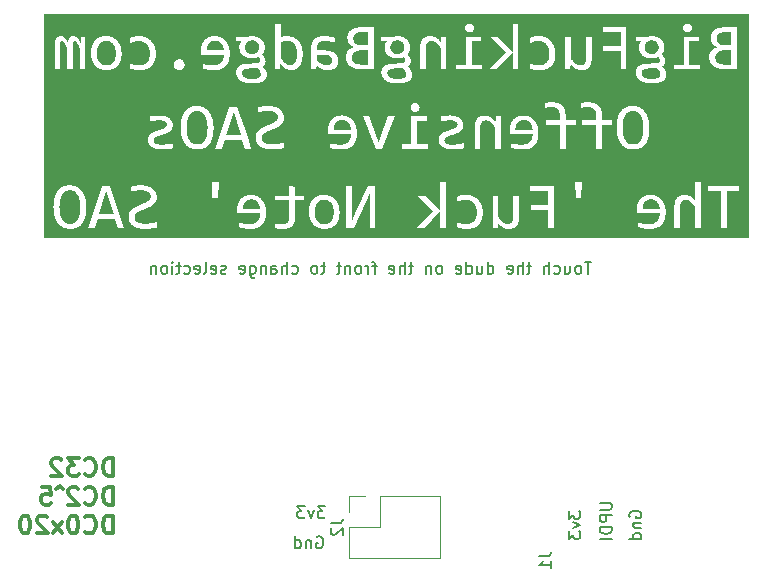
<source format=gbo>
G04 #@! TF.GenerationSoftware,KiCad,Pcbnew,7.0.2*
G04 #@! TF.CreationDate,2024-03-21T22:15:59-07:00*
G04 #@! TF.ProjectId,fuck-sao,6675636b-2d73-4616-9f2e-6b696361645f,rev?*
G04 #@! TF.SameCoordinates,Original*
G04 #@! TF.FileFunction,Legend,Bot*
G04 #@! TF.FilePolarity,Positive*
%FSLAX46Y46*%
G04 Gerber Fmt 4.6, Leading zero omitted, Abs format (unit mm)*
G04 Created by KiCad (PCBNEW 7.0.2) date 2024-03-21 22:15:59*
%MOMM*%
%LPD*%
G01*
G04 APERTURE LIST*
%ADD10C,0.150000*%
%ADD11C,0.300000*%
%ADD12C,0.120000*%
%ADD13R,1.700000X1.700000*%
%ADD14O,1.700000X1.700000*%
G04 APERTURE END LIST*
D10*
X117904761Y-67327619D02*
X117333333Y-67327619D01*
X117619047Y-68327619D02*
X117619047Y-67327619D01*
X116857142Y-68327619D02*
X116952380Y-68280000D01*
X116952380Y-68280000D02*
X116999999Y-68232380D01*
X116999999Y-68232380D02*
X117047618Y-68137142D01*
X117047618Y-68137142D02*
X117047618Y-67851428D01*
X117047618Y-67851428D02*
X116999999Y-67756190D01*
X116999999Y-67756190D02*
X116952380Y-67708571D01*
X116952380Y-67708571D02*
X116857142Y-67660952D01*
X116857142Y-67660952D02*
X116714285Y-67660952D01*
X116714285Y-67660952D02*
X116619047Y-67708571D01*
X116619047Y-67708571D02*
X116571428Y-67756190D01*
X116571428Y-67756190D02*
X116523809Y-67851428D01*
X116523809Y-67851428D02*
X116523809Y-68137142D01*
X116523809Y-68137142D02*
X116571428Y-68232380D01*
X116571428Y-68232380D02*
X116619047Y-68280000D01*
X116619047Y-68280000D02*
X116714285Y-68327619D01*
X116714285Y-68327619D02*
X116857142Y-68327619D01*
X115666666Y-67660952D02*
X115666666Y-68327619D01*
X116095237Y-67660952D02*
X116095237Y-68184761D01*
X116095237Y-68184761D02*
X116047618Y-68280000D01*
X116047618Y-68280000D02*
X115952380Y-68327619D01*
X115952380Y-68327619D02*
X115809523Y-68327619D01*
X115809523Y-68327619D02*
X115714285Y-68280000D01*
X115714285Y-68280000D02*
X115666666Y-68232380D01*
X114761904Y-68280000D02*
X114857142Y-68327619D01*
X114857142Y-68327619D02*
X115047618Y-68327619D01*
X115047618Y-68327619D02*
X115142856Y-68280000D01*
X115142856Y-68280000D02*
X115190475Y-68232380D01*
X115190475Y-68232380D02*
X115238094Y-68137142D01*
X115238094Y-68137142D02*
X115238094Y-67851428D01*
X115238094Y-67851428D02*
X115190475Y-67756190D01*
X115190475Y-67756190D02*
X115142856Y-67708571D01*
X115142856Y-67708571D02*
X115047618Y-67660952D01*
X115047618Y-67660952D02*
X114857142Y-67660952D01*
X114857142Y-67660952D02*
X114761904Y-67708571D01*
X114333332Y-68327619D02*
X114333332Y-67327619D01*
X113904761Y-68327619D02*
X113904761Y-67803809D01*
X113904761Y-67803809D02*
X113952380Y-67708571D01*
X113952380Y-67708571D02*
X114047618Y-67660952D01*
X114047618Y-67660952D02*
X114190475Y-67660952D01*
X114190475Y-67660952D02*
X114285713Y-67708571D01*
X114285713Y-67708571D02*
X114333332Y-67756190D01*
X112809522Y-67660952D02*
X112428570Y-67660952D01*
X112666665Y-67327619D02*
X112666665Y-68184761D01*
X112666665Y-68184761D02*
X112619046Y-68280000D01*
X112619046Y-68280000D02*
X112523808Y-68327619D01*
X112523808Y-68327619D02*
X112428570Y-68327619D01*
X112095236Y-68327619D02*
X112095236Y-67327619D01*
X111666665Y-68327619D02*
X111666665Y-67803809D01*
X111666665Y-67803809D02*
X111714284Y-67708571D01*
X111714284Y-67708571D02*
X111809522Y-67660952D01*
X111809522Y-67660952D02*
X111952379Y-67660952D01*
X111952379Y-67660952D02*
X112047617Y-67708571D01*
X112047617Y-67708571D02*
X112095236Y-67756190D01*
X110809522Y-68280000D02*
X110904760Y-68327619D01*
X110904760Y-68327619D02*
X111095236Y-68327619D01*
X111095236Y-68327619D02*
X111190474Y-68280000D01*
X111190474Y-68280000D02*
X111238093Y-68184761D01*
X111238093Y-68184761D02*
X111238093Y-67803809D01*
X111238093Y-67803809D02*
X111190474Y-67708571D01*
X111190474Y-67708571D02*
X111095236Y-67660952D01*
X111095236Y-67660952D02*
X110904760Y-67660952D01*
X110904760Y-67660952D02*
X110809522Y-67708571D01*
X110809522Y-67708571D02*
X110761903Y-67803809D01*
X110761903Y-67803809D02*
X110761903Y-67899047D01*
X110761903Y-67899047D02*
X111238093Y-67994285D01*
X109142855Y-68327619D02*
X109142855Y-67327619D01*
X109142855Y-68280000D02*
X109238093Y-68327619D01*
X109238093Y-68327619D02*
X109428569Y-68327619D01*
X109428569Y-68327619D02*
X109523807Y-68280000D01*
X109523807Y-68280000D02*
X109571426Y-68232380D01*
X109571426Y-68232380D02*
X109619045Y-68137142D01*
X109619045Y-68137142D02*
X109619045Y-67851428D01*
X109619045Y-67851428D02*
X109571426Y-67756190D01*
X109571426Y-67756190D02*
X109523807Y-67708571D01*
X109523807Y-67708571D02*
X109428569Y-67660952D01*
X109428569Y-67660952D02*
X109238093Y-67660952D01*
X109238093Y-67660952D02*
X109142855Y-67708571D01*
X108238093Y-67660952D02*
X108238093Y-68327619D01*
X108666664Y-67660952D02*
X108666664Y-68184761D01*
X108666664Y-68184761D02*
X108619045Y-68280000D01*
X108619045Y-68280000D02*
X108523807Y-68327619D01*
X108523807Y-68327619D02*
X108380950Y-68327619D01*
X108380950Y-68327619D02*
X108285712Y-68280000D01*
X108285712Y-68280000D02*
X108238093Y-68232380D01*
X107333331Y-68327619D02*
X107333331Y-67327619D01*
X107333331Y-68280000D02*
X107428569Y-68327619D01*
X107428569Y-68327619D02*
X107619045Y-68327619D01*
X107619045Y-68327619D02*
X107714283Y-68280000D01*
X107714283Y-68280000D02*
X107761902Y-68232380D01*
X107761902Y-68232380D02*
X107809521Y-68137142D01*
X107809521Y-68137142D02*
X107809521Y-67851428D01*
X107809521Y-67851428D02*
X107761902Y-67756190D01*
X107761902Y-67756190D02*
X107714283Y-67708571D01*
X107714283Y-67708571D02*
X107619045Y-67660952D01*
X107619045Y-67660952D02*
X107428569Y-67660952D01*
X107428569Y-67660952D02*
X107333331Y-67708571D01*
X106476188Y-68280000D02*
X106571426Y-68327619D01*
X106571426Y-68327619D02*
X106761902Y-68327619D01*
X106761902Y-68327619D02*
X106857140Y-68280000D01*
X106857140Y-68280000D02*
X106904759Y-68184761D01*
X106904759Y-68184761D02*
X106904759Y-67803809D01*
X106904759Y-67803809D02*
X106857140Y-67708571D01*
X106857140Y-67708571D02*
X106761902Y-67660952D01*
X106761902Y-67660952D02*
X106571426Y-67660952D01*
X106571426Y-67660952D02*
X106476188Y-67708571D01*
X106476188Y-67708571D02*
X106428569Y-67803809D01*
X106428569Y-67803809D02*
X106428569Y-67899047D01*
X106428569Y-67899047D02*
X106904759Y-67994285D01*
X105095235Y-68327619D02*
X105190473Y-68280000D01*
X105190473Y-68280000D02*
X105238092Y-68232380D01*
X105238092Y-68232380D02*
X105285711Y-68137142D01*
X105285711Y-68137142D02*
X105285711Y-67851428D01*
X105285711Y-67851428D02*
X105238092Y-67756190D01*
X105238092Y-67756190D02*
X105190473Y-67708571D01*
X105190473Y-67708571D02*
X105095235Y-67660952D01*
X105095235Y-67660952D02*
X104952378Y-67660952D01*
X104952378Y-67660952D02*
X104857140Y-67708571D01*
X104857140Y-67708571D02*
X104809521Y-67756190D01*
X104809521Y-67756190D02*
X104761902Y-67851428D01*
X104761902Y-67851428D02*
X104761902Y-68137142D01*
X104761902Y-68137142D02*
X104809521Y-68232380D01*
X104809521Y-68232380D02*
X104857140Y-68280000D01*
X104857140Y-68280000D02*
X104952378Y-68327619D01*
X104952378Y-68327619D02*
X105095235Y-68327619D01*
X104333330Y-67660952D02*
X104333330Y-68327619D01*
X104333330Y-67756190D02*
X104285711Y-67708571D01*
X104285711Y-67708571D02*
X104190473Y-67660952D01*
X104190473Y-67660952D02*
X104047616Y-67660952D01*
X104047616Y-67660952D02*
X103952378Y-67708571D01*
X103952378Y-67708571D02*
X103904759Y-67803809D01*
X103904759Y-67803809D02*
X103904759Y-68327619D01*
X102809520Y-67660952D02*
X102428568Y-67660952D01*
X102666663Y-67327619D02*
X102666663Y-68184761D01*
X102666663Y-68184761D02*
X102619044Y-68280000D01*
X102619044Y-68280000D02*
X102523806Y-68327619D01*
X102523806Y-68327619D02*
X102428568Y-68327619D01*
X102095234Y-68327619D02*
X102095234Y-67327619D01*
X101666663Y-68327619D02*
X101666663Y-67803809D01*
X101666663Y-67803809D02*
X101714282Y-67708571D01*
X101714282Y-67708571D02*
X101809520Y-67660952D01*
X101809520Y-67660952D02*
X101952377Y-67660952D01*
X101952377Y-67660952D02*
X102047615Y-67708571D01*
X102047615Y-67708571D02*
X102095234Y-67756190D01*
X100809520Y-68280000D02*
X100904758Y-68327619D01*
X100904758Y-68327619D02*
X101095234Y-68327619D01*
X101095234Y-68327619D02*
X101190472Y-68280000D01*
X101190472Y-68280000D02*
X101238091Y-68184761D01*
X101238091Y-68184761D02*
X101238091Y-67803809D01*
X101238091Y-67803809D02*
X101190472Y-67708571D01*
X101190472Y-67708571D02*
X101095234Y-67660952D01*
X101095234Y-67660952D02*
X100904758Y-67660952D01*
X100904758Y-67660952D02*
X100809520Y-67708571D01*
X100809520Y-67708571D02*
X100761901Y-67803809D01*
X100761901Y-67803809D02*
X100761901Y-67899047D01*
X100761901Y-67899047D02*
X101238091Y-67994285D01*
X99714281Y-67660952D02*
X99333329Y-67660952D01*
X99571424Y-68327619D02*
X99571424Y-67470476D01*
X99571424Y-67470476D02*
X99523805Y-67375238D01*
X99523805Y-67375238D02*
X99428567Y-67327619D01*
X99428567Y-67327619D02*
X99333329Y-67327619D01*
X98999995Y-68327619D02*
X98999995Y-67660952D01*
X98999995Y-67851428D02*
X98952376Y-67756190D01*
X98952376Y-67756190D02*
X98904757Y-67708571D01*
X98904757Y-67708571D02*
X98809519Y-67660952D01*
X98809519Y-67660952D02*
X98714281Y-67660952D01*
X98238090Y-68327619D02*
X98333328Y-68280000D01*
X98333328Y-68280000D02*
X98380947Y-68232380D01*
X98380947Y-68232380D02*
X98428566Y-68137142D01*
X98428566Y-68137142D02*
X98428566Y-67851428D01*
X98428566Y-67851428D02*
X98380947Y-67756190D01*
X98380947Y-67756190D02*
X98333328Y-67708571D01*
X98333328Y-67708571D02*
X98238090Y-67660952D01*
X98238090Y-67660952D02*
X98095233Y-67660952D01*
X98095233Y-67660952D02*
X97999995Y-67708571D01*
X97999995Y-67708571D02*
X97952376Y-67756190D01*
X97952376Y-67756190D02*
X97904757Y-67851428D01*
X97904757Y-67851428D02*
X97904757Y-68137142D01*
X97904757Y-68137142D02*
X97952376Y-68232380D01*
X97952376Y-68232380D02*
X97999995Y-68280000D01*
X97999995Y-68280000D02*
X98095233Y-68327619D01*
X98095233Y-68327619D02*
X98238090Y-68327619D01*
X97476185Y-67660952D02*
X97476185Y-68327619D01*
X97476185Y-67756190D02*
X97428566Y-67708571D01*
X97428566Y-67708571D02*
X97333328Y-67660952D01*
X97333328Y-67660952D02*
X97190471Y-67660952D01*
X97190471Y-67660952D02*
X97095233Y-67708571D01*
X97095233Y-67708571D02*
X97047614Y-67803809D01*
X97047614Y-67803809D02*
X97047614Y-68327619D01*
X96714280Y-67660952D02*
X96333328Y-67660952D01*
X96571423Y-67327619D02*
X96571423Y-68184761D01*
X96571423Y-68184761D02*
X96523804Y-68280000D01*
X96523804Y-68280000D02*
X96428566Y-68327619D01*
X96428566Y-68327619D02*
X96333328Y-68327619D01*
X95380946Y-67660952D02*
X94999994Y-67660952D01*
X95238089Y-67327619D02*
X95238089Y-68184761D01*
X95238089Y-68184761D02*
X95190470Y-68280000D01*
X95190470Y-68280000D02*
X95095232Y-68327619D01*
X95095232Y-68327619D02*
X94999994Y-68327619D01*
X94523803Y-68327619D02*
X94619041Y-68280000D01*
X94619041Y-68280000D02*
X94666660Y-68232380D01*
X94666660Y-68232380D02*
X94714279Y-68137142D01*
X94714279Y-68137142D02*
X94714279Y-67851428D01*
X94714279Y-67851428D02*
X94666660Y-67756190D01*
X94666660Y-67756190D02*
X94619041Y-67708571D01*
X94619041Y-67708571D02*
X94523803Y-67660952D01*
X94523803Y-67660952D02*
X94380946Y-67660952D01*
X94380946Y-67660952D02*
X94285708Y-67708571D01*
X94285708Y-67708571D02*
X94238089Y-67756190D01*
X94238089Y-67756190D02*
X94190470Y-67851428D01*
X94190470Y-67851428D02*
X94190470Y-68137142D01*
X94190470Y-68137142D02*
X94238089Y-68232380D01*
X94238089Y-68232380D02*
X94285708Y-68280000D01*
X94285708Y-68280000D02*
X94380946Y-68327619D01*
X94380946Y-68327619D02*
X94523803Y-68327619D01*
X92571422Y-68280000D02*
X92666660Y-68327619D01*
X92666660Y-68327619D02*
X92857136Y-68327619D01*
X92857136Y-68327619D02*
X92952374Y-68280000D01*
X92952374Y-68280000D02*
X92999993Y-68232380D01*
X92999993Y-68232380D02*
X93047612Y-68137142D01*
X93047612Y-68137142D02*
X93047612Y-67851428D01*
X93047612Y-67851428D02*
X92999993Y-67756190D01*
X92999993Y-67756190D02*
X92952374Y-67708571D01*
X92952374Y-67708571D02*
X92857136Y-67660952D01*
X92857136Y-67660952D02*
X92666660Y-67660952D01*
X92666660Y-67660952D02*
X92571422Y-67708571D01*
X92142850Y-68327619D02*
X92142850Y-67327619D01*
X91714279Y-68327619D02*
X91714279Y-67803809D01*
X91714279Y-67803809D02*
X91761898Y-67708571D01*
X91761898Y-67708571D02*
X91857136Y-67660952D01*
X91857136Y-67660952D02*
X91999993Y-67660952D01*
X91999993Y-67660952D02*
X92095231Y-67708571D01*
X92095231Y-67708571D02*
X92142850Y-67756190D01*
X90809517Y-68327619D02*
X90809517Y-67803809D01*
X90809517Y-67803809D02*
X90857136Y-67708571D01*
X90857136Y-67708571D02*
X90952374Y-67660952D01*
X90952374Y-67660952D02*
X91142850Y-67660952D01*
X91142850Y-67660952D02*
X91238088Y-67708571D01*
X90809517Y-68280000D02*
X90904755Y-68327619D01*
X90904755Y-68327619D02*
X91142850Y-68327619D01*
X91142850Y-68327619D02*
X91238088Y-68280000D01*
X91238088Y-68280000D02*
X91285707Y-68184761D01*
X91285707Y-68184761D02*
X91285707Y-68089523D01*
X91285707Y-68089523D02*
X91238088Y-67994285D01*
X91238088Y-67994285D02*
X91142850Y-67946666D01*
X91142850Y-67946666D02*
X90904755Y-67946666D01*
X90904755Y-67946666D02*
X90809517Y-67899047D01*
X90333326Y-67660952D02*
X90333326Y-68327619D01*
X90333326Y-67756190D02*
X90285707Y-67708571D01*
X90285707Y-67708571D02*
X90190469Y-67660952D01*
X90190469Y-67660952D02*
X90047612Y-67660952D01*
X90047612Y-67660952D02*
X89952374Y-67708571D01*
X89952374Y-67708571D02*
X89904755Y-67803809D01*
X89904755Y-67803809D02*
X89904755Y-68327619D01*
X88999993Y-67660952D02*
X88999993Y-68470476D01*
X88999993Y-68470476D02*
X89047612Y-68565714D01*
X89047612Y-68565714D02*
X89095231Y-68613333D01*
X89095231Y-68613333D02*
X89190469Y-68660952D01*
X89190469Y-68660952D02*
X89333326Y-68660952D01*
X89333326Y-68660952D02*
X89428564Y-68613333D01*
X88999993Y-68280000D02*
X89095231Y-68327619D01*
X89095231Y-68327619D02*
X89285707Y-68327619D01*
X89285707Y-68327619D02*
X89380945Y-68280000D01*
X89380945Y-68280000D02*
X89428564Y-68232380D01*
X89428564Y-68232380D02*
X89476183Y-68137142D01*
X89476183Y-68137142D02*
X89476183Y-67851428D01*
X89476183Y-67851428D02*
X89428564Y-67756190D01*
X89428564Y-67756190D02*
X89380945Y-67708571D01*
X89380945Y-67708571D02*
X89285707Y-67660952D01*
X89285707Y-67660952D02*
X89095231Y-67660952D01*
X89095231Y-67660952D02*
X88999993Y-67708571D01*
X88142850Y-68280000D02*
X88238088Y-68327619D01*
X88238088Y-68327619D02*
X88428564Y-68327619D01*
X88428564Y-68327619D02*
X88523802Y-68280000D01*
X88523802Y-68280000D02*
X88571421Y-68184761D01*
X88571421Y-68184761D02*
X88571421Y-67803809D01*
X88571421Y-67803809D02*
X88523802Y-67708571D01*
X88523802Y-67708571D02*
X88428564Y-67660952D01*
X88428564Y-67660952D02*
X88238088Y-67660952D01*
X88238088Y-67660952D02*
X88142850Y-67708571D01*
X88142850Y-67708571D02*
X88095231Y-67803809D01*
X88095231Y-67803809D02*
X88095231Y-67899047D01*
X88095231Y-67899047D02*
X88571421Y-67994285D01*
X86952373Y-68280000D02*
X86857135Y-68327619D01*
X86857135Y-68327619D02*
X86666659Y-68327619D01*
X86666659Y-68327619D02*
X86571421Y-68280000D01*
X86571421Y-68280000D02*
X86523802Y-68184761D01*
X86523802Y-68184761D02*
X86523802Y-68137142D01*
X86523802Y-68137142D02*
X86571421Y-68041904D01*
X86571421Y-68041904D02*
X86666659Y-67994285D01*
X86666659Y-67994285D02*
X86809516Y-67994285D01*
X86809516Y-67994285D02*
X86904754Y-67946666D01*
X86904754Y-67946666D02*
X86952373Y-67851428D01*
X86952373Y-67851428D02*
X86952373Y-67803809D01*
X86952373Y-67803809D02*
X86904754Y-67708571D01*
X86904754Y-67708571D02*
X86809516Y-67660952D01*
X86809516Y-67660952D02*
X86666659Y-67660952D01*
X86666659Y-67660952D02*
X86571421Y-67708571D01*
X85714278Y-68280000D02*
X85809516Y-68327619D01*
X85809516Y-68327619D02*
X85999992Y-68327619D01*
X85999992Y-68327619D02*
X86095230Y-68280000D01*
X86095230Y-68280000D02*
X86142849Y-68184761D01*
X86142849Y-68184761D02*
X86142849Y-67803809D01*
X86142849Y-67803809D02*
X86095230Y-67708571D01*
X86095230Y-67708571D02*
X85999992Y-67660952D01*
X85999992Y-67660952D02*
X85809516Y-67660952D01*
X85809516Y-67660952D02*
X85714278Y-67708571D01*
X85714278Y-67708571D02*
X85666659Y-67803809D01*
X85666659Y-67803809D02*
X85666659Y-67899047D01*
X85666659Y-67899047D02*
X86142849Y-67994285D01*
X85095230Y-68327619D02*
X85190468Y-68280000D01*
X85190468Y-68280000D02*
X85238087Y-68184761D01*
X85238087Y-68184761D02*
X85238087Y-67327619D01*
X84333325Y-68280000D02*
X84428563Y-68327619D01*
X84428563Y-68327619D02*
X84619039Y-68327619D01*
X84619039Y-68327619D02*
X84714277Y-68280000D01*
X84714277Y-68280000D02*
X84761896Y-68184761D01*
X84761896Y-68184761D02*
X84761896Y-67803809D01*
X84761896Y-67803809D02*
X84714277Y-67708571D01*
X84714277Y-67708571D02*
X84619039Y-67660952D01*
X84619039Y-67660952D02*
X84428563Y-67660952D01*
X84428563Y-67660952D02*
X84333325Y-67708571D01*
X84333325Y-67708571D02*
X84285706Y-67803809D01*
X84285706Y-67803809D02*
X84285706Y-67899047D01*
X84285706Y-67899047D02*
X84761896Y-67994285D01*
X83428563Y-68280000D02*
X83523801Y-68327619D01*
X83523801Y-68327619D02*
X83714277Y-68327619D01*
X83714277Y-68327619D02*
X83809515Y-68280000D01*
X83809515Y-68280000D02*
X83857134Y-68232380D01*
X83857134Y-68232380D02*
X83904753Y-68137142D01*
X83904753Y-68137142D02*
X83904753Y-67851428D01*
X83904753Y-67851428D02*
X83857134Y-67756190D01*
X83857134Y-67756190D02*
X83809515Y-67708571D01*
X83809515Y-67708571D02*
X83714277Y-67660952D01*
X83714277Y-67660952D02*
X83523801Y-67660952D01*
X83523801Y-67660952D02*
X83428563Y-67708571D01*
X83142848Y-67660952D02*
X82761896Y-67660952D01*
X82999991Y-67327619D02*
X82999991Y-68184761D01*
X82999991Y-68184761D02*
X82952372Y-68280000D01*
X82952372Y-68280000D02*
X82857134Y-68327619D01*
X82857134Y-68327619D02*
X82761896Y-68327619D01*
X82428562Y-68327619D02*
X82428562Y-67660952D01*
X82428562Y-67327619D02*
X82476181Y-67375238D01*
X82476181Y-67375238D02*
X82428562Y-67422857D01*
X82428562Y-67422857D02*
X82380943Y-67375238D01*
X82380943Y-67375238D02*
X82428562Y-67327619D01*
X82428562Y-67327619D02*
X82428562Y-67422857D01*
X81809515Y-68327619D02*
X81904753Y-68280000D01*
X81904753Y-68280000D02*
X81952372Y-68232380D01*
X81952372Y-68232380D02*
X81999991Y-68137142D01*
X81999991Y-68137142D02*
X81999991Y-67851428D01*
X81999991Y-67851428D02*
X81952372Y-67756190D01*
X81952372Y-67756190D02*
X81904753Y-67708571D01*
X81904753Y-67708571D02*
X81809515Y-67660952D01*
X81809515Y-67660952D02*
X81666658Y-67660952D01*
X81666658Y-67660952D02*
X81571420Y-67708571D01*
X81571420Y-67708571D02*
X81523801Y-67756190D01*
X81523801Y-67756190D02*
X81476182Y-67851428D01*
X81476182Y-67851428D02*
X81476182Y-68137142D01*
X81476182Y-68137142D02*
X81523801Y-68232380D01*
X81523801Y-68232380D02*
X81571420Y-68280000D01*
X81571420Y-68280000D02*
X81666658Y-68327619D01*
X81666658Y-68327619D02*
X81809515Y-68327619D01*
X81047610Y-67660952D02*
X81047610Y-68327619D01*
X81047610Y-67756190D02*
X80999991Y-67708571D01*
X80999991Y-67708571D02*
X80904753Y-67660952D01*
X80904753Y-67660952D02*
X80761896Y-67660952D01*
X80761896Y-67660952D02*
X80666658Y-67708571D01*
X80666658Y-67708571D02*
X80619039Y-67803809D01*
X80619039Y-67803809D02*
X80619039Y-68327619D01*
X118627619Y-87738095D02*
X119437142Y-87738095D01*
X119437142Y-87738095D02*
X119532380Y-87785714D01*
X119532380Y-87785714D02*
X119580000Y-87833333D01*
X119580000Y-87833333D02*
X119627619Y-87928571D01*
X119627619Y-87928571D02*
X119627619Y-88119047D01*
X119627619Y-88119047D02*
X119580000Y-88214285D01*
X119580000Y-88214285D02*
X119532380Y-88261904D01*
X119532380Y-88261904D02*
X119437142Y-88309523D01*
X119437142Y-88309523D02*
X118627619Y-88309523D01*
X119627619Y-88785714D02*
X118627619Y-88785714D01*
X118627619Y-88785714D02*
X118627619Y-89166666D01*
X118627619Y-89166666D02*
X118675238Y-89261904D01*
X118675238Y-89261904D02*
X118722857Y-89309523D01*
X118722857Y-89309523D02*
X118818095Y-89357142D01*
X118818095Y-89357142D02*
X118960952Y-89357142D01*
X118960952Y-89357142D02*
X119056190Y-89309523D01*
X119056190Y-89309523D02*
X119103809Y-89261904D01*
X119103809Y-89261904D02*
X119151428Y-89166666D01*
X119151428Y-89166666D02*
X119151428Y-88785714D01*
X119627619Y-89785714D02*
X118627619Y-89785714D01*
X118627619Y-89785714D02*
X118627619Y-90023809D01*
X118627619Y-90023809D02*
X118675238Y-90166666D01*
X118675238Y-90166666D02*
X118770476Y-90261904D01*
X118770476Y-90261904D02*
X118865714Y-90309523D01*
X118865714Y-90309523D02*
X119056190Y-90357142D01*
X119056190Y-90357142D02*
X119199047Y-90357142D01*
X119199047Y-90357142D02*
X119389523Y-90309523D01*
X119389523Y-90309523D02*
X119484761Y-90261904D01*
X119484761Y-90261904D02*
X119580000Y-90166666D01*
X119580000Y-90166666D02*
X119627619Y-90023809D01*
X119627619Y-90023809D02*
X119627619Y-89785714D01*
X119627619Y-90785714D02*
X118627619Y-90785714D01*
G36*
X73804317Y-61266521D02*
G01*
X73845848Y-61269483D01*
X73886245Y-61274421D01*
X73925509Y-61281333D01*
X73963640Y-61290220D01*
X74012717Y-61305142D01*
X74059780Y-61323574D01*
X74104828Y-61345518D01*
X74147860Y-61370973D01*
X74158303Y-61377885D01*
X74198909Y-61406980D01*
X74237682Y-61438579D01*
X74274624Y-61472682D01*
X74309734Y-61509288D01*
X74343012Y-61548397D01*
X74374458Y-61590010D01*
X74396841Y-61622863D01*
X74418193Y-61657123D01*
X74431855Y-61680746D01*
X74451350Y-61717234D01*
X74469900Y-61754889D01*
X74487506Y-61793712D01*
X74504167Y-61833703D01*
X74519883Y-61874862D01*
X74534655Y-61917189D01*
X74548482Y-61960683D01*
X74561365Y-62005345D01*
X74573303Y-62051175D01*
X74584297Y-62098172D01*
X74591102Y-62130153D01*
X74600355Y-62178622D01*
X74608699Y-62227675D01*
X74616132Y-62277311D01*
X74622655Y-62327532D01*
X74628268Y-62378336D01*
X74632970Y-62429725D01*
X74636763Y-62481697D01*
X74639645Y-62534253D01*
X74641617Y-62587393D01*
X74642679Y-62641117D01*
X74642881Y-62677257D01*
X74642690Y-62716973D01*
X74642118Y-62756254D01*
X74640544Y-62814360D01*
X74638111Y-62871487D01*
X74634819Y-62927635D01*
X74630669Y-62982805D01*
X74625660Y-63036995D01*
X74619793Y-63090207D01*
X74613066Y-63142439D01*
X74605482Y-63193693D01*
X74597038Y-63243968D01*
X74594033Y-63260509D01*
X74584201Y-63309141D01*
X74573390Y-63356485D01*
X74561601Y-63402541D01*
X74548832Y-63447309D01*
X74535085Y-63490789D01*
X74520359Y-63532981D01*
X74504654Y-63573885D01*
X74487970Y-63613501D01*
X74470307Y-63651829D01*
X74451666Y-63688869D01*
X74438694Y-63712847D01*
X74418361Y-63747462D01*
X74396929Y-63780601D01*
X74366643Y-63822489D01*
X74334402Y-63861751D01*
X74300209Y-63898387D01*
X74264061Y-63932398D01*
X74225959Y-63963783D01*
X74185903Y-63992543D01*
X74165142Y-64005938D01*
X74122079Y-64030439D01*
X74076909Y-64051673D01*
X74029633Y-64069640D01*
X73980250Y-64084340D01*
X73941831Y-64093222D01*
X73902226Y-64100265D01*
X73861437Y-64105472D01*
X73819462Y-64108841D01*
X73776303Y-64110372D01*
X73761653Y-64110474D01*
X73718806Y-64109495D01*
X73677092Y-64106559D01*
X73636511Y-64101664D01*
X73597064Y-64094812D01*
X73558750Y-64086002D01*
X73509428Y-64071210D01*
X73462122Y-64052938D01*
X73416830Y-64031185D01*
X73373553Y-64005951D01*
X73363049Y-63999099D01*
X73321970Y-63969775D01*
X73282754Y-63937978D01*
X73245400Y-63903707D01*
X73209908Y-63866964D01*
X73176279Y-63827748D01*
X73152280Y-63796713D01*
X73129327Y-63764287D01*
X73107423Y-63730469D01*
X73086566Y-63695261D01*
X73066731Y-63658791D01*
X73047891Y-63621187D01*
X73030048Y-63582450D01*
X73013201Y-63542579D01*
X72997350Y-63501575D01*
X72982495Y-63459437D01*
X72968637Y-63416166D01*
X72955774Y-63371762D01*
X72943907Y-63326224D01*
X72933036Y-63279552D01*
X72926342Y-63247808D01*
X72916914Y-63199322D01*
X72908414Y-63150218D01*
X72900840Y-63100496D01*
X72894194Y-63050155D01*
X72888475Y-62999196D01*
X72883684Y-62947619D01*
X72879820Y-62895423D01*
X72876883Y-62842609D01*
X72874874Y-62789177D01*
X72873792Y-62735127D01*
X72873586Y-62698750D01*
X72873777Y-62659393D01*
X72874779Y-62601144D01*
X72876639Y-62543839D01*
X72879358Y-62487479D01*
X72882936Y-62432064D01*
X72887372Y-62377593D01*
X72892668Y-62324067D01*
X72898821Y-62271485D01*
X72905834Y-62219847D01*
X72913705Y-62169155D01*
X72922435Y-62119406D01*
X72931934Y-62070591D01*
X72942482Y-62023064D01*
X72954076Y-61976825D01*
X72966719Y-61931874D01*
X72980409Y-61888210D01*
X72995146Y-61845835D01*
X73010932Y-61804748D01*
X73027764Y-61764949D01*
X73045645Y-61726438D01*
X73064572Y-61689215D01*
X73077773Y-61665115D01*
X73098289Y-61630150D01*
X73119905Y-61596696D01*
X73142620Y-61564754D01*
X73174615Y-61524515D01*
X73208565Y-61486962D01*
X73244469Y-61452097D01*
X73282326Y-61419918D01*
X73322138Y-61390425D01*
X73353279Y-61370069D01*
X73396632Y-61345569D01*
X73442183Y-61324335D01*
X73489933Y-61306368D01*
X73539881Y-61291667D01*
X73578784Y-61282786D01*
X73618924Y-61275742D01*
X73660300Y-61270536D01*
X73702913Y-61267167D01*
X73746762Y-61265635D01*
X73761653Y-61265533D01*
X73804317Y-61266521D01*
G37*
G36*
X89181525Y-62032934D02*
G01*
X89228442Y-62037299D01*
X89274071Y-62044574D01*
X89318411Y-62054758D01*
X89361464Y-62067853D01*
X89403228Y-62083858D01*
X89419573Y-62091074D01*
X89459015Y-62110585D01*
X89496739Y-62132481D01*
X89532746Y-62156762D01*
X89567035Y-62183428D01*
X89599607Y-62212480D01*
X89630462Y-62243917D01*
X89642323Y-62257159D01*
X89670468Y-62291511D01*
X89696896Y-62328009D01*
X89721606Y-62366654D01*
X89744600Y-62407445D01*
X89765875Y-62450383D01*
X89781660Y-62486279D01*
X89792777Y-62514103D01*
X89806500Y-62552174D01*
X89818849Y-62591161D01*
X89829825Y-62631065D01*
X89839427Y-62671884D01*
X89847655Y-62713619D01*
X89854509Y-62756270D01*
X89859989Y-62799836D01*
X89864095Y-62844319D01*
X88413293Y-62844319D01*
X88412148Y-62799867D01*
X88412621Y-62756392D01*
X88414713Y-62713893D01*
X88418422Y-62672372D01*
X88423750Y-62631828D01*
X88430695Y-62592260D01*
X88439259Y-62553670D01*
X88449441Y-62516057D01*
X88464348Y-62470395D01*
X88481593Y-62426832D01*
X88501176Y-62385368D01*
X88523095Y-62346003D01*
X88547353Y-62308737D01*
X88573947Y-62273569D01*
X88585240Y-62260090D01*
X88615059Y-62227652D01*
X88647121Y-62197503D01*
X88681425Y-62169644D01*
X88717971Y-62144075D01*
X88756758Y-62120795D01*
X88797788Y-62099806D01*
X88814828Y-62092051D01*
X88858668Y-62074601D01*
X88904702Y-62060109D01*
X88943109Y-62050644D01*
X88982921Y-62043073D01*
X89024137Y-62037394D01*
X89066757Y-62033608D01*
X89110782Y-62031716D01*
X89133321Y-62031479D01*
X89181525Y-62032934D01*
G37*
G36*
X95329770Y-62063489D02*
G01*
X95380855Y-62066809D01*
X95430017Y-62072786D01*
X95477255Y-62081418D01*
X95522570Y-62092707D01*
X95565961Y-62106651D01*
X95607429Y-62123252D01*
X95646973Y-62142509D01*
X95656559Y-62147739D01*
X95693806Y-62169644D01*
X95729343Y-62193351D01*
X95763171Y-62218859D01*
X95795289Y-62246168D01*
X95825697Y-62275279D01*
X95854396Y-62306191D01*
X95881384Y-62338904D01*
X95906663Y-62373419D01*
X95930279Y-62409323D01*
X95952276Y-62446692D01*
X95972655Y-62485526D01*
X95991416Y-62525826D01*
X96008559Y-62567592D01*
X96024083Y-62610823D01*
X96037990Y-62655519D01*
X96050278Y-62701681D01*
X96060811Y-62748622D01*
X96069940Y-62796142D01*
X96077664Y-62844243D01*
X96083984Y-62892923D01*
X96088899Y-62942184D01*
X96092410Y-62992025D01*
X96094517Y-63042446D01*
X96095219Y-63093447D01*
X96094721Y-63141074D01*
X96093227Y-63187602D01*
X96090737Y-63233032D01*
X96087251Y-63277362D01*
X96082768Y-63320593D01*
X96077290Y-63362725D01*
X96070816Y-63403757D01*
X96063345Y-63443691D01*
X96054879Y-63482526D01*
X96042041Y-63532595D01*
X96038555Y-63544808D01*
X96023656Y-63592160D01*
X96007292Y-63637498D01*
X95989462Y-63680820D01*
X95970167Y-63722128D01*
X95949406Y-63761420D01*
X95927180Y-63798698D01*
X95903488Y-63833961D01*
X95878331Y-63867208D01*
X95851510Y-63898456D01*
X95823316Y-63927719D01*
X95793747Y-63954998D01*
X95762804Y-63980293D01*
X95730488Y-64003603D01*
X95696798Y-64024928D01*
X95661734Y-64044269D01*
X95625296Y-64061625D01*
X95587575Y-64076738D01*
X95548665Y-64089836D01*
X95508563Y-64100918D01*
X95467271Y-64109986D01*
X95424788Y-64117038D01*
X95381114Y-64122076D01*
X95336250Y-64125098D01*
X95290195Y-64126106D01*
X95250444Y-64125367D01*
X95199153Y-64122085D01*
X95149816Y-64116177D01*
X95102433Y-64107644D01*
X95057004Y-64096485D01*
X95013528Y-64082701D01*
X94972007Y-64066291D01*
X94932440Y-64047255D01*
X94922853Y-64042086D01*
X94885606Y-64019967D01*
X94850069Y-63996107D01*
X94816241Y-63970508D01*
X94784123Y-63943168D01*
X94753715Y-63914088D01*
X94725017Y-63883267D01*
X94698028Y-63850706D01*
X94672749Y-63816406D01*
X94649149Y-63780288D01*
X94627197Y-63742766D01*
X94606895Y-63703840D01*
X94588241Y-63663510D01*
X94571235Y-63621775D01*
X94555878Y-63578635D01*
X94542170Y-63534091D01*
X94530111Y-63488143D01*
X94519349Y-63440943D01*
X94510022Y-63393133D01*
X94502130Y-63344712D01*
X94495673Y-63295680D01*
X94490650Y-63246038D01*
X94487063Y-63195785D01*
X94484911Y-63144921D01*
X94484193Y-63093447D01*
X94484691Y-63045662D01*
X94486185Y-62999028D01*
X94488675Y-62953544D01*
X94492162Y-62909211D01*
X94496644Y-62866029D01*
X94502122Y-62823997D01*
X94508596Y-62783116D01*
X94516067Y-62743386D01*
X94524533Y-62704806D01*
X94537371Y-62655156D01*
X94540857Y-62643063D01*
X94555772Y-62595939D01*
X94572182Y-62550800D01*
X94590088Y-62507646D01*
X94609490Y-62466475D01*
X94630388Y-62427290D01*
X94652782Y-62390088D01*
X94676672Y-62354872D01*
X94702058Y-62321639D01*
X94728894Y-62290407D01*
X94757135Y-62261189D01*
X94786780Y-62233987D01*
X94817829Y-62208799D01*
X94850283Y-62185627D01*
X94884141Y-62164469D01*
X94919403Y-62145327D01*
X94956070Y-62128199D01*
X94993989Y-62112858D01*
X95033007Y-62099562D01*
X95073124Y-62088311D01*
X95114340Y-62079106D01*
X95156655Y-62071947D01*
X95200069Y-62066833D01*
X95244582Y-62063765D01*
X95290195Y-62062742D01*
X95329770Y-62063489D01*
G37*
G36*
X123012091Y-62032934D02*
G01*
X123059007Y-62037299D01*
X123104636Y-62044574D01*
X123148976Y-62054758D01*
X123192029Y-62067853D01*
X123233794Y-62083858D01*
X123250139Y-62091074D01*
X123289580Y-62110585D01*
X123327304Y-62132481D01*
X123363311Y-62156762D01*
X123397600Y-62183428D01*
X123430172Y-62212480D01*
X123461027Y-62243917D01*
X123472888Y-62257159D01*
X123501033Y-62291511D01*
X123527461Y-62328009D01*
X123552172Y-62366654D01*
X123575165Y-62407445D01*
X123596441Y-62450383D01*
X123612225Y-62486279D01*
X123623342Y-62514103D01*
X123637065Y-62552174D01*
X123649415Y-62591161D01*
X123660390Y-62631065D01*
X123669992Y-62671884D01*
X123678220Y-62713619D01*
X123685074Y-62756270D01*
X123690554Y-62799836D01*
X123694661Y-62844319D01*
X122243858Y-62844319D01*
X122242713Y-62799867D01*
X122243187Y-62756392D01*
X122245278Y-62713893D01*
X122248987Y-62672372D01*
X122254315Y-62631828D01*
X122261260Y-62592260D01*
X122269824Y-62553670D01*
X122280006Y-62516057D01*
X122294914Y-62470395D01*
X122312158Y-62426832D01*
X122331741Y-62385368D01*
X122353661Y-62346003D01*
X122377918Y-62308737D01*
X122404513Y-62273569D01*
X122415805Y-62260090D01*
X122445625Y-62227652D01*
X122477686Y-62197503D01*
X122511990Y-62169644D01*
X122548536Y-62144075D01*
X122587324Y-62120795D01*
X122628354Y-62099806D01*
X122645393Y-62092051D01*
X122689233Y-62074601D01*
X122735267Y-62060109D01*
X122773674Y-62050644D01*
X122813486Y-62043073D01*
X122854702Y-62037394D01*
X122897322Y-62033608D01*
X122941347Y-62031716D01*
X122963886Y-62031479D01*
X123012091Y-62032934D01*
G37*
G36*
X77454605Y-63282002D02*
G01*
X76240229Y-63282002D01*
X76847906Y-61357369D01*
X77454605Y-63282002D01*
G37*
G36*
X84568588Y-54546521D02*
G01*
X84610119Y-54549483D01*
X84650516Y-54554421D01*
X84689780Y-54561333D01*
X84727911Y-54570220D01*
X84776988Y-54585142D01*
X84824051Y-54603574D01*
X84869098Y-54625518D01*
X84912131Y-54650973D01*
X84922574Y-54657885D01*
X84963179Y-54686980D01*
X85001953Y-54718579D01*
X85038895Y-54752682D01*
X85074005Y-54789288D01*
X85107283Y-54828397D01*
X85138729Y-54870010D01*
X85161111Y-54902863D01*
X85182464Y-54937123D01*
X85196126Y-54960746D01*
X85215621Y-54997234D01*
X85234171Y-55034889D01*
X85251776Y-55073712D01*
X85268437Y-55113703D01*
X85284154Y-55154862D01*
X85298926Y-55197189D01*
X85312753Y-55240683D01*
X85325636Y-55285345D01*
X85337574Y-55331175D01*
X85348568Y-55378172D01*
X85355372Y-55410153D01*
X85364626Y-55458622D01*
X85372969Y-55507675D01*
X85380402Y-55557311D01*
X85386925Y-55607532D01*
X85392538Y-55658336D01*
X85397241Y-55709725D01*
X85401033Y-55761697D01*
X85403916Y-55814253D01*
X85405888Y-55867393D01*
X85406950Y-55921117D01*
X85407152Y-55957257D01*
X85406961Y-55996973D01*
X85406389Y-56036254D01*
X85404814Y-56094360D01*
X85402381Y-56151487D01*
X85399090Y-56207635D01*
X85394940Y-56262805D01*
X85389931Y-56316995D01*
X85384063Y-56370207D01*
X85377337Y-56422439D01*
X85369752Y-56473693D01*
X85361309Y-56523968D01*
X85358303Y-56540509D01*
X85348472Y-56589141D01*
X85337661Y-56636485D01*
X85325871Y-56682541D01*
X85313103Y-56727309D01*
X85299356Y-56770789D01*
X85284630Y-56812981D01*
X85268925Y-56853885D01*
X85252241Y-56893501D01*
X85234578Y-56931829D01*
X85215936Y-56968869D01*
X85202965Y-56992847D01*
X85182632Y-57027462D01*
X85161199Y-57060601D01*
X85130913Y-57102489D01*
X85098673Y-57141751D01*
X85064479Y-57178387D01*
X85028331Y-57212398D01*
X84990229Y-57243783D01*
X84950173Y-57272543D01*
X84929413Y-57285938D01*
X84886350Y-57310439D01*
X84841180Y-57331673D01*
X84793904Y-57349640D01*
X84744521Y-57364340D01*
X84706101Y-57373222D01*
X84666497Y-57380265D01*
X84625707Y-57385472D01*
X84583733Y-57388841D01*
X84540573Y-57390372D01*
X84525924Y-57390474D01*
X84483076Y-57389495D01*
X84441362Y-57386559D01*
X84400782Y-57381664D01*
X84361334Y-57374812D01*
X84323021Y-57366002D01*
X84273699Y-57351210D01*
X84226392Y-57332938D01*
X84181100Y-57311185D01*
X84137824Y-57285951D01*
X84127319Y-57279099D01*
X84086241Y-57249775D01*
X84047024Y-57217978D01*
X84009671Y-57183707D01*
X83974179Y-57146964D01*
X83940550Y-57107748D01*
X83916550Y-57076713D01*
X83893598Y-57044287D01*
X83871693Y-57010469D01*
X83850836Y-56975261D01*
X83831001Y-56938791D01*
X83812162Y-56901187D01*
X83794319Y-56862450D01*
X83777472Y-56822579D01*
X83761621Y-56781575D01*
X83746766Y-56739437D01*
X83732907Y-56696166D01*
X83720044Y-56651762D01*
X83708178Y-56606224D01*
X83697307Y-56559552D01*
X83690613Y-56527808D01*
X83681185Y-56479322D01*
X83672684Y-56430218D01*
X83665111Y-56380496D01*
X83658465Y-56330155D01*
X83652746Y-56279196D01*
X83647955Y-56227619D01*
X83644091Y-56175423D01*
X83641154Y-56122609D01*
X83639145Y-56069177D01*
X83638063Y-56015127D01*
X83637857Y-55978750D01*
X83638047Y-55939393D01*
X83639049Y-55881144D01*
X83640910Y-55823839D01*
X83643629Y-55767479D01*
X83647207Y-55712064D01*
X83651643Y-55657593D01*
X83656938Y-55604067D01*
X83663092Y-55551485D01*
X83670104Y-55499847D01*
X83677975Y-55449155D01*
X83686705Y-55399406D01*
X83696205Y-55350591D01*
X83706752Y-55303064D01*
X83718347Y-55256825D01*
X83730989Y-55211874D01*
X83744679Y-55168210D01*
X83759417Y-55125835D01*
X83775202Y-55084748D01*
X83792035Y-55044949D01*
X83809915Y-55006438D01*
X83828843Y-54969215D01*
X83842044Y-54945115D01*
X83862560Y-54910150D01*
X83884176Y-54876696D01*
X83906890Y-54844754D01*
X83938886Y-54804515D01*
X83972836Y-54766962D01*
X84008739Y-54732097D01*
X84046597Y-54699918D01*
X84086409Y-54670425D01*
X84117550Y-54650069D01*
X84160903Y-54625569D01*
X84206454Y-54604335D01*
X84254203Y-54586368D01*
X84304151Y-54571667D01*
X84343054Y-54562786D01*
X84383194Y-54555742D01*
X84424570Y-54550536D01*
X84467183Y-54547167D01*
X84511032Y-54545635D01*
X84525924Y-54545533D01*
X84568588Y-54546521D01*
G37*
G36*
X96870290Y-55312934D02*
G01*
X96917207Y-55317299D01*
X96962835Y-55324574D01*
X97007176Y-55334758D01*
X97050228Y-55347853D01*
X97091993Y-55363858D01*
X97108338Y-55371074D01*
X97147780Y-55390585D01*
X97185504Y-55412481D01*
X97221510Y-55436762D01*
X97255800Y-55463428D01*
X97288372Y-55492480D01*
X97319227Y-55523917D01*
X97331088Y-55537159D01*
X97359233Y-55571511D01*
X97385661Y-55608009D01*
X97410371Y-55646654D01*
X97433364Y-55687445D01*
X97454640Y-55730383D01*
X97470424Y-55766279D01*
X97481541Y-55794103D01*
X97495265Y-55832174D01*
X97507614Y-55871161D01*
X97518590Y-55911065D01*
X97528192Y-55951884D01*
X97536420Y-55993619D01*
X97543274Y-56036270D01*
X97548754Y-56079836D01*
X97552860Y-56124319D01*
X96102058Y-56124319D01*
X96100913Y-56079867D01*
X96101386Y-56036392D01*
X96103477Y-55993893D01*
X96107187Y-55952372D01*
X96112514Y-55911828D01*
X96119460Y-55872260D01*
X96128024Y-55833670D01*
X96138206Y-55796057D01*
X96153113Y-55750395D01*
X96170358Y-55706832D01*
X96189940Y-55665368D01*
X96211860Y-55626003D01*
X96236117Y-55588737D01*
X96262712Y-55553569D01*
X96274005Y-55540090D01*
X96303824Y-55507652D01*
X96335886Y-55477503D01*
X96370189Y-55449644D01*
X96406735Y-55424075D01*
X96445523Y-55400795D01*
X96486553Y-55379806D01*
X96503593Y-55372051D01*
X96547433Y-55354601D01*
X96593467Y-55340109D01*
X96631874Y-55330644D01*
X96671685Y-55323073D01*
X96712901Y-55317394D01*
X96755522Y-55313608D01*
X96799546Y-55311716D01*
X96822086Y-55311479D01*
X96870290Y-55312934D01*
G37*
G36*
X112247820Y-55312934D02*
G01*
X112294736Y-55317299D01*
X112340365Y-55324574D01*
X112384705Y-55334758D01*
X112427758Y-55347853D01*
X112469523Y-55363858D01*
X112485868Y-55371074D01*
X112525309Y-55390585D01*
X112563033Y-55412481D01*
X112599040Y-55436762D01*
X112633329Y-55463428D01*
X112665901Y-55492480D01*
X112696756Y-55523917D01*
X112708617Y-55537159D01*
X112736762Y-55571511D01*
X112763190Y-55608009D01*
X112787901Y-55646654D01*
X112810894Y-55687445D01*
X112832170Y-55730383D01*
X112847954Y-55766279D01*
X112859071Y-55794103D01*
X112872794Y-55832174D01*
X112885144Y-55871161D01*
X112896119Y-55911065D01*
X112905721Y-55951884D01*
X112913949Y-55993619D01*
X112920803Y-56036270D01*
X112926283Y-56079836D01*
X112930390Y-56124319D01*
X111479587Y-56124319D01*
X111478442Y-56079867D01*
X111478916Y-56036392D01*
X111481007Y-55993893D01*
X111484716Y-55952372D01*
X111490044Y-55911828D01*
X111496990Y-55872260D01*
X111505553Y-55833670D01*
X111515735Y-55796057D01*
X111530643Y-55750395D01*
X111547887Y-55706832D01*
X111567470Y-55665368D01*
X111589390Y-55626003D01*
X111613647Y-55588737D01*
X111640242Y-55553569D01*
X111651534Y-55540090D01*
X111681354Y-55507652D01*
X111713415Y-55477503D01*
X111747719Y-55449644D01*
X111784265Y-55424075D01*
X111823053Y-55400795D01*
X111864083Y-55379806D01*
X111881122Y-55372051D01*
X111924962Y-55354601D01*
X111970996Y-55340109D01*
X112009403Y-55330644D01*
X112049215Y-55323073D01*
X112090431Y-55317394D01*
X112133051Y-55313608D01*
X112177076Y-55311716D01*
X112199615Y-55311479D01*
X112247820Y-55312934D01*
G37*
G36*
X121474659Y-54546521D02*
G01*
X121516190Y-54549483D01*
X121556587Y-54554421D01*
X121595851Y-54561333D01*
X121633982Y-54570220D01*
X121683059Y-54585142D01*
X121730122Y-54603574D01*
X121775169Y-54625518D01*
X121818202Y-54650973D01*
X121828645Y-54657885D01*
X121869251Y-54686980D01*
X121908024Y-54718579D01*
X121944966Y-54752682D01*
X121980076Y-54789288D01*
X122013354Y-54828397D01*
X122044800Y-54870010D01*
X122067183Y-54902863D01*
X122088535Y-54937123D01*
X122102197Y-54960746D01*
X122121692Y-54997234D01*
X122140242Y-55034889D01*
X122157847Y-55073712D01*
X122174508Y-55113703D01*
X122190225Y-55154862D01*
X122204997Y-55197189D01*
X122218824Y-55240683D01*
X122231707Y-55285345D01*
X122243645Y-55331175D01*
X122254639Y-55378172D01*
X122261444Y-55410153D01*
X122270697Y-55458622D01*
X122279040Y-55507675D01*
X122286474Y-55557311D01*
X122292997Y-55607532D01*
X122298609Y-55658336D01*
X122303312Y-55709725D01*
X122307105Y-55761697D01*
X122309987Y-55814253D01*
X122311959Y-55867393D01*
X122313021Y-55921117D01*
X122313223Y-55957257D01*
X122313032Y-55996973D01*
X122312460Y-56036254D01*
X122310886Y-56094360D01*
X122308453Y-56151487D01*
X122305161Y-56207635D01*
X122301011Y-56262805D01*
X122296002Y-56316995D01*
X122290134Y-56370207D01*
X122283408Y-56422439D01*
X122275823Y-56473693D01*
X122267380Y-56523968D01*
X122264374Y-56540509D01*
X122254543Y-56589141D01*
X122243732Y-56636485D01*
X122231943Y-56682541D01*
X122219174Y-56727309D01*
X122205427Y-56770789D01*
X122190701Y-56812981D01*
X122174996Y-56853885D01*
X122158312Y-56893501D01*
X122140649Y-56931829D01*
X122122008Y-56968869D01*
X122109036Y-56992847D01*
X122088703Y-57027462D01*
X122067270Y-57060601D01*
X122036984Y-57102489D01*
X122004744Y-57141751D01*
X121970550Y-57178387D01*
X121934402Y-57212398D01*
X121896300Y-57243783D01*
X121856245Y-57272543D01*
X121835484Y-57285938D01*
X121792421Y-57310439D01*
X121747251Y-57331673D01*
X121699975Y-57349640D01*
X121650592Y-57364340D01*
X121612173Y-57373222D01*
X121572568Y-57380265D01*
X121531778Y-57385472D01*
X121489804Y-57388841D01*
X121446645Y-57390372D01*
X121431995Y-57390474D01*
X121389147Y-57389495D01*
X121347433Y-57386559D01*
X121306853Y-57381664D01*
X121267406Y-57374812D01*
X121229092Y-57366002D01*
X121179770Y-57351210D01*
X121132463Y-57332938D01*
X121087172Y-57311185D01*
X121043895Y-57285951D01*
X121033390Y-57279099D01*
X120992312Y-57249775D01*
X120953096Y-57217978D01*
X120915742Y-57183707D01*
X120880250Y-57146964D01*
X120846621Y-57107748D01*
X120822621Y-57076713D01*
X120799669Y-57044287D01*
X120777765Y-57010469D01*
X120756908Y-56975261D01*
X120737072Y-56938791D01*
X120718233Y-56901187D01*
X120700390Y-56862450D01*
X120683543Y-56822579D01*
X120667692Y-56781575D01*
X120652837Y-56739437D01*
X120638978Y-56696166D01*
X120626116Y-56651762D01*
X120614249Y-56606224D01*
X120603378Y-56559552D01*
X120596684Y-56527808D01*
X120587256Y-56479322D01*
X120578755Y-56430218D01*
X120571182Y-56380496D01*
X120564536Y-56330155D01*
X120558817Y-56279196D01*
X120554026Y-56227619D01*
X120550162Y-56175423D01*
X120547225Y-56122609D01*
X120545216Y-56069177D01*
X120544134Y-56015127D01*
X120543928Y-55978750D01*
X120544119Y-55939393D01*
X120545120Y-55881144D01*
X120546981Y-55823839D01*
X120549700Y-55767479D01*
X120553278Y-55712064D01*
X120557714Y-55657593D01*
X120563009Y-55604067D01*
X120569163Y-55551485D01*
X120576175Y-55499847D01*
X120584047Y-55449155D01*
X120592776Y-55399406D01*
X120602276Y-55350591D01*
X120612823Y-55303064D01*
X120624418Y-55256825D01*
X120637061Y-55211874D01*
X120650751Y-55168210D01*
X120665488Y-55125835D01*
X120681273Y-55084748D01*
X120698106Y-55044949D01*
X120715986Y-55006438D01*
X120734914Y-54969215D01*
X120748115Y-54945115D01*
X120768631Y-54910150D01*
X120790247Y-54876696D01*
X120812961Y-54844754D01*
X120844957Y-54804515D01*
X120878907Y-54766962D01*
X120914811Y-54732097D01*
X120952668Y-54699918D01*
X120992480Y-54670425D01*
X121023621Y-54650069D01*
X121066974Y-54625569D01*
X121112525Y-54604335D01*
X121160275Y-54586368D01*
X121210222Y-54571667D01*
X121249126Y-54562786D01*
X121289265Y-54555742D01*
X121330642Y-54550536D01*
X121373254Y-54547167D01*
X121417104Y-54545635D01*
X121431995Y-54545533D01*
X121474659Y-54546521D01*
G37*
G36*
X88218875Y-56562002D02*
G01*
X87004500Y-56562002D01*
X87612176Y-54637369D01*
X88218875Y-56562002D01*
G37*
G36*
X89649894Y-50953780D02*
G01*
X89680669Y-50977915D01*
X89713795Y-51005724D01*
X89743928Y-51033159D01*
X89767375Y-51056378D01*
X89795097Y-51087702D01*
X89819643Y-51119148D01*
X89843463Y-51154671D01*
X89859211Y-51182407D01*
X89875877Y-51218600D01*
X89890952Y-51258633D01*
X89902401Y-51298475D01*
X89905128Y-51310390D01*
X89912341Y-51350271D01*
X89916882Y-51390532D01*
X89918752Y-51431176D01*
X89918806Y-51439351D01*
X89915631Y-51490306D01*
X89906105Y-51537658D01*
X89890229Y-51581408D01*
X89868003Y-51621556D01*
X89839427Y-51658101D01*
X89804500Y-51691043D01*
X89763223Y-51720382D01*
X89728098Y-51740023D01*
X89715596Y-51746120D01*
X89676094Y-51763404D01*
X89633794Y-51778989D01*
X89588694Y-51792874D01*
X89540794Y-51805058D01*
X89490096Y-51815543D01*
X89436598Y-51824327D01*
X89380301Y-51831411D01*
X89341214Y-51835189D01*
X89300884Y-51838211D01*
X89259309Y-51840478D01*
X89216490Y-51841990D01*
X89172427Y-51842745D01*
X89149929Y-51842840D01*
X89107717Y-51842445D01*
X89066810Y-51841260D01*
X89027209Y-51839285D01*
X88976437Y-51835423D01*
X88927985Y-51830156D01*
X88881854Y-51823485D01*
X88838043Y-51815410D01*
X88796552Y-51805930D01*
X88766957Y-51797899D01*
X88729068Y-51786450D01*
X88684370Y-51770851D01*
X88642629Y-51753821D01*
X88603846Y-51735359D01*
X88568021Y-51715467D01*
X88535153Y-51694144D01*
X88516852Y-51680662D01*
X88482872Y-51652464D01*
X88452738Y-51622823D01*
X88426452Y-51591739D01*
X88404012Y-51559213D01*
X88382694Y-51519442D01*
X88380076Y-51513600D01*
X88364088Y-51472381D01*
X88352026Y-51430787D01*
X88343892Y-51388819D01*
X88339684Y-51346477D01*
X88339043Y-51322114D01*
X88341196Y-51278165D01*
X88347653Y-51237178D01*
X88358415Y-51199153D01*
X88377921Y-51155786D01*
X88404153Y-51117045D01*
X88437111Y-51082932D01*
X88468321Y-51058974D01*
X88476796Y-51053447D01*
X88513280Y-51033083D01*
X88554343Y-51014979D01*
X88599986Y-50999133D01*
X88650209Y-50985547D01*
X88690881Y-50976840D01*
X88734129Y-50969404D01*
X88779953Y-50963239D01*
X88828353Y-50958345D01*
X88879329Y-50954721D01*
X88896894Y-50953796D01*
X89616922Y-50929371D01*
X89649894Y-50953780D01*
G37*
G36*
X89221096Y-48577040D02*
G01*
X89263380Y-48580618D01*
X89304138Y-48586581D01*
X89343370Y-48594929D01*
X89381075Y-48605662D01*
X89424306Y-48621691D01*
X89431297Y-48624696D01*
X89471826Y-48643781D01*
X89509882Y-48665133D01*
X89545465Y-48688752D01*
X89578576Y-48714638D01*
X89609213Y-48742791D01*
X89618876Y-48752679D01*
X89645849Y-48783248D01*
X89670350Y-48815602D01*
X89692377Y-48849743D01*
X89711932Y-48885669D01*
X89729014Y-48923382D01*
X89734158Y-48936350D01*
X89747439Y-48975860D01*
X89757972Y-49015988D01*
X89765757Y-49056735D01*
X89770795Y-49098100D01*
X89773084Y-49140083D01*
X89773237Y-49154214D01*
X89772164Y-49193990D01*
X89768042Y-49240335D01*
X89760829Y-49285169D01*
X89750525Y-49328491D01*
X89737130Y-49370303D01*
X89729273Y-49390642D01*
X89711551Y-49429842D01*
X89691355Y-49466845D01*
X89668686Y-49501650D01*
X89643544Y-49534256D01*
X89615929Y-49564665D01*
X89606175Y-49574312D01*
X89575137Y-49601354D01*
X89542107Y-49626061D01*
X89507085Y-49648432D01*
X89470071Y-49668468D01*
X89431064Y-49686168D01*
X89417620Y-49691549D01*
X89376129Y-49705493D01*
X89332989Y-49716553D01*
X89288201Y-49724728D01*
X89241765Y-49730017D01*
X89201808Y-49732221D01*
X89177285Y-49732581D01*
X89133474Y-49731437D01*
X89091189Y-49728002D01*
X89050431Y-49722278D01*
X89011199Y-49714263D01*
X88973494Y-49703959D01*
X88930263Y-49688572D01*
X88923272Y-49685687D01*
X88882777Y-49666899D01*
X88844824Y-49645707D01*
X88809413Y-49622111D01*
X88776543Y-49596111D01*
X88746215Y-49567706D01*
X88736670Y-49557704D01*
X88709399Y-49526471D01*
X88684738Y-49493590D01*
X88662688Y-49459060D01*
X88643248Y-49422882D01*
X88626418Y-49385054D01*
X88621388Y-49372079D01*
X88607775Y-49332569D01*
X88596979Y-49292441D01*
X88588999Y-49251694D01*
X88583836Y-49210329D01*
X88581488Y-49168346D01*
X88581332Y-49154214D01*
X88582405Y-49114439D01*
X88586527Y-49068094D01*
X88593740Y-49023260D01*
X88604044Y-48979938D01*
X88617439Y-48938126D01*
X88625296Y-48917787D01*
X88643053Y-48878621D01*
X88663352Y-48841721D01*
X88686192Y-48807088D01*
X88711575Y-48774722D01*
X88739498Y-48744623D01*
X88749371Y-48735094D01*
X88780077Y-48707754D01*
X88812844Y-48682887D01*
X88847671Y-48660493D01*
X88884560Y-48640572D01*
X88923509Y-48623124D01*
X88936950Y-48617857D01*
X88978440Y-48603580D01*
X89021580Y-48592257D01*
X89066368Y-48583888D01*
X89112804Y-48578473D01*
X89152761Y-48576217D01*
X89177285Y-48575847D01*
X89221096Y-48577040D01*
G37*
G36*
X92193501Y-48608118D02*
G01*
X92240334Y-48611140D01*
X92285824Y-48616178D01*
X92329971Y-48623230D01*
X92372775Y-48632298D01*
X92414235Y-48643381D01*
X92454352Y-48656478D01*
X92493125Y-48671591D01*
X92530556Y-48688718D01*
X92566643Y-48707861D01*
X92601386Y-48729018D01*
X92634786Y-48752191D01*
X92666843Y-48777378D01*
X92697557Y-48804581D01*
X92726927Y-48833798D01*
X92754954Y-48865031D01*
X92781336Y-48898412D01*
X92806016Y-48934075D01*
X92828994Y-48972021D01*
X92850270Y-49012248D01*
X92869843Y-49054758D01*
X92887715Y-49099550D01*
X92903885Y-49146624D01*
X92918352Y-49195980D01*
X92931118Y-49247618D01*
X92942181Y-49301539D01*
X92951543Y-49357741D01*
X92959202Y-49416226D01*
X92965159Y-49476993D01*
X92969414Y-49540042D01*
X92971967Y-49605373D01*
X92972818Y-49672986D01*
X92972246Y-49735841D01*
X92970529Y-49796665D01*
X92967666Y-49855459D01*
X92963659Y-49912222D01*
X92958507Y-49966955D01*
X92952210Y-50019658D01*
X92944769Y-50070331D01*
X92936182Y-50118974D01*
X92926450Y-50165586D01*
X92915574Y-50210168D01*
X92903553Y-50252720D01*
X92890386Y-50293241D01*
X92876075Y-50331732D01*
X92860619Y-50368193D01*
X92835289Y-50419078D01*
X92826273Y-50435024D01*
X92797539Y-50479895D01*
X92766658Y-50520352D01*
X92733631Y-50556396D01*
X92698457Y-50588027D01*
X92661137Y-50615244D01*
X92621670Y-50638047D01*
X92580056Y-50656437D01*
X92536295Y-50670413D01*
X92490388Y-50679976D01*
X92442334Y-50685125D01*
X92409106Y-50686106D01*
X92363585Y-50683526D01*
X92317393Y-50675786D01*
X92270529Y-50662887D01*
X92222993Y-50644829D01*
X92186900Y-50627898D01*
X92150430Y-50608066D01*
X92113582Y-50585332D01*
X92076356Y-50559695D01*
X92038752Y-50531155D01*
X92026133Y-50520997D01*
X91988034Y-50488457D01*
X91949574Y-50453117D01*
X91910754Y-50414978D01*
X91871573Y-50374040D01*
X91832032Y-50330302D01*
X91805470Y-50299588D01*
X91778749Y-50267631D01*
X91751867Y-50234429D01*
X91724824Y-50199983D01*
X91697622Y-50164293D01*
X91670259Y-50127359D01*
X91642736Y-50089181D01*
X91615052Y-50049759D01*
X91601151Y-50029581D01*
X91601151Y-48722393D01*
X91638712Y-48705353D01*
X91677515Y-48689649D01*
X91717557Y-48675281D01*
X91758840Y-48662248D01*
X91801363Y-48650551D01*
X91845126Y-48640190D01*
X91862979Y-48636420D01*
X91907482Y-48627976D01*
X91951841Y-48620964D01*
X91996058Y-48615382D01*
X92040131Y-48611232D01*
X92084062Y-48608513D01*
X92127849Y-48607225D01*
X92145324Y-48607110D01*
X92193501Y-48608118D01*
G37*
G36*
X98989008Y-50623579D02*
G01*
X98472190Y-50623579D01*
X98420514Y-50622976D01*
X98370509Y-50621168D01*
X98322176Y-50618153D01*
X98275514Y-50613932D01*
X98230524Y-50608505D01*
X98187205Y-50601872D01*
X98145558Y-50594034D01*
X98105582Y-50584989D01*
X98067278Y-50574738D01*
X98012956Y-50557101D01*
X97962394Y-50536751D01*
X97915594Y-50513687D01*
X97872555Y-50487910D01*
X97845952Y-50469218D01*
X97809112Y-50438747D01*
X97775896Y-50405219D01*
X97746303Y-50368634D01*
X97720335Y-50328992D01*
X97697989Y-50286293D01*
X97679267Y-50240538D01*
X97664169Y-50191726D01*
X97652695Y-50139856D01*
X97644843Y-50084930D01*
X97640616Y-50026948D01*
X97639811Y-49986594D01*
X97641218Y-49945106D01*
X97645440Y-49904906D01*
X97652476Y-49865994D01*
X97664635Y-49821000D01*
X97680846Y-49777861D01*
X97697452Y-49743328D01*
X97720922Y-49703864D01*
X97748102Y-49666804D01*
X97778991Y-49632148D01*
X97807565Y-49605105D01*
X97838716Y-49579731D01*
X97865491Y-49560635D01*
X97900878Y-49537985D01*
X97938649Y-49517052D01*
X97978806Y-49497837D01*
X98021349Y-49480340D01*
X98066276Y-49464559D01*
X98103935Y-49453171D01*
X98133181Y-49445352D01*
X98173359Y-49435735D01*
X98214758Y-49427400D01*
X98257379Y-49420348D01*
X98301220Y-49414577D01*
X98346283Y-49410089D01*
X98392567Y-49406884D01*
X98440072Y-49404960D01*
X98488799Y-49404319D01*
X98989008Y-49404319D01*
X98989008Y-50623579D01*
G37*
G36*
X98989008Y-48997899D02*
G01*
X98499546Y-48997899D01*
X98458269Y-48997349D01*
X98417968Y-48995701D01*
X98378645Y-48992953D01*
X98330865Y-48987973D01*
X98284612Y-48981275D01*
X98239885Y-48972860D01*
X98196684Y-48962728D01*
X98154920Y-48950502D01*
X98115111Y-48936415D01*
X98077258Y-48920467D01*
X98041361Y-48902660D01*
X98007420Y-48882991D01*
X97969272Y-48856934D01*
X97963188Y-48852330D01*
X97928097Y-48823181D01*
X97896098Y-48791422D01*
X97867189Y-48757053D01*
X97841372Y-48720073D01*
X97818646Y-48680483D01*
X97811758Y-48666706D01*
X97793497Y-48623429D01*
X97781165Y-48585056D01*
X97771458Y-48544584D01*
X97764374Y-48502014D01*
X97759913Y-48457344D01*
X97758077Y-48410575D01*
X97758024Y-48400969D01*
X97759192Y-48360017D01*
X97762695Y-48319957D01*
X97768534Y-48280791D01*
X97776709Y-48242517D01*
X97789198Y-48198993D01*
X97791241Y-48192875D01*
X97807777Y-48151488D01*
X97829175Y-48112813D01*
X97855435Y-48076849D01*
X97886557Y-48043596D01*
X97906524Y-48025812D01*
X97939359Y-48000465D01*
X97976316Y-47977178D01*
X98017395Y-47955951D01*
X98054776Y-47939837D01*
X98095018Y-47925154D01*
X98129273Y-47914438D01*
X98174745Y-47902335D01*
X98213732Y-47894130D01*
X98255039Y-47887238D01*
X98298667Y-47881659D01*
X98344615Y-47877392D01*
X98392884Y-47874438D01*
X98443473Y-47872797D01*
X98482937Y-47872428D01*
X98989008Y-47872428D01*
X98989008Y-48997899D01*
G37*
G36*
X101951918Y-50953780D02*
G01*
X101982693Y-50977915D01*
X102015818Y-51005724D01*
X102045952Y-51033159D01*
X102069399Y-51056378D01*
X102097121Y-51087702D01*
X102121667Y-51119148D01*
X102145486Y-51154671D01*
X102161234Y-51182407D01*
X102177901Y-51218600D01*
X102192975Y-51258633D01*
X102204424Y-51298475D01*
X102207152Y-51310390D01*
X102214365Y-51350271D01*
X102218906Y-51390532D01*
X102220776Y-51431176D01*
X102220830Y-51439351D01*
X102217654Y-51490306D01*
X102208129Y-51537658D01*
X102192253Y-51581408D01*
X102170027Y-51621556D01*
X102141451Y-51658101D01*
X102106524Y-51691043D01*
X102065247Y-51720382D01*
X102030122Y-51740023D01*
X102017620Y-51746120D01*
X101978118Y-51763404D01*
X101935817Y-51778989D01*
X101890717Y-51792874D01*
X101842818Y-51805058D01*
X101792119Y-51815543D01*
X101738622Y-51824327D01*
X101682325Y-51831411D01*
X101643238Y-51835189D01*
X101602908Y-51838211D01*
X101561333Y-51840478D01*
X101518514Y-51841990D01*
X101474451Y-51842745D01*
X101451953Y-51842840D01*
X101409741Y-51842445D01*
X101368834Y-51841260D01*
X101329233Y-51839285D01*
X101278461Y-51835423D01*
X101230009Y-51830156D01*
X101183877Y-51823485D01*
X101140066Y-51815410D01*
X101098576Y-51805930D01*
X101068980Y-51797899D01*
X101031092Y-51786450D01*
X100986394Y-51770851D01*
X100944653Y-51753821D01*
X100905870Y-51735359D01*
X100870045Y-51715467D01*
X100837177Y-51694144D01*
X100818876Y-51680662D01*
X100784895Y-51652464D01*
X100754762Y-51622823D01*
X100728475Y-51591739D01*
X100706035Y-51559213D01*
X100684718Y-51519442D01*
X100682100Y-51513600D01*
X100666111Y-51472381D01*
X100654050Y-51430787D01*
X100645915Y-51388819D01*
X100641708Y-51346477D01*
X100641067Y-51322114D01*
X100643219Y-51278165D01*
X100649676Y-51237178D01*
X100660438Y-51199153D01*
X100679944Y-51155786D01*
X100706177Y-51117045D01*
X100739135Y-51082932D01*
X100770345Y-51058974D01*
X100778820Y-51053447D01*
X100815304Y-51033083D01*
X100856367Y-51014979D01*
X100902010Y-50999133D01*
X100952232Y-50985547D01*
X100992904Y-50976840D01*
X101036153Y-50969404D01*
X101081977Y-50963239D01*
X101130377Y-50958345D01*
X101181353Y-50954721D01*
X101198918Y-50953796D01*
X101918945Y-50929371D01*
X101951918Y-50953780D01*
G37*
G36*
X101523119Y-48577040D02*
G01*
X101565404Y-48580618D01*
X101606162Y-48586581D01*
X101645393Y-48594929D01*
X101683098Y-48605662D01*
X101726329Y-48621691D01*
X101733321Y-48624696D01*
X101773850Y-48643781D01*
X101811906Y-48665133D01*
X101847489Y-48688752D01*
X101880599Y-48714638D01*
X101911237Y-48742791D01*
X101920899Y-48752679D01*
X101947873Y-48783248D01*
X101972374Y-48815602D01*
X101994401Y-48849743D01*
X102013956Y-48885669D01*
X102031038Y-48923382D01*
X102036182Y-48936350D01*
X102049463Y-48975860D01*
X102059996Y-49015988D01*
X102067781Y-49056735D01*
X102072818Y-49098100D01*
X102075108Y-49140083D01*
X102075261Y-49154214D01*
X102074188Y-49193990D01*
X102070066Y-49240335D01*
X102062853Y-49285169D01*
X102052549Y-49328491D01*
X102039154Y-49370303D01*
X102031297Y-49390642D01*
X102013574Y-49429842D01*
X101993378Y-49466845D01*
X101970710Y-49501650D01*
X101945568Y-49534256D01*
X101917953Y-49564665D01*
X101908199Y-49574312D01*
X101877161Y-49601354D01*
X101844131Y-49626061D01*
X101809109Y-49648432D01*
X101772094Y-49668468D01*
X101733088Y-49686168D01*
X101719643Y-49691549D01*
X101678152Y-49705493D01*
X101635013Y-49716553D01*
X101590225Y-49724728D01*
X101543788Y-49730017D01*
X101503832Y-49732221D01*
X101479308Y-49732581D01*
X101435497Y-49731437D01*
X101393213Y-49728002D01*
X101352455Y-49722278D01*
X101313223Y-49714263D01*
X101275518Y-49703959D01*
X101232287Y-49688572D01*
X101225296Y-49685687D01*
X101184801Y-49666899D01*
X101146848Y-49645707D01*
X101111437Y-49622111D01*
X101078567Y-49596111D01*
X101048239Y-49567706D01*
X101038694Y-49557704D01*
X101011423Y-49526471D01*
X100986762Y-49493590D01*
X100964712Y-49459060D01*
X100945271Y-49422882D01*
X100928441Y-49385054D01*
X100923412Y-49372079D01*
X100909799Y-49332569D01*
X100899003Y-49292441D01*
X100891023Y-49251694D01*
X100885859Y-49210329D01*
X100883512Y-49168346D01*
X100883356Y-49154214D01*
X100884429Y-49114439D01*
X100888551Y-49068094D01*
X100895763Y-49023260D01*
X100906067Y-48979938D01*
X100919463Y-48938126D01*
X100927319Y-48917787D01*
X100945077Y-48878621D01*
X100965376Y-48841721D01*
X100988216Y-48807088D01*
X101013598Y-48774722D01*
X101041522Y-48744623D01*
X101051395Y-48735094D01*
X101082101Y-48707754D01*
X101114867Y-48682887D01*
X101149695Y-48660493D01*
X101186583Y-48640572D01*
X101225532Y-48623124D01*
X101238973Y-48617857D01*
X101280464Y-48603580D01*
X101323603Y-48592257D01*
X101368392Y-48583888D01*
X101414828Y-48578473D01*
X101454785Y-48576217D01*
X101479308Y-48575847D01*
X101523119Y-48577040D01*
G37*
G36*
X123480460Y-50953780D02*
G01*
X123511234Y-50977915D01*
X123544360Y-51005724D01*
X123574493Y-51033159D01*
X123597941Y-51056378D01*
X123625662Y-51087702D01*
X123650209Y-51119148D01*
X123674028Y-51154671D01*
X123689776Y-51182407D01*
X123706443Y-51218600D01*
X123721517Y-51258633D01*
X123732966Y-51298475D01*
X123735693Y-51310390D01*
X123742906Y-51350271D01*
X123747448Y-51390532D01*
X123749318Y-51431176D01*
X123749371Y-51439351D01*
X123746196Y-51490306D01*
X123736670Y-51537658D01*
X123720795Y-51581408D01*
X123698569Y-51621556D01*
X123669992Y-51658101D01*
X123635065Y-51691043D01*
X123593788Y-51720382D01*
X123558663Y-51740023D01*
X123546161Y-51746120D01*
X123506660Y-51763404D01*
X123464359Y-51778989D01*
X123419259Y-51792874D01*
X123371359Y-51805058D01*
X123320661Y-51815543D01*
X123267163Y-51824327D01*
X123210866Y-51831411D01*
X123171780Y-51835189D01*
X123131449Y-51838211D01*
X123089874Y-51840478D01*
X123047056Y-51841990D01*
X123002993Y-51842745D01*
X122980495Y-51842840D01*
X122938283Y-51842445D01*
X122897376Y-51841260D01*
X122857774Y-51839285D01*
X122807002Y-51835423D01*
X122758550Y-51830156D01*
X122712419Y-51823485D01*
X122668608Y-51815410D01*
X122627117Y-51805930D01*
X122597522Y-51797899D01*
X122559634Y-51786450D01*
X122514935Y-51770851D01*
X122473195Y-51753821D01*
X122434411Y-51735359D01*
X122398586Y-51715467D01*
X122365718Y-51694144D01*
X122347417Y-51680662D01*
X122313437Y-51652464D01*
X122283303Y-51622823D01*
X122257017Y-51591739D01*
X122234577Y-51559213D01*
X122213259Y-51519442D01*
X122210641Y-51513600D01*
X122194653Y-51472381D01*
X122182591Y-51430787D01*
X122174457Y-51388819D01*
X122170249Y-51346477D01*
X122169608Y-51322114D01*
X122171761Y-51278165D01*
X122178218Y-51237178D01*
X122188980Y-51199153D01*
X122208486Y-51155786D01*
X122234718Y-51117045D01*
X122267677Y-51082932D01*
X122298886Y-51058974D01*
X122307361Y-51053447D01*
X122343845Y-51033083D01*
X122384908Y-51014979D01*
X122430551Y-50999133D01*
X122480774Y-50985547D01*
X122521446Y-50976840D01*
X122564694Y-50969404D01*
X122610518Y-50963239D01*
X122658918Y-50958345D01*
X122709895Y-50954721D01*
X122727459Y-50953796D01*
X123447487Y-50929371D01*
X123480460Y-50953780D01*
G37*
G36*
X123051661Y-48577040D02*
G01*
X123093945Y-48580618D01*
X123134703Y-48586581D01*
X123173935Y-48594929D01*
X123211640Y-48605662D01*
X123254871Y-48621691D01*
X123261862Y-48624696D01*
X123302391Y-48643781D01*
X123340448Y-48665133D01*
X123376031Y-48688752D01*
X123409141Y-48714638D01*
X123439778Y-48742791D01*
X123449441Y-48752679D01*
X123476414Y-48783248D01*
X123500915Y-48815602D01*
X123522943Y-48849743D01*
X123542497Y-48885669D01*
X123559579Y-48923382D01*
X123564724Y-48936350D01*
X123578004Y-48975860D01*
X123588537Y-49015988D01*
X123596322Y-49056735D01*
X123601360Y-49098100D01*
X123603650Y-49140083D01*
X123603802Y-49154214D01*
X123602729Y-49193990D01*
X123598607Y-49240335D01*
X123591395Y-49285169D01*
X123581091Y-49328491D01*
X123567695Y-49370303D01*
X123559839Y-49390642D01*
X123542116Y-49429842D01*
X123521920Y-49466845D01*
X123499251Y-49501650D01*
X123474109Y-49534256D01*
X123446495Y-49564665D01*
X123436740Y-49574312D01*
X123405702Y-49601354D01*
X123372672Y-49626061D01*
X123337650Y-49648432D01*
X123300636Y-49668468D01*
X123261630Y-49686168D01*
X123248185Y-49691549D01*
X123206694Y-49705493D01*
X123163555Y-49716553D01*
X123118767Y-49724728D01*
X123072330Y-49730017D01*
X123032373Y-49732221D01*
X123007850Y-49732581D01*
X122964039Y-49731437D01*
X122921754Y-49728002D01*
X122880996Y-49722278D01*
X122841765Y-49714263D01*
X122804060Y-49703959D01*
X122760829Y-49688572D01*
X122753837Y-49685687D01*
X122713343Y-49666899D01*
X122675390Y-49645707D01*
X122639978Y-49622111D01*
X122607108Y-49596111D01*
X122576780Y-49567706D01*
X122567236Y-49557704D01*
X122539964Y-49526471D01*
X122515304Y-49493590D01*
X122493253Y-49459060D01*
X122473813Y-49422882D01*
X122456983Y-49385054D01*
X122451953Y-49372079D01*
X122438340Y-49332569D01*
X122427544Y-49292441D01*
X122419564Y-49251694D01*
X122414401Y-49210329D01*
X122412054Y-49168346D01*
X122411897Y-49154214D01*
X122412971Y-49114439D01*
X122417092Y-49068094D01*
X122424305Y-49023260D01*
X122434609Y-48979938D01*
X122448004Y-48938126D01*
X122455861Y-48917787D01*
X122473618Y-48878621D01*
X122493917Y-48841721D01*
X122516758Y-48807088D01*
X122542140Y-48774722D01*
X122570064Y-48744623D01*
X122579936Y-48735094D01*
X122610642Y-48707754D01*
X122643409Y-48682887D01*
X122678236Y-48660493D01*
X122715125Y-48640572D01*
X122754074Y-48623124D01*
X122767515Y-48617857D01*
X122809006Y-48603580D01*
X122852145Y-48592257D01*
X122896933Y-48583888D01*
X122943370Y-48578473D01*
X122983326Y-48576217D01*
X123007850Y-48575847D01*
X123051661Y-48577040D01*
G37*
G36*
X76876735Y-48623489D02*
G01*
X76927820Y-48626809D01*
X76976981Y-48632786D01*
X77024219Y-48641418D01*
X77069534Y-48652707D01*
X77112925Y-48666651D01*
X77154393Y-48683252D01*
X77193938Y-48702509D01*
X77203523Y-48707739D01*
X77240770Y-48729644D01*
X77276308Y-48753351D01*
X77310135Y-48778859D01*
X77342253Y-48806168D01*
X77372661Y-48835279D01*
X77401360Y-48866191D01*
X77428349Y-48898904D01*
X77453628Y-48933419D01*
X77477243Y-48969323D01*
X77499240Y-49006692D01*
X77519619Y-49045526D01*
X77538380Y-49085826D01*
X77555523Y-49127592D01*
X77571048Y-49170823D01*
X77584954Y-49215519D01*
X77597243Y-49261681D01*
X77607776Y-49308622D01*
X77616904Y-49356142D01*
X77624628Y-49404243D01*
X77630948Y-49452923D01*
X77635864Y-49502184D01*
X77639375Y-49552025D01*
X77641481Y-49602446D01*
X77642183Y-49653447D01*
X77641685Y-49701074D01*
X77640191Y-49747602D01*
X77637701Y-49793032D01*
X77634215Y-49837362D01*
X77629733Y-49880593D01*
X77624254Y-49922725D01*
X77617780Y-49963757D01*
X77610310Y-50003691D01*
X77601843Y-50042526D01*
X77589005Y-50092595D01*
X77585519Y-50104808D01*
X77570620Y-50152160D01*
X77554256Y-50197498D01*
X77536426Y-50240820D01*
X77517131Y-50282128D01*
X77496370Y-50321420D01*
X77474144Y-50358698D01*
X77450453Y-50393961D01*
X77425296Y-50427208D01*
X77398475Y-50458456D01*
X77370280Y-50487719D01*
X77340711Y-50514998D01*
X77309769Y-50540293D01*
X77277452Y-50563603D01*
X77243762Y-50584928D01*
X77208698Y-50604269D01*
X77172260Y-50621625D01*
X77134540Y-50636738D01*
X77095629Y-50649836D01*
X77055527Y-50660918D01*
X77014235Y-50669986D01*
X76971752Y-50677038D01*
X76928078Y-50682076D01*
X76883214Y-50685098D01*
X76837159Y-50686106D01*
X76797408Y-50685367D01*
X76746117Y-50682085D01*
X76696780Y-50676177D01*
X76649397Y-50667644D01*
X76603968Y-50656485D01*
X76560493Y-50642701D01*
X76518972Y-50626291D01*
X76479404Y-50607255D01*
X76469818Y-50602086D01*
X76432571Y-50579967D01*
X76397033Y-50556107D01*
X76363206Y-50530508D01*
X76331088Y-50503168D01*
X76300680Y-50474088D01*
X76271981Y-50443267D01*
X76244992Y-50410706D01*
X76219713Y-50376406D01*
X76196113Y-50340288D01*
X76174162Y-50302766D01*
X76153859Y-50263840D01*
X76135205Y-50223510D01*
X76118200Y-50181775D01*
X76102843Y-50138635D01*
X76089135Y-50094091D01*
X76077075Y-50048143D01*
X76066313Y-50000943D01*
X76056986Y-49953133D01*
X76049094Y-49904712D01*
X76042637Y-49855680D01*
X76037615Y-49806038D01*
X76034027Y-49755785D01*
X76031875Y-49704921D01*
X76031158Y-49653447D01*
X76031656Y-49605662D01*
X76033150Y-49559028D01*
X76035640Y-49513544D01*
X76039126Y-49469211D01*
X76043608Y-49426029D01*
X76049087Y-49383997D01*
X76055561Y-49343116D01*
X76063031Y-49303386D01*
X76071498Y-49264806D01*
X76084336Y-49215156D01*
X76087822Y-49203063D01*
X76102736Y-49155939D01*
X76119146Y-49110800D01*
X76137052Y-49067646D01*
X76156454Y-49026475D01*
X76177352Y-48987290D01*
X76199746Y-48950088D01*
X76223636Y-48914872D01*
X76249022Y-48881639D01*
X76275858Y-48850407D01*
X76304099Y-48821189D01*
X76333744Y-48793987D01*
X76364793Y-48768799D01*
X76397247Y-48745627D01*
X76431105Y-48724469D01*
X76466368Y-48705327D01*
X76503035Y-48688199D01*
X76540953Y-48672858D01*
X76579971Y-48659562D01*
X76620088Y-48648311D01*
X76661304Y-48639106D01*
X76703619Y-48631947D01*
X76747033Y-48626833D01*
X76791547Y-48623765D01*
X76837159Y-48622742D01*
X76876735Y-48623489D01*
G37*
G36*
X86106019Y-48592934D02*
G01*
X86152936Y-48597299D01*
X86198565Y-48604574D01*
X86242905Y-48614758D01*
X86285958Y-48627853D01*
X86327722Y-48643858D01*
X86344068Y-48651074D01*
X86383509Y-48670585D01*
X86421233Y-48692481D01*
X86457240Y-48716762D01*
X86491529Y-48743428D01*
X86524101Y-48772480D01*
X86554956Y-48803917D01*
X86566817Y-48817159D01*
X86594962Y-48851511D01*
X86621390Y-48888009D01*
X86646101Y-48926654D01*
X86669094Y-48967445D01*
X86690370Y-49010383D01*
X86706154Y-49046279D01*
X86717271Y-49074103D01*
X86730994Y-49112174D01*
X86743344Y-49151161D01*
X86754319Y-49191065D01*
X86763921Y-49231884D01*
X86772149Y-49273619D01*
X86779003Y-49316270D01*
X86784483Y-49359836D01*
X86788590Y-49404319D01*
X85337787Y-49404319D01*
X85336642Y-49359867D01*
X85337115Y-49316392D01*
X85339207Y-49273893D01*
X85342916Y-49232372D01*
X85348244Y-49191828D01*
X85355189Y-49152260D01*
X85363753Y-49113670D01*
X85373935Y-49076057D01*
X85388842Y-49030395D01*
X85406087Y-48986832D01*
X85425670Y-48945368D01*
X85447589Y-48906003D01*
X85471847Y-48868737D01*
X85498442Y-48833569D01*
X85509734Y-48820090D01*
X85539554Y-48787652D01*
X85571615Y-48757503D01*
X85605919Y-48729644D01*
X85642465Y-48704075D01*
X85681253Y-48680795D01*
X85722282Y-48659806D01*
X85739322Y-48652051D01*
X85783162Y-48634601D01*
X85829196Y-48620109D01*
X85867603Y-48610644D01*
X85907415Y-48603073D01*
X85948631Y-48597394D01*
X85991251Y-48593608D01*
X86035276Y-48591716D01*
X86057815Y-48591479D01*
X86106019Y-48592934D01*
G37*
G36*
X95328251Y-49780041D02*
G01*
X95370612Y-49781735D01*
X95411415Y-49784559D01*
X95450662Y-49788513D01*
X95497531Y-49795044D01*
X95541967Y-49803339D01*
X95583970Y-49813400D01*
X95592079Y-49815624D01*
X95631258Y-49827378D01*
X95668195Y-49840659D01*
X95709560Y-49858611D01*
X95747696Y-49878761D01*
X95782603Y-49901109D01*
X95804081Y-49917229D01*
X95837975Y-49947176D01*
X95867848Y-49979740D01*
X95893700Y-50014922D01*
X95915533Y-50052723D01*
X95926203Y-50075498D01*
X95941430Y-50116798D01*
X95952917Y-50160342D01*
X95959786Y-50199452D01*
X95963908Y-50240210D01*
X95965282Y-50282616D01*
X95963755Y-50321817D01*
X95958389Y-50365043D01*
X95949158Y-50407341D01*
X95940857Y-50435024D01*
X95924723Y-50474454D01*
X95903797Y-50511411D01*
X95878080Y-50545895D01*
X95861723Y-50563984D01*
X95831864Y-50590851D01*
X95797975Y-50614787D01*
X95760057Y-50635792D01*
X95723572Y-50651767D01*
X95718108Y-50653866D01*
X95677817Y-50666428D01*
X95633879Y-50675905D01*
X95593315Y-50681572D01*
X95550073Y-50684972D01*
X95504151Y-50686106D01*
X95462126Y-50684549D01*
X95418605Y-50679877D01*
X95373588Y-50672092D01*
X95327075Y-50661193D01*
X95279066Y-50647179D01*
X95229561Y-50630052D01*
X95191451Y-50615163D01*
X95152499Y-50598522D01*
X95126063Y-50586454D01*
X95085924Y-50566565D01*
X95045372Y-50544632D01*
X95004408Y-50520655D01*
X94963031Y-50494634D01*
X94921243Y-50466570D01*
X94879042Y-50436463D01*
X94836429Y-50404311D01*
X94793405Y-50370116D01*
X94749968Y-50333878D01*
X94706118Y-50295596D01*
X94676657Y-50268939D01*
X94676657Y-49779476D01*
X95284333Y-49779476D01*
X95328251Y-49780041D01*
G37*
G36*
X129744068Y-50623579D02*
G01*
X129227250Y-50623579D01*
X129175573Y-50622976D01*
X129125568Y-50621168D01*
X129077235Y-50618153D01*
X129030573Y-50613932D01*
X128985583Y-50608505D01*
X128942264Y-50601872D01*
X128900617Y-50594034D01*
X128860641Y-50584989D01*
X128822337Y-50574738D01*
X128768015Y-50557101D01*
X128717454Y-50536751D01*
X128670654Y-50513687D01*
X128627614Y-50487910D01*
X128601011Y-50469218D01*
X128564171Y-50438747D01*
X128530955Y-50405219D01*
X128501363Y-50368634D01*
X128475394Y-50328992D01*
X128453049Y-50286293D01*
X128434327Y-50240538D01*
X128419229Y-50191726D01*
X128407754Y-50139856D01*
X128399903Y-50084930D01*
X128395675Y-50026948D01*
X128394870Y-49986594D01*
X128396277Y-49945106D01*
X128400499Y-49904906D01*
X128407535Y-49865994D01*
X128419694Y-49821000D01*
X128435906Y-49777861D01*
X128452511Y-49743328D01*
X128475982Y-49703864D01*
X128503161Y-49666804D01*
X128534050Y-49632148D01*
X128562625Y-49605105D01*
X128593775Y-49579731D01*
X128620550Y-49560635D01*
X128655937Y-49537985D01*
X128693709Y-49517052D01*
X128733866Y-49497837D01*
X128776408Y-49480340D01*
X128821335Y-49464559D01*
X128858994Y-49453171D01*
X128888241Y-49445352D01*
X128928419Y-49435735D01*
X128969818Y-49427400D01*
X129012438Y-49420348D01*
X129056280Y-49414577D01*
X129101342Y-49410089D01*
X129147627Y-49406884D01*
X129195132Y-49404960D01*
X129243858Y-49404319D01*
X129744068Y-49404319D01*
X129744068Y-50623579D01*
G37*
G36*
X129744068Y-48997899D02*
G01*
X129254605Y-48997899D01*
X129213328Y-48997349D01*
X129173028Y-48995701D01*
X129133705Y-48992953D01*
X129085925Y-48987973D01*
X129039671Y-48981275D01*
X128994944Y-48972860D01*
X128951744Y-48962728D01*
X128909979Y-48950502D01*
X128870170Y-48936415D01*
X128832318Y-48920467D01*
X128796421Y-48902660D01*
X128762479Y-48882991D01*
X128724332Y-48856934D01*
X128718248Y-48852330D01*
X128683157Y-48823181D01*
X128651157Y-48791422D01*
X128622249Y-48757053D01*
X128596431Y-48720073D01*
X128573705Y-48680483D01*
X128566817Y-48666706D01*
X128548556Y-48623429D01*
X128536225Y-48585056D01*
X128526517Y-48544584D01*
X128519433Y-48502014D01*
X128514973Y-48457344D01*
X128513136Y-48410575D01*
X128513084Y-48400969D01*
X128514251Y-48360017D01*
X128517755Y-48319957D01*
X128523594Y-48280791D01*
X128531768Y-48242517D01*
X128544257Y-48198993D01*
X128546301Y-48192875D01*
X128562837Y-48151488D01*
X128584235Y-48112813D01*
X128610495Y-48076849D01*
X128641616Y-48043596D01*
X128661583Y-48025812D01*
X128694419Y-48000465D01*
X128731376Y-47977178D01*
X128772454Y-47955951D01*
X128809835Y-47939837D01*
X128850078Y-47925154D01*
X128884333Y-47914438D01*
X128929804Y-47902335D01*
X128968791Y-47894130D01*
X129010099Y-47887238D01*
X129053727Y-47881659D01*
X129099675Y-47877392D01*
X129147943Y-47874438D01*
X129198532Y-47872797D01*
X129237996Y-47872428D01*
X129744068Y-47872428D01*
X129744068Y-48997899D01*
G37*
G36*
X131227307Y-65328955D02*
G01*
X71569132Y-65328955D01*
X71569132Y-62664556D01*
X72365561Y-62664556D01*
X72365815Y-62698750D01*
X72366007Y-62724491D01*
X72367347Y-62783396D01*
X72369579Y-62841270D01*
X72372705Y-62898114D01*
X72376724Y-62953927D01*
X72381635Y-63008710D01*
X72387440Y-63062462D01*
X72394137Y-63115184D01*
X72401728Y-63166876D01*
X72410212Y-63217537D01*
X72419588Y-63267168D01*
X72429858Y-63315769D01*
X72441020Y-63363339D01*
X72453076Y-63409879D01*
X72466025Y-63455388D01*
X72479867Y-63499867D01*
X72494349Y-63543354D01*
X72509466Y-63585886D01*
X72525216Y-63627465D01*
X72541599Y-63668089D01*
X72558616Y-63707760D01*
X72576266Y-63746476D01*
X72594550Y-63784238D01*
X72613467Y-63821046D01*
X72633018Y-63856900D01*
X72653203Y-63891800D01*
X72674021Y-63925746D01*
X72695472Y-63958738D01*
X72728837Y-64006437D01*
X72763627Y-64051989D01*
X72787613Y-64081165D01*
X72824467Y-64122999D01*
X72862488Y-64162773D01*
X72901678Y-64200485D01*
X72942035Y-64236137D01*
X72983560Y-64269728D01*
X73026253Y-64301258D01*
X73070114Y-64330728D01*
X73115142Y-64358136D01*
X73161338Y-64383484D01*
X73208702Y-64406771D01*
X73240927Y-64421151D01*
X73289737Y-64441055D01*
X73339079Y-64459001D01*
X73388953Y-64474989D01*
X73439359Y-64489020D01*
X73490298Y-64501093D01*
X73541770Y-64511208D01*
X73593773Y-64519365D01*
X73646309Y-64525565D01*
X73699378Y-64529807D01*
X73752979Y-64532091D01*
X73789008Y-64532526D01*
X73831892Y-64532037D01*
X73874081Y-64530572D01*
X73915576Y-64528129D01*
X73956376Y-64524710D01*
X73996481Y-64520314D01*
X74035892Y-64514940D01*
X74074608Y-64508590D01*
X74131380Y-64497233D01*
X74186590Y-64483677D01*
X74233163Y-64470000D01*
X75316991Y-64470000D01*
X75850418Y-64470000D01*
X76100523Y-63719685D01*
X77595289Y-63719685D01*
X77848324Y-64470000D01*
X78356349Y-64470000D01*
X78035239Y-63510614D01*
X78719783Y-63510614D01*
X78720702Y-63558049D01*
X78723458Y-63604369D01*
X78728052Y-63649572D01*
X78734483Y-63693658D01*
X78742752Y-63736629D01*
X78752859Y-63778483D01*
X78764803Y-63819221D01*
X78778584Y-63858843D01*
X78794203Y-63897348D01*
X78811660Y-63934737D01*
X78824319Y-63959043D01*
X78844641Y-63994389D01*
X78866405Y-64028618D01*
X78889612Y-64061731D01*
X78914261Y-64093728D01*
X78940353Y-64124609D01*
X78967888Y-64154373D01*
X78996865Y-64183021D01*
X79027285Y-64210553D01*
X79059147Y-64236968D01*
X79092452Y-64262267D01*
X79115456Y-64278513D01*
X79151114Y-64301943D01*
X79188111Y-64324240D01*
X79226447Y-64345403D01*
X79266124Y-64365433D01*
X79307139Y-64384329D01*
X79349494Y-64402092D01*
X79393189Y-64418722D01*
X79438223Y-64434218D01*
X79484597Y-64448581D01*
X79532310Y-64461810D01*
X79564863Y-64470000D01*
X79614437Y-64481174D01*
X79664972Y-64491249D01*
X79716469Y-64500225D01*
X79768928Y-64508101D01*
X79822348Y-64514879D01*
X79876731Y-64520558D01*
X79932075Y-64525137D01*
X79988380Y-64528618D01*
X80045647Y-64530999D01*
X80103877Y-64532281D01*
X80143230Y-64532526D01*
X80187781Y-64532239D01*
X80232283Y-64531381D01*
X80276738Y-64529950D01*
X80321146Y-64527946D01*
X80365505Y-64525370D01*
X80409817Y-64522222D01*
X80427529Y-64520802D01*
X80471535Y-64517301D01*
X80515017Y-64513513D01*
X80557975Y-64509439D01*
X80600407Y-64505079D01*
X80642315Y-64500433D01*
X80683698Y-64495500D01*
X80700104Y-64493447D01*
X80740351Y-64488137D01*
X80779883Y-64482589D01*
X80818700Y-64476803D01*
X80864335Y-64469544D01*
X80908940Y-64461942D01*
X80945324Y-64455345D01*
X80987799Y-64446816D01*
X81028763Y-64438080D01*
X81068216Y-64429138D01*
X81112334Y-64418446D01*
X81154396Y-64407473D01*
X81154396Y-63929734D01*
X81115298Y-63943914D01*
X81075307Y-63957509D01*
X81034423Y-63970521D01*
X80992646Y-63982949D01*
X80949976Y-63994793D01*
X80906413Y-64006053D01*
X80861957Y-64016729D01*
X80816608Y-64026821D01*
X80770366Y-64036329D01*
X80723231Y-64045254D01*
X80691311Y-64050879D01*
X80642516Y-64058736D01*
X80592484Y-64065820D01*
X80541216Y-64072131D01*
X80488712Y-64077669D01*
X80434971Y-64082435D01*
X80379993Y-64086428D01*
X80323779Y-64089648D01*
X80266329Y-64092095D01*
X80207642Y-64093769D01*
X80167830Y-64094456D01*
X80127469Y-64094800D01*
X80107082Y-64094842D01*
X80063370Y-64094525D01*
X80020895Y-64093572D01*
X79979656Y-64091983D01*
X79939654Y-64089759D01*
X79888241Y-64085806D01*
X79839026Y-64080722D01*
X79792009Y-64074509D01*
X79747190Y-64067167D01*
X79704570Y-64058695D01*
X79663995Y-64048879D01*
X79625313Y-64037995D01*
X79579623Y-64022887D01*
X79536890Y-64006110D01*
X79497114Y-63987663D01*
X79460297Y-63967546D01*
X79432972Y-63950251D01*
X79401125Y-63926895D01*
X79366687Y-63896853D01*
X79336370Y-63864613D01*
X79310175Y-63830175D01*
X79288102Y-63793538D01*
X79278610Y-63774396D01*
X79262342Y-63734531D01*
X79249439Y-63692605D01*
X79239902Y-63648618D01*
X79233731Y-63602571D01*
X79231160Y-63562624D01*
X79230739Y-63537969D01*
X79232719Y-63493528D01*
X79238658Y-63451186D01*
X79248556Y-63410943D01*
X79262414Y-63372800D01*
X79280231Y-63336755D01*
X79302008Y-63302809D01*
X79311827Y-63289818D01*
X79338408Y-63258004D01*
X79367469Y-63227288D01*
X79399011Y-63197669D01*
X79433033Y-63169147D01*
X79469536Y-63141722D01*
X79508519Y-63115394D01*
X79524807Y-63105170D01*
X79558360Y-63085127D01*
X79593073Y-63065542D01*
X79628946Y-63046415D01*
X79665980Y-63027745D01*
X79704173Y-63009534D01*
X79743527Y-62991781D01*
X79784040Y-62974485D01*
X79825714Y-62957648D01*
X79868075Y-62940734D01*
X79910650Y-62923698D01*
X79911258Y-62923454D01*
X87916015Y-62923454D01*
X87916155Y-62965936D01*
X87916575Y-63005332D01*
X87917400Y-63046579D01*
X87918765Y-63088164D01*
X87918945Y-63092470D01*
X87920968Y-63133838D01*
X87923372Y-63173681D01*
X87926458Y-63215744D01*
X87926761Y-63219476D01*
X89864095Y-63219476D01*
X89863172Y-63273393D01*
X89860401Y-63325722D01*
X89855784Y-63376463D01*
X89849319Y-63425617D01*
X89841007Y-63473183D01*
X89830848Y-63519162D01*
X89818842Y-63563553D01*
X89804989Y-63606357D01*
X89789288Y-63647573D01*
X89771741Y-63687201D01*
X89752347Y-63725242D01*
X89731105Y-63761695D01*
X89708017Y-63796561D01*
X89683081Y-63829839D01*
X89656298Y-63861530D01*
X89627668Y-63891632D01*
X89597302Y-63920026D01*
X89565310Y-63946587D01*
X89531692Y-63971317D01*
X89496449Y-63994214D01*
X89459580Y-64015280D01*
X89421085Y-64034515D01*
X89380964Y-64051917D01*
X89339218Y-64067487D01*
X89295845Y-64081226D01*
X89250847Y-64093133D01*
X89204224Y-64103208D01*
X89155974Y-64111451D01*
X89106099Y-64117862D01*
X89054598Y-64122442D01*
X89001472Y-64125190D01*
X88946719Y-64126106D01*
X88901290Y-64125762D01*
X88855861Y-64124732D01*
X88810432Y-64123014D01*
X88765003Y-64120610D01*
X88719573Y-64117519D01*
X88704430Y-64116336D01*
X88659310Y-64112065D01*
X88614809Y-64107314D01*
X88570925Y-64102082D01*
X88527660Y-64096369D01*
X88485013Y-64090175D01*
X88470934Y-64088004D01*
X88429146Y-64081272D01*
X88388044Y-64074265D01*
X88347630Y-64066984D01*
X88307902Y-64059427D01*
X88268861Y-64051596D01*
X88256001Y-64048925D01*
X88217715Y-64040693D01*
X88174439Y-64030655D01*
X88132658Y-64020150D01*
X88092373Y-64009177D01*
X88064514Y-64001053D01*
X88064514Y-64391842D01*
X88114157Y-64407107D01*
X88152430Y-64418075D01*
X88191597Y-64428631D01*
X88231656Y-64438775D01*
X88272609Y-64448506D01*
X88314455Y-64457826D01*
X88357193Y-64466733D01*
X88400825Y-64475228D01*
X88445350Y-64483311D01*
X88490768Y-64490981D01*
X88506105Y-64493447D01*
X88552247Y-64500431D01*
X88598715Y-64506728D01*
X88645510Y-64512337D01*
X88692630Y-64517260D01*
X88740077Y-64521497D01*
X88787851Y-64525046D01*
X88835950Y-64527908D01*
X88884376Y-64530083D01*
X88933129Y-64531572D01*
X88982207Y-64532373D01*
X89015107Y-64532526D01*
X89059052Y-64532148D01*
X89102226Y-64531014D01*
X89144629Y-64529125D01*
X89186260Y-64526481D01*
X89227122Y-64523080D01*
X89267212Y-64518924D01*
X89306531Y-64514013D01*
X89364065Y-64505229D01*
X89419864Y-64494744D01*
X89473928Y-64482560D01*
X89521264Y-64470000D01*
X91098987Y-64470000D01*
X91139700Y-64478014D01*
X91180748Y-64485448D01*
X91222131Y-64492302D01*
X91263851Y-64498576D01*
X91305907Y-64504270D01*
X91348298Y-64509384D01*
X91391025Y-64513917D01*
X91434088Y-64517871D01*
X91477411Y-64521306D01*
X91520917Y-64524282D01*
X91564606Y-64526801D01*
X91608478Y-64528862D01*
X91652533Y-64530465D01*
X91696772Y-64531610D01*
X91741193Y-64532297D01*
X91785798Y-64532526D01*
X91849618Y-64531606D01*
X91911385Y-64528847D01*
X91971098Y-64524248D01*
X92028759Y-64517810D01*
X92084366Y-64509532D01*
X92137920Y-64499415D01*
X92189421Y-64487459D01*
X92238869Y-64473663D01*
X92286263Y-64458028D01*
X92331605Y-64440553D01*
X92374893Y-64421239D01*
X92416128Y-64400085D01*
X92455310Y-64377092D01*
X92492439Y-64352259D01*
X92527514Y-64325587D01*
X92560536Y-64297076D01*
X92591414Y-64266538D01*
X92620300Y-64234030D01*
X92647193Y-64199554D01*
X92672094Y-64163108D01*
X92695004Y-64124694D01*
X92715921Y-64084310D01*
X92734846Y-64041956D01*
X92751779Y-63997634D01*
X92766719Y-63951342D01*
X92779668Y-63903081D01*
X92790625Y-63852851D01*
X92799589Y-63800652D01*
X92806562Y-63746483D01*
X92811542Y-63690346D01*
X92814530Y-63632239D01*
X92815526Y-63572163D01*
X92815526Y-63071953D01*
X93995707Y-63071953D01*
X93995896Y-63093447D01*
X93996062Y-63112284D01*
X93997127Y-63152187D01*
X93998902Y-63191663D01*
X94001386Y-63230711D01*
X94006444Y-63288482D01*
X94013098Y-63345292D01*
X94021350Y-63401139D01*
X94031199Y-63456025D01*
X94042645Y-63509950D01*
X94055688Y-63562912D01*
X94070328Y-63614913D01*
X94086566Y-63665952D01*
X94104131Y-63715832D01*
X94123122Y-63764355D01*
X94143538Y-63811522D01*
X94165380Y-63857332D01*
X94188647Y-63901785D01*
X94213339Y-63944881D01*
X94239457Y-63986621D01*
X94267000Y-64027004D01*
X94295969Y-64066030D01*
X94326363Y-64103700D01*
X94347417Y-64128060D01*
X94379952Y-64163216D01*
X94413809Y-64196879D01*
X94448989Y-64229047D01*
X94485491Y-64259722D01*
X94523315Y-64288902D01*
X94562462Y-64316588D01*
X94602930Y-64342780D01*
X94644722Y-64367479D01*
X94687835Y-64390683D01*
X94732271Y-64412393D01*
X94762630Y-64426036D01*
X94809009Y-64445067D01*
X94856557Y-64462226D01*
X94905272Y-64477513D01*
X94955154Y-64490928D01*
X95006205Y-64502471D01*
X95058423Y-64512143D01*
X95111809Y-64519942D01*
X95166363Y-64525870D01*
X95222085Y-64529926D01*
X95278975Y-64532110D01*
X95317550Y-64532526D01*
X95372522Y-64531710D01*
X95426429Y-64529263D01*
X95479271Y-64525184D01*
X95531049Y-64519474D01*
X95581761Y-64512132D01*
X95631409Y-64503159D01*
X95679993Y-64492555D01*
X95727511Y-64480319D01*
X95773965Y-64466451D01*
X95819354Y-64450952D01*
X95849022Y-64439713D01*
X95892368Y-64421547D01*
X95934477Y-64401852D01*
X95975349Y-64380629D01*
X96014985Y-64357877D01*
X96053385Y-64333597D01*
X96090548Y-64307788D01*
X96126474Y-64280451D01*
X96161165Y-64251585D01*
X96194618Y-64221191D01*
X96226835Y-64189269D01*
X96247627Y-64167138D01*
X96277548Y-64132686D01*
X96306130Y-64096739D01*
X96333373Y-64059298D01*
X96359276Y-64020364D01*
X96383840Y-63979935D01*
X96407064Y-63938012D01*
X96428948Y-63894595D01*
X96449493Y-63849684D01*
X96468699Y-63803279D01*
X96486565Y-63755379D01*
X96497731Y-63722616D01*
X96513096Y-63672087D01*
X96526949Y-63620149D01*
X96539291Y-63566803D01*
X96550121Y-63512049D01*
X96559441Y-63455886D01*
X96567249Y-63398315D01*
X96571615Y-63359153D01*
X96575309Y-63319364D01*
X96578331Y-63278949D01*
X96580682Y-63237909D01*
X96582361Y-63196243D01*
X96583369Y-63153950D01*
X96583705Y-63111032D01*
X96583354Y-63070831D01*
X96582300Y-63031073D01*
X96580545Y-62991758D01*
X96576595Y-62933615D01*
X96571065Y-62876468D01*
X96563955Y-62820317D01*
X96555266Y-62765162D01*
X96544996Y-62711003D01*
X96533146Y-62657840D01*
X96519717Y-62605673D01*
X96504707Y-62554502D01*
X96493823Y-62520942D01*
X96476092Y-62471419D01*
X96456969Y-62423237D01*
X96436456Y-62376394D01*
X96414551Y-62330890D01*
X96391256Y-62286726D01*
X96366569Y-62243901D01*
X96340491Y-62202416D01*
X96313023Y-62162271D01*
X96284163Y-62123465D01*
X96253912Y-62085998D01*
X96232972Y-62061765D01*
X96200271Y-62026434D01*
X96166282Y-61992614D01*
X96131005Y-61960305D01*
X96094440Y-61929508D01*
X96056588Y-61900221D01*
X96017447Y-61872446D01*
X95977018Y-61846183D01*
X95935301Y-61821430D01*
X95892296Y-61798189D01*
X95848003Y-61776459D01*
X95817759Y-61762812D01*
X95771205Y-61743781D01*
X95723500Y-61726622D01*
X95674645Y-61711335D01*
X95624639Y-61697920D01*
X95573483Y-61686376D01*
X95521176Y-61676705D01*
X95467718Y-61668905D01*
X95413110Y-61662978D01*
X95357351Y-61658922D01*
X95300441Y-61656738D01*
X95261862Y-61656322D01*
X95206899Y-61657138D01*
X95153018Y-61659585D01*
X95100218Y-61663663D01*
X95048501Y-61669374D01*
X94997865Y-61676715D01*
X94948312Y-61685688D01*
X94899840Y-61696293D01*
X94852450Y-61708529D01*
X94806142Y-61722396D01*
X94760916Y-61737895D01*
X94731367Y-61749134D01*
X94687855Y-61767292D01*
X94645615Y-61786961D01*
X94604645Y-61808142D01*
X94564946Y-61830833D01*
X94526518Y-61855036D01*
X94489360Y-61880751D01*
X94453474Y-61907976D01*
X94418858Y-61936713D01*
X94385513Y-61966961D01*
X94353439Y-61998720D01*
X94332763Y-62020732D01*
X94302675Y-62054844D01*
X94273961Y-62090502D01*
X94246621Y-62127705D01*
X94220655Y-62166454D01*
X94196063Y-62206748D01*
X94172845Y-62248588D01*
X94151000Y-62291973D01*
X94130530Y-62336905D01*
X94111433Y-62383381D01*
X94093710Y-62431404D01*
X94082658Y-62464277D01*
X94067119Y-62514607D01*
X94053108Y-62566310D01*
X94040626Y-62619387D01*
X94029672Y-62673838D01*
X94020247Y-62729662D01*
X94012350Y-62786861D01*
X94007935Y-62825757D01*
X94004199Y-62865263D01*
X94001142Y-62905380D01*
X93998764Y-62946107D01*
X93997066Y-62987445D01*
X93996047Y-63029394D01*
X93995707Y-63071953D01*
X92815526Y-63071953D01*
X92815526Y-62125268D01*
X93588310Y-62125268D01*
X93588310Y-61718848D01*
X92815526Y-61718848D01*
X92815526Y-60966580D01*
X92580448Y-60906008D01*
X97142532Y-60906008D01*
X97142532Y-64470000D01*
X97779518Y-64470000D01*
X98826831Y-62246413D01*
X99128715Y-61531270D01*
X99128715Y-63329874D01*
X99128715Y-64470000D01*
X99584961Y-64470000D01*
X103142114Y-64470000D01*
X103798638Y-64470000D01*
X105085310Y-62993796D01*
X105085310Y-64470000D01*
X105563049Y-64470000D01*
X105563049Y-64391842D01*
X106555652Y-64391842D01*
X106602470Y-64409091D01*
X106649624Y-64425181D01*
X106697114Y-64440110D01*
X106744940Y-64453879D01*
X106793101Y-64466489D01*
X106841599Y-64477937D01*
X106890432Y-64488226D01*
X106939601Y-64497355D01*
X106988877Y-64505598D01*
X107038520Y-64512742D01*
X107088528Y-64518787D01*
X107138904Y-64523733D01*
X107189645Y-64527580D01*
X107240753Y-64530327D01*
X107292227Y-64531976D01*
X107344068Y-64532526D01*
X107384684Y-64532175D01*
X107424713Y-64531121D01*
X107464155Y-64529366D01*
X107541275Y-64523748D01*
X107616043Y-64515322D01*
X107688461Y-64504087D01*
X107758529Y-64490043D01*
X107826245Y-64473190D01*
X107891610Y-64453528D01*
X107954625Y-64431058D01*
X108015289Y-64405779D01*
X108073602Y-64377691D01*
X108129564Y-64346794D01*
X108183175Y-64313089D01*
X108234436Y-64276574D01*
X108283345Y-64237251D01*
X108329904Y-64195119D01*
X108352302Y-64173000D01*
X108395010Y-64126766D01*
X108434963Y-64077944D01*
X108472160Y-64026535D01*
X108506602Y-63972538D01*
X108538289Y-63915954D01*
X108567220Y-63856782D01*
X108593396Y-63795023D01*
X108616817Y-63730676D01*
X108637482Y-63663742D01*
X108655392Y-63594221D01*
X108670547Y-63522112D01*
X108682946Y-63447416D01*
X108692590Y-63370132D01*
X108696378Y-63330520D01*
X108699478Y-63290261D01*
X108701889Y-63249355D01*
X108703611Y-63207802D01*
X108704644Y-63165602D01*
X108704989Y-63122756D01*
X108704592Y-63081479D01*
X108703401Y-63040690D01*
X108701417Y-63000390D01*
X108698638Y-62960579D01*
X108695066Y-62921256D01*
X108690700Y-62882421D01*
X108682663Y-62825085D01*
X108672840Y-62768848D01*
X108661231Y-62713710D01*
X108647836Y-62659672D01*
X108632655Y-62606732D01*
X108615687Y-62554891D01*
X108603384Y-62520942D01*
X108583437Y-62470887D01*
X108562065Y-62422206D01*
X108539267Y-62374900D01*
X108515044Y-62328967D01*
X108489396Y-62284408D01*
X108462322Y-62241222D01*
X108433823Y-62199411D01*
X108403898Y-62158974D01*
X108372548Y-62119910D01*
X108339773Y-62082220D01*
X108317131Y-62057857D01*
X108282057Y-62022543D01*
X108245713Y-61988775D01*
X108208098Y-61956552D01*
X108169211Y-61925874D01*
X108129055Y-61896743D01*
X108087627Y-61869157D01*
X108044928Y-61843116D01*
X108000959Y-61818621D01*
X107955718Y-61795672D01*
X107909207Y-61774268D01*
X107877494Y-61760858D01*
X107829045Y-61742176D01*
X107779686Y-61725332D01*
X107757967Y-61718848D01*
X109556908Y-61718848D01*
X109556908Y-64470000D01*
X109985798Y-64470000D01*
X110002407Y-64026454D01*
X110032998Y-64062312D01*
X110063223Y-64096613D01*
X110093082Y-64129357D01*
X110122574Y-64160544D01*
X110151700Y-64190174D01*
X110180460Y-64218246D01*
X110215894Y-64251147D01*
X110236880Y-64269720D01*
X110271661Y-64299039D01*
X110306394Y-64326545D01*
X110341079Y-64352238D01*
X110375717Y-64376119D01*
X110410307Y-64398186D01*
X110444849Y-64418441D01*
X110458652Y-64426036D01*
X110499754Y-64446781D01*
X110540993Y-64465054D01*
X110582369Y-64480853D01*
X110623883Y-64494180D01*
X110665534Y-64505033D01*
X110679448Y-64508101D01*
X110721660Y-64516402D01*
X110764765Y-64522985D01*
X110808763Y-64527851D01*
X110853654Y-64530999D01*
X110899438Y-64532430D01*
X110914898Y-64532526D01*
X110967326Y-64531549D01*
X111018121Y-64528618D01*
X111067283Y-64523733D01*
X111114811Y-64516894D01*
X111160705Y-64508101D01*
X111204967Y-64497355D01*
X111247595Y-64484654D01*
X111288590Y-64470000D01*
X111327951Y-64453391D01*
X111365679Y-64434829D01*
X111401773Y-64414312D01*
X111436234Y-64391842D01*
X111469062Y-64367418D01*
X111500256Y-64341039D01*
X111529817Y-64312707D01*
X111557745Y-64282421D01*
X111584009Y-64250040D01*
X111608578Y-64215666D01*
X111631453Y-64179301D01*
X111652633Y-64140943D01*
X111672119Y-64100594D01*
X111689911Y-64058252D01*
X111706008Y-64013918D01*
X111720411Y-63967592D01*
X111733119Y-63919274D01*
X111744133Y-63868964D01*
X111753452Y-63816661D01*
X111761077Y-63762367D01*
X111767008Y-63706080D01*
X111771244Y-63647802D01*
X111773786Y-63587531D01*
X111774633Y-63525268D01*
X111774633Y-61718848D01*
X111296894Y-61718848D01*
X111296894Y-63489120D01*
X111296426Y-63528310D01*
X111292686Y-63602956D01*
X111285206Y-63672627D01*
X111273986Y-63737321D01*
X111259027Y-63797038D01*
X111240327Y-63851779D01*
X111217887Y-63901543D01*
X111191707Y-63946331D01*
X111161787Y-63986143D01*
X111128128Y-64020978D01*
X111090728Y-64050837D01*
X111049588Y-64075719D01*
X111004709Y-64095625D01*
X110956089Y-64110554D01*
X110903730Y-64120507D01*
X110847630Y-64125484D01*
X110818178Y-64126106D01*
X110774519Y-64124457D01*
X110731472Y-64119511D01*
X110689034Y-64111268D01*
X110647208Y-64099727D01*
X110610075Y-64086364D01*
X110572195Y-64069353D01*
X110533566Y-64048697D01*
X110499861Y-64028089D01*
X110471353Y-64008869D01*
X110436102Y-63983075D01*
X110399958Y-63954052D01*
X110369155Y-63927400D01*
X110337733Y-63898506D01*
X110305690Y-63867369D01*
X110273028Y-63833991D01*
X110246237Y-63805491D01*
X110218623Y-63775190D01*
X110190184Y-63743087D01*
X110160920Y-63709183D01*
X110130833Y-63673478D01*
X110099921Y-63635971D01*
X110068184Y-63596663D01*
X110043841Y-63566000D01*
X110035624Y-63555554D01*
X110035624Y-61718848D01*
X109556908Y-61718848D01*
X107757967Y-61718848D01*
X107729417Y-61710325D01*
X107678238Y-61697156D01*
X107626148Y-61685825D01*
X107573148Y-61676331D01*
X107519238Y-61668674D01*
X107464418Y-61662855D01*
X107408688Y-61658874D01*
X107352047Y-61656730D01*
X107313781Y-61656322D01*
X107273905Y-61656614D01*
X107234509Y-61657490D01*
X107182730Y-61659566D01*
X107131805Y-61662680D01*
X107081735Y-61666832D01*
X107032521Y-61672022D01*
X106984160Y-61678250D01*
X106936655Y-61685517D01*
X106913223Y-61689539D01*
X106866817Y-61698271D01*
X106820899Y-61708346D01*
X106775470Y-61719764D01*
X106730530Y-61732526D01*
X106686077Y-61746631D01*
X106642114Y-61762079D01*
X106598638Y-61778871D01*
X106555652Y-61797006D01*
X106555652Y-62250321D01*
X106600455Y-62226721D01*
X106645472Y-62204769D01*
X106690703Y-62184467D01*
X106736147Y-62165812D01*
X106781805Y-62148807D01*
X106827677Y-62133450D01*
X106873763Y-62119742D01*
X106920062Y-62107683D01*
X106966651Y-62097150D01*
X107013607Y-62088021D01*
X107060929Y-62080297D01*
X107108617Y-62073977D01*
X107156672Y-62069062D01*
X107205093Y-62065551D01*
X107253881Y-62063444D01*
X107303035Y-62062742D01*
X107348861Y-62063872D01*
X107394015Y-62067260D01*
X107438498Y-62072909D01*
X107482309Y-62080816D01*
X107525448Y-62090983D01*
X107567916Y-62103408D01*
X107609712Y-62118094D01*
X107650837Y-62135038D01*
X107691015Y-62153860D01*
X107729971Y-62174666D01*
X107767707Y-62197457D01*
X107804221Y-62222233D01*
X107839514Y-62248992D01*
X107873586Y-62277737D01*
X107906437Y-62308466D01*
X107938066Y-62341179D01*
X107968047Y-62375587D01*
X107996440Y-62411887D01*
X108023246Y-62450081D01*
X108048464Y-62490167D01*
X108072094Y-62532146D01*
X108094137Y-62576018D01*
X108114593Y-62621783D01*
X108133460Y-62669441D01*
X108150176Y-62718595D01*
X108161250Y-62756502D01*
X108171070Y-62795303D01*
X108179637Y-62834996D01*
X108186950Y-62875582D01*
X108193009Y-62917061D01*
X108197815Y-62959434D01*
X108201367Y-63002699D01*
X108203665Y-63046857D01*
X108204710Y-63091909D01*
X108204779Y-63107124D01*
X108203829Y-63169990D01*
X108200978Y-63230849D01*
X108196227Y-63289700D01*
X108189575Y-63346543D01*
X108181023Y-63401380D01*
X108170570Y-63454209D01*
X108158217Y-63505030D01*
X108143963Y-63553845D01*
X108127808Y-63600651D01*
X108109754Y-63645451D01*
X108089798Y-63688243D01*
X108067942Y-63729028D01*
X108044186Y-63767805D01*
X108018529Y-63804575D01*
X107990971Y-63839338D01*
X107961513Y-63872093D01*
X107930369Y-63902852D01*
X107897751Y-63931627D01*
X107863660Y-63958418D01*
X107828096Y-63983224D01*
X107791059Y-64006045D01*
X107752548Y-64026882D01*
X107712565Y-64045734D01*
X107671109Y-64062602D01*
X107628179Y-64077486D01*
X107583777Y-64090385D01*
X107537901Y-64101300D01*
X107490552Y-64110230D01*
X107441730Y-64117175D01*
X107391435Y-64122137D01*
X107339667Y-64125113D01*
X107286426Y-64126106D01*
X107238005Y-64125373D01*
X107189950Y-64123175D01*
X107142262Y-64119511D01*
X107094940Y-64114382D01*
X107047984Y-64107787D01*
X107001395Y-64099727D01*
X106955172Y-64090202D01*
X106909315Y-64079211D01*
X106863825Y-64066755D01*
X106818701Y-64052833D01*
X106773944Y-64037445D01*
X106729553Y-64020593D01*
X106685528Y-64002274D01*
X106641869Y-63982491D01*
X106598577Y-63961242D01*
X106555652Y-63938527D01*
X106555652Y-64391842D01*
X105563049Y-64391842D01*
X105563049Y-60906008D01*
X112701779Y-60906008D01*
X112701779Y-61328060D01*
X114226831Y-61328060D01*
X114226831Y-62500425D01*
X112780913Y-62500425D01*
X112780913Y-62906845D01*
X114226831Y-62906845D01*
X114226831Y-64470000D01*
X114726063Y-64470000D01*
X114726063Y-62923454D01*
X121746580Y-62923454D01*
X121746720Y-62965936D01*
X121747141Y-63005332D01*
X121747965Y-63046579D01*
X121749330Y-63088164D01*
X121749511Y-63092470D01*
X121751533Y-63133838D01*
X121753938Y-63173681D01*
X121757023Y-63215744D01*
X121757326Y-63219476D01*
X123694661Y-63219476D01*
X123693737Y-63273393D01*
X123690967Y-63325722D01*
X123686349Y-63376463D01*
X123679884Y-63425617D01*
X123671572Y-63473183D01*
X123661413Y-63519162D01*
X123649407Y-63563553D01*
X123635554Y-63606357D01*
X123619854Y-63647573D01*
X123602306Y-63687201D01*
X123582912Y-63725242D01*
X123561670Y-63761695D01*
X123538582Y-63796561D01*
X123513646Y-63829839D01*
X123486863Y-63861530D01*
X123458234Y-63891632D01*
X123427867Y-63920026D01*
X123395875Y-63946587D01*
X123362258Y-63971317D01*
X123327014Y-63994214D01*
X123290145Y-64015280D01*
X123251650Y-64034515D01*
X123211529Y-64051917D01*
X123169783Y-64067487D01*
X123126411Y-64081226D01*
X123081413Y-64093133D01*
X123034789Y-64103208D01*
X122986540Y-64111451D01*
X122936664Y-64117862D01*
X122885164Y-64122442D01*
X122832037Y-64125190D01*
X122777285Y-64126106D01*
X122731855Y-64125762D01*
X122686426Y-64124732D01*
X122640997Y-64123014D01*
X122595568Y-64120610D01*
X122550139Y-64117519D01*
X122534996Y-64116336D01*
X122489876Y-64112065D01*
X122445374Y-64107314D01*
X122401490Y-64102082D01*
X122358225Y-64096369D01*
X122315578Y-64090175D01*
X122301499Y-64088004D01*
X122259711Y-64081272D01*
X122218610Y-64074265D01*
X122178195Y-64066984D01*
X122138467Y-64059427D01*
X122099427Y-64051596D01*
X122086566Y-64048925D01*
X122048281Y-64040693D01*
X122005004Y-64030655D01*
X121963223Y-64020150D01*
X121922938Y-64009177D01*
X121895079Y-64001053D01*
X121895079Y-64391842D01*
X121944722Y-64407107D01*
X121982995Y-64418075D01*
X122022162Y-64428631D01*
X122062222Y-64438775D01*
X122103174Y-64448506D01*
X122145020Y-64457826D01*
X122187759Y-64466733D01*
X122231390Y-64475228D01*
X122275915Y-64483311D01*
X122321333Y-64490981D01*
X122336670Y-64493447D01*
X122382812Y-64500431D01*
X122429280Y-64506728D01*
X122476075Y-64512337D01*
X122523196Y-64517260D01*
X122570643Y-64521497D01*
X122618416Y-64525046D01*
X122666516Y-64527908D01*
X122714942Y-64530083D01*
X122763694Y-64531572D01*
X122812772Y-64532373D01*
X122845673Y-64532526D01*
X122889617Y-64532148D01*
X122932791Y-64531014D01*
X122975194Y-64529125D01*
X123016826Y-64526481D01*
X123057687Y-64523080D01*
X123097777Y-64518924D01*
X123137096Y-64514013D01*
X123194630Y-64505229D01*
X123250429Y-64494744D01*
X123304493Y-64482560D01*
X123351829Y-64470000D01*
X124934437Y-64470000D01*
X125413153Y-64470000D01*
X125413153Y-62700704D01*
X125413619Y-62661282D01*
X125416063Y-62604524D01*
X125420603Y-62550617D01*
X125427237Y-62499561D01*
X125435967Y-62451355D01*
X125446792Y-62406001D01*
X125459712Y-62363497D01*
X125474727Y-62323843D01*
X125491838Y-62287041D01*
X125517911Y-62242406D01*
X125532344Y-62221988D01*
X125563760Y-62184665D01*
X125598412Y-62152318D01*
X125636300Y-62124948D01*
X125677424Y-62102554D01*
X125721785Y-62085136D01*
X125769382Y-62072695D01*
X125820215Y-62065230D01*
X125860463Y-62062898D01*
X125874284Y-62062742D01*
X125915991Y-62064004D01*
X125956483Y-62067791D01*
X125995759Y-62074102D01*
X126039158Y-62084406D01*
X126055024Y-62089120D01*
X126097033Y-62104691D01*
X126134593Y-62122222D01*
X126172901Y-62143399D01*
X126206332Y-62164454D01*
X126228924Y-62179979D01*
X126263580Y-62205807D01*
X126299404Y-62234933D01*
X126330149Y-62261724D01*
X126361705Y-62290804D01*
X126394072Y-62322174D01*
X126427250Y-62355833D01*
X126454406Y-62384288D01*
X126482632Y-62414452D01*
X126511926Y-62446325D01*
X126542288Y-62479909D01*
X126573719Y-62515202D01*
X126606219Y-62552205D01*
X126639787Y-62590917D01*
X126665664Y-62621074D01*
X126674423Y-62631339D01*
X126674423Y-64470000D01*
X127152162Y-64470000D01*
X127152162Y-60906008D01*
X127809664Y-60906008D01*
X127809664Y-61328060D01*
X128872609Y-61328060D01*
X128872609Y-64470000D01*
X129367934Y-64470000D01*
X129367934Y-61328060D01*
X130430878Y-61328060D01*
X130430878Y-60906008D01*
X127809664Y-60906008D01*
X127152162Y-60906008D01*
X127152162Y-60593377D01*
X126674423Y-60593377D01*
X126674423Y-61710055D01*
X126690055Y-62140900D01*
X126662028Y-62107866D01*
X126634123Y-62076175D01*
X126606341Y-62045828D01*
X126578680Y-62016824D01*
X126544276Y-61982459D01*
X126510063Y-61950192D01*
X126476041Y-61920024D01*
X126469259Y-61914242D01*
X126435371Y-61886097D01*
X126401482Y-61859669D01*
X126367593Y-61834959D01*
X126333705Y-61811966D01*
X126299816Y-61790690D01*
X126265927Y-61771131D01*
X126252372Y-61763789D01*
X126211568Y-61743341D01*
X126170489Y-61725229D01*
X126129136Y-61709452D01*
X126087508Y-61696011D01*
X126045605Y-61684906D01*
X126031576Y-61681723D01*
X125988803Y-61673091D01*
X125945481Y-61666244D01*
X125901609Y-61661184D01*
X125857187Y-61657909D01*
X125812216Y-61656421D01*
X125797103Y-61656322D01*
X125746415Y-61657307D01*
X125697177Y-61660260D01*
X125649390Y-61665183D01*
X125603052Y-61672076D01*
X125558165Y-61680937D01*
X125514728Y-61691768D01*
X125472741Y-61704567D01*
X125432204Y-61719337D01*
X125393118Y-61736075D01*
X125355482Y-61754782D01*
X125319295Y-61775459D01*
X125284560Y-61798105D01*
X125251274Y-61822720D01*
X125219438Y-61849304D01*
X125189053Y-61877858D01*
X125160118Y-61908381D01*
X125132789Y-61940880D01*
X125107224Y-61975364D01*
X125083422Y-62011833D01*
X125061383Y-62050286D01*
X125041107Y-62090723D01*
X125022594Y-62133145D01*
X125005844Y-62177551D01*
X124990857Y-62223942D01*
X124977634Y-62272318D01*
X124966174Y-62322677D01*
X124956476Y-62375022D01*
X124948542Y-62429351D01*
X124942371Y-62485664D01*
X124937964Y-62543961D01*
X124935319Y-62604244D01*
X124934437Y-62666510D01*
X124934437Y-64470000D01*
X123351829Y-64470000D01*
X123356823Y-64468675D01*
X123407419Y-64453090D01*
X123456280Y-64435806D01*
X123503292Y-64416906D01*
X123548707Y-64396479D01*
X123592524Y-64374522D01*
X123634745Y-64351038D01*
X123675368Y-64326025D01*
X123714395Y-64299484D01*
X123751824Y-64271414D01*
X123787656Y-64241816D01*
X123821891Y-64210689D01*
X123854529Y-64178034D01*
X123875400Y-64155415D01*
X123905245Y-64120072D01*
X123933595Y-64083287D01*
X123960451Y-64045059D01*
X123985813Y-64005389D01*
X124009681Y-63964276D01*
X124032055Y-63921720D01*
X124052935Y-63877722D01*
X124072321Y-63832281D01*
X124090213Y-63785398D01*
X124106611Y-63737073D01*
X124116712Y-63704054D01*
X124130680Y-63653427D01*
X124143274Y-63601564D01*
X124154494Y-63548464D01*
X124164340Y-63494127D01*
X124172812Y-63438554D01*
X124179910Y-63381745D01*
X124185635Y-63323699D01*
X124188688Y-63284315D01*
X124191130Y-63244381D01*
X124192962Y-63203898D01*
X124194183Y-63162865D01*
X124194794Y-63121283D01*
X124194870Y-63100286D01*
X124194132Y-63045614D01*
X124191916Y-62991510D01*
X124188224Y-62937972D01*
X124183055Y-62885001D01*
X124176409Y-62832596D01*
X124168286Y-62780759D01*
X124158686Y-62729488D01*
X124147609Y-62678784D01*
X124135055Y-62628646D01*
X124121025Y-62579075D01*
X124110851Y-62546343D01*
X124094427Y-62497817D01*
X124076664Y-62450424D01*
X124057562Y-62404165D01*
X124037120Y-62359039D01*
X124015338Y-62315047D01*
X123992217Y-62272188D01*
X123967757Y-62230462D01*
X123941957Y-62189870D01*
X123914817Y-62150412D01*
X123886338Y-62112087D01*
X123866608Y-62087166D01*
X123835747Y-62050702D01*
X123803616Y-62015679D01*
X123770214Y-61982100D01*
X123735541Y-61949963D01*
X123699597Y-61919268D01*
X123662382Y-61890017D01*
X123623897Y-61862207D01*
X123584141Y-61835840D01*
X123543114Y-61810916D01*
X123500816Y-61787435D01*
X123471911Y-61772581D01*
X123427573Y-61751805D01*
X123382118Y-61733071D01*
X123335546Y-61716382D01*
X123287859Y-61701736D01*
X123239055Y-61689133D01*
X123189135Y-61678575D01*
X123138099Y-61670060D01*
X123085946Y-61663588D01*
X123032678Y-61659160D01*
X122978293Y-61656776D01*
X122941416Y-61656322D01*
X122887952Y-61657112D01*
X122835640Y-61659482D01*
X122784477Y-61663432D01*
X122734466Y-61668961D01*
X122685605Y-61676071D01*
X122637894Y-61684761D01*
X122591335Y-61695031D01*
X122545926Y-61706880D01*
X122501667Y-61720310D01*
X122458559Y-61735319D01*
X122430460Y-61746203D01*
X122389312Y-61763534D01*
X122349402Y-61782187D01*
X122310727Y-61802163D01*
X122273289Y-61823460D01*
X122237088Y-61846080D01*
X122202123Y-61870023D01*
X122168395Y-61895288D01*
X122135903Y-61921875D01*
X122104647Y-61949784D01*
X122074628Y-61979016D01*
X122055303Y-61999239D01*
X122027379Y-62030640D01*
X122000760Y-62063295D01*
X121975447Y-62097204D01*
X121951438Y-62132366D01*
X121928735Y-62168783D01*
X121907337Y-62206452D01*
X121887245Y-62245376D01*
X121868457Y-62285553D01*
X121850974Y-62326983D01*
X121834797Y-62369667D01*
X121824737Y-62398820D01*
X121810770Y-62443273D01*
X121798176Y-62488705D01*
X121786956Y-62535116D01*
X121777110Y-62582506D01*
X121768638Y-62630875D01*
X121761540Y-62680222D01*
X121755815Y-62730549D01*
X121751465Y-62781854D01*
X121750439Y-62799867D01*
X121748488Y-62834138D01*
X121746885Y-62887401D01*
X121746580Y-62923454D01*
X114726063Y-62923454D01*
X114726063Y-60906008D01*
X112701779Y-60906008D01*
X105563049Y-60906008D01*
X105563049Y-60593377D01*
X116502197Y-60593377D01*
X116582309Y-61906427D01*
X117054186Y-61906427D01*
X117131367Y-60593377D01*
X116502197Y-60593377D01*
X105563049Y-60593377D01*
X105085310Y-60593377D01*
X105085310Y-62975233D01*
X103845533Y-61718848D01*
X103213433Y-61718848D01*
X104507920Y-62985980D01*
X103142114Y-64470000D01*
X99584961Y-64470000D01*
X99584961Y-60906008D01*
X98955791Y-60906008D01*
X97958303Y-63024082D01*
X97598778Y-63844738D01*
X97598778Y-61924012D01*
X97598778Y-60906008D01*
X97142532Y-60906008D01*
X92580448Y-60906008D01*
X92337787Y-60843482D01*
X92337787Y-61718848D01*
X91098987Y-61718848D01*
X91098987Y-62125268D01*
X92337787Y-62125268D01*
X92337787Y-63533084D01*
X92336405Y-63587632D01*
X92332257Y-63639536D01*
X92325345Y-63688794D01*
X92315668Y-63735409D01*
X92303226Y-63779378D01*
X92288019Y-63820703D01*
X92270047Y-63859383D01*
X92249310Y-63895418D01*
X92225808Y-63928809D01*
X92199542Y-63959555D01*
X92180495Y-63978583D01*
X92149505Y-64004947D01*
X92115889Y-64028718D01*
X92079644Y-64049895D01*
X92040772Y-64068480D01*
X91999273Y-64084471D01*
X91955146Y-64097869D01*
X91908392Y-64108674D01*
X91859010Y-64116885D01*
X91807001Y-64122504D01*
X91752364Y-64125529D01*
X91714479Y-64126106D01*
X91672667Y-64125748D01*
X91629662Y-64124674D01*
X91585465Y-64122886D01*
X91540075Y-64120381D01*
X91493492Y-64117161D01*
X91445717Y-64113226D01*
X91426273Y-64111451D01*
X91386751Y-64107284D01*
X91346833Y-64102597D01*
X91306517Y-64097392D01*
X91265805Y-64091667D01*
X91224696Y-64085424D01*
X91183190Y-64078661D01*
X91141287Y-64071380D01*
X91098987Y-64063579D01*
X91098987Y-64470000D01*
X89521264Y-64470000D01*
X89526258Y-64468675D01*
X89576853Y-64453090D01*
X89625714Y-64435806D01*
X89672726Y-64416906D01*
X89718141Y-64396479D01*
X89761959Y-64374522D01*
X89804180Y-64351038D01*
X89844803Y-64326025D01*
X89883830Y-64299484D01*
X89921259Y-64271414D01*
X89957091Y-64241816D01*
X89991326Y-64210689D01*
X90023964Y-64178034D01*
X90044835Y-64155415D01*
X90074680Y-64120072D01*
X90103030Y-64083287D01*
X90129886Y-64045059D01*
X90155248Y-64005389D01*
X90179116Y-63964276D01*
X90201490Y-63921720D01*
X90222370Y-63877722D01*
X90241756Y-63832281D01*
X90259648Y-63785398D01*
X90276045Y-63737073D01*
X90286147Y-63704054D01*
X90300115Y-63653427D01*
X90312709Y-63601564D01*
X90323928Y-63548464D01*
X90333774Y-63494127D01*
X90342247Y-63438554D01*
X90349345Y-63381745D01*
X90355069Y-63323699D01*
X90358122Y-63284315D01*
X90360565Y-63244381D01*
X90362397Y-63203898D01*
X90363618Y-63162865D01*
X90364228Y-63121283D01*
X90364305Y-63100286D01*
X90363566Y-63045614D01*
X90361351Y-62991510D01*
X90357659Y-62937972D01*
X90352490Y-62885001D01*
X90345843Y-62832596D01*
X90337720Y-62780759D01*
X90328121Y-62729488D01*
X90317044Y-62678784D01*
X90304490Y-62628646D01*
X90290460Y-62579075D01*
X90280285Y-62546343D01*
X90263862Y-62497817D01*
X90246099Y-62450424D01*
X90226996Y-62404165D01*
X90206554Y-62359039D01*
X90184773Y-62315047D01*
X90161652Y-62272188D01*
X90137191Y-62230462D01*
X90111391Y-62189870D01*
X90084252Y-62150412D01*
X90055773Y-62112087D01*
X90036042Y-62087166D01*
X90005182Y-62050702D01*
X89973051Y-62015679D01*
X89939649Y-61982100D01*
X89904976Y-61949963D01*
X89869032Y-61919268D01*
X89831817Y-61890017D01*
X89793332Y-61862207D01*
X89753576Y-61835840D01*
X89712548Y-61810916D01*
X89670251Y-61787435D01*
X89641346Y-61772581D01*
X89597007Y-61751805D01*
X89551552Y-61733071D01*
X89504981Y-61716382D01*
X89457294Y-61701736D01*
X89408490Y-61689133D01*
X89358570Y-61678575D01*
X89307534Y-61670060D01*
X89255381Y-61663588D01*
X89202112Y-61659160D01*
X89147727Y-61656776D01*
X89110851Y-61656322D01*
X89057387Y-61657112D01*
X89005074Y-61659482D01*
X88953912Y-61663432D01*
X88903900Y-61668961D01*
X88855040Y-61676071D01*
X88807329Y-61684761D01*
X88760769Y-61695031D01*
X88715360Y-61706880D01*
X88671102Y-61720310D01*
X88627994Y-61735319D01*
X88599894Y-61746203D01*
X88558747Y-61763534D01*
X88518836Y-61782187D01*
X88480162Y-61802163D01*
X88442724Y-61823460D01*
X88406523Y-61846080D01*
X88371558Y-61870023D01*
X88337830Y-61895288D01*
X88305338Y-61921875D01*
X88274082Y-61949784D01*
X88244063Y-61979016D01*
X88224737Y-61999239D01*
X88196814Y-62030640D01*
X88170195Y-62063295D01*
X88144881Y-62097204D01*
X88120873Y-62132366D01*
X88098170Y-62168783D01*
X88076772Y-62206452D01*
X88056679Y-62245376D01*
X88037892Y-62285553D01*
X88020409Y-62326983D01*
X88004232Y-62369667D01*
X87994172Y-62398820D01*
X87980205Y-62443273D01*
X87967611Y-62488705D01*
X87956391Y-62535116D01*
X87946545Y-62582506D01*
X87938073Y-62630875D01*
X87930974Y-62680222D01*
X87925250Y-62730549D01*
X87920899Y-62781854D01*
X87919874Y-62799867D01*
X87917923Y-62834138D01*
X87916320Y-62887401D01*
X87916015Y-62923454D01*
X79911258Y-62923454D01*
X79953438Y-62906540D01*
X79996440Y-62889260D01*
X80039656Y-62871857D01*
X80083085Y-62854333D01*
X80126728Y-62836687D01*
X80170585Y-62818918D01*
X80214442Y-62800676D01*
X80258085Y-62782098D01*
X80301515Y-62763185D01*
X80344730Y-62743935D01*
X80387732Y-62724350D01*
X80430521Y-62704429D01*
X80473095Y-62684172D01*
X80515456Y-62663579D01*
X80557130Y-62642101D01*
X80597644Y-62619677D01*
X80636998Y-62596306D01*
X80675191Y-62571988D01*
X80712224Y-62546724D01*
X80748098Y-62520514D01*
X80782811Y-62493357D01*
X80816363Y-62465254D01*
X80848542Y-62436067D01*
X80879134Y-62405659D01*
X80908138Y-62374030D01*
X80935554Y-62341179D01*
X80961383Y-62307107D01*
X80985624Y-62271814D01*
X81008277Y-62235300D01*
X81029343Y-62197564D01*
X81048348Y-62158302D01*
X81064819Y-62117208D01*
X81078757Y-62074282D01*
X81090160Y-62029525D01*
X81099029Y-61982936D01*
X81105364Y-61934515D01*
X81109165Y-61884262D01*
X81110432Y-61832177D01*
X81109226Y-61786335D01*
X81105608Y-61740647D01*
X81099578Y-61695111D01*
X81091137Y-61649727D01*
X81080283Y-61604497D01*
X81067018Y-61559419D01*
X81051340Y-61514493D01*
X81033251Y-61469720D01*
X81012628Y-61425650D01*
X80989348Y-61382831D01*
X80963413Y-61341264D01*
X80934821Y-61300949D01*
X80903573Y-61261885D01*
X80869669Y-61224073D01*
X80833109Y-61187513D01*
X80803946Y-61160914D01*
X80793893Y-61152205D01*
X80762678Y-61126665D01*
X80729848Y-61102070D01*
X80695404Y-61078419D01*
X80659346Y-61055713D01*
X80621673Y-61033952D01*
X80582386Y-61013135D01*
X80541485Y-60993263D01*
X80498970Y-60974335D01*
X80454840Y-60956351D01*
X80409096Y-60939313D01*
X80377703Y-60928478D01*
X80329217Y-60913288D01*
X80279014Y-60899593D01*
X80227093Y-60887391D01*
X80173455Y-60876683D01*
X80118100Y-60867470D01*
X80061027Y-60859751D01*
X80022025Y-60855434D01*
X79982259Y-60851782D01*
X79941730Y-60848794D01*
X79900437Y-60846470D01*
X79858382Y-60844810D01*
X79815563Y-60843814D01*
X79771981Y-60843482D01*
X79731529Y-60843902D01*
X79689675Y-60845165D01*
X79646418Y-60847268D01*
X79601759Y-60850214D01*
X79575610Y-60852274D01*
X79535939Y-60855480D01*
X79496063Y-60859235D01*
X79455980Y-60863540D01*
X79415692Y-60868394D01*
X79375197Y-60873798D01*
X79361653Y-60875722D01*
X79321090Y-60881389D01*
X79280732Y-60887400D01*
X79240581Y-60893754D01*
X79200636Y-60900451D01*
X79160897Y-60907492D01*
X79147696Y-60909916D01*
X79108312Y-60916980D01*
X79063753Y-60925481D01*
X79020690Y-60934264D01*
X78979123Y-60943326D01*
X78950348Y-60949972D01*
X78950348Y-61388632D01*
X78990099Y-61377532D01*
X79029849Y-61366948D01*
X79069600Y-61356878D01*
X79109350Y-61347324D01*
X79149101Y-61338285D01*
X79188851Y-61329762D01*
X79228602Y-61321753D01*
X79268352Y-61314260D01*
X79308103Y-61307282D01*
X79347853Y-61300819D01*
X79374354Y-61296796D01*
X79413801Y-61291209D01*
X79453007Y-61286172D01*
X79491974Y-61281684D01*
X79543555Y-61276555D01*
X79594708Y-61272403D01*
X79645435Y-61269228D01*
X79695733Y-61267029D01*
X79745605Y-61265808D01*
X79782728Y-61265533D01*
X79834492Y-61266083D01*
X79884516Y-61267732D01*
X79932800Y-61270479D01*
X79979343Y-61274326D01*
X80024146Y-61279272D01*
X80067210Y-61285317D01*
X80108532Y-61292461D01*
X80148115Y-61300704D01*
X80204226Y-61315130D01*
X80256421Y-61332028D01*
X80304701Y-61351400D01*
X80349066Y-61373244D01*
X80389515Y-61397562D01*
X80402128Y-61406217D01*
X80437396Y-61433437D01*
X80469195Y-61462340D01*
X80497525Y-61492925D01*
X80522387Y-61525194D01*
X80543779Y-61559146D01*
X80561702Y-61594780D01*
X80576156Y-61632098D01*
X80587142Y-61671099D01*
X80594658Y-61711782D01*
X80598705Y-61754149D01*
X80599476Y-61783328D01*
X80597496Y-61827817D01*
X80591557Y-61870302D01*
X80581658Y-61910783D01*
X80567801Y-61949261D01*
X80549983Y-61985735D01*
X80528206Y-62020206D01*
X80518387Y-62033433D01*
X80491807Y-62065552D01*
X80462746Y-62096573D01*
X80431204Y-62126498D01*
X80397182Y-62155325D01*
X80360679Y-62183055D01*
X80321695Y-62209688D01*
X80305407Y-62220034D01*
X80271855Y-62240322D01*
X80237142Y-62260151D01*
X80201268Y-62279523D01*
X80164235Y-62298436D01*
X80126042Y-62316892D01*
X80086688Y-62334890D01*
X80046174Y-62352429D01*
X80004500Y-62369511D01*
X79962139Y-62386425D01*
X79919565Y-62403461D01*
X79876776Y-62420619D01*
X79833774Y-62437899D01*
X79790559Y-62455301D01*
X79747129Y-62472826D01*
X79703486Y-62490472D01*
X79659629Y-62508241D01*
X79615772Y-62526300D01*
X79572129Y-62544816D01*
X79528700Y-62563791D01*
X79485484Y-62583224D01*
X79442482Y-62603114D01*
X79399694Y-62623463D01*
X79357119Y-62644269D01*
X79314758Y-62665533D01*
X79273084Y-62687271D01*
X79232571Y-62709986D01*
X79193217Y-62733677D01*
X79155024Y-62758346D01*
X79117990Y-62783991D01*
X79082117Y-62810614D01*
X79047404Y-62838213D01*
X79013851Y-62866789D01*
X78981672Y-62896495D01*
X78951081Y-62927484D01*
X78922077Y-62959754D01*
X78894661Y-62993307D01*
X78868832Y-63028142D01*
X78844591Y-63064260D01*
X78821937Y-63101659D01*
X78800871Y-63140341D01*
X78781866Y-63180321D01*
X78765395Y-63222102D01*
X78751458Y-63265684D01*
X78740055Y-63311067D01*
X78731186Y-63358252D01*
X78724851Y-63407238D01*
X78721050Y-63458025D01*
X78719862Y-63497298D01*
X78719783Y-63510614D01*
X78035239Y-63510614D01*
X77163467Y-60906008D01*
X76493265Y-60906008D01*
X75709083Y-63282002D01*
X75316991Y-64470000D01*
X74233163Y-64470000D01*
X74240236Y-64467923D01*
X74292320Y-64449972D01*
X74342841Y-64429822D01*
X74391800Y-64407473D01*
X74439204Y-64383056D01*
X74485062Y-64356698D01*
X74529375Y-64328399D01*
X74572142Y-64298159D01*
X74613364Y-64265979D01*
X74653040Y-64231859D01*
X74691171Y-64195798D01*
X74727756Y-64157796D01*
X74762795Y-64117854D01*
X74796289Y-64075971D01*
X74817759Y-64046971D01*
X74848694Y-64001739D01*
X74878118Y-63954704D01*
X74906030Y-63905866D01*
X74932431Y-63855225D01*
X74957321Y-63802781D01*
X74973075Y-63766816D01*
X74988157Y-63730050D01*
X75002567Y-63692482D01*
X75016306Y-63654113D01*
X75029373Y-63614943D01*
X75041768Y-63574971D01*
X75053492Y-63534197D01*
X75064544Y-63492623D01*
X75069818Y-63471535D01*
X75079755Y-63428701D01*
X75089052Y-63385195D01*
X75097707Y-63341017D01*
X75105721Y-63296168D01*
X75113094Y-63250648D01*
X75119826Y-63204455D01*
X75125917Y-63157591D01*
X75131367Y-63110055D01*
X75136175Y-63061848D01*
X75140343Y-63012969D01*
X75143869Y-62963418D01*
X75146754Y-62913196D01*
X75148998Y-62862301D01*
X75150601Y-62810736D01*
X75151563Y-62758498D01*
X75151883Y-62705589D01*
X75151444Y-62646364D01*
X75150128Y-62588124D01*
X75147933Y-62530868D01*
X75144861Y-62474596D01*
X75140911Y-62419310D01*
X75136084Y-62365008D01*
X75130378Y-62311690D01*
X75123795Y-62259357D01*
X75116335Y-62208009D01*
X75107996Y-62157646D01*
X75098780Y-62108267D01*
X75088685Y-62059872D01*
X75077714Y-62012462D01*
X75065864Y-61966037D01*
X75053137Y-61920596D01*
X75039532Y-61876140D01*
X75025053Y-61832658D01*
X75009948Y-61790136D01*
X74994217Y-61748577D01*
X74977860Y-61707979D01*
X74960878Y-61668343D01*
X74943269Y-61629669D01*
X74925035Y-61591956D01*
X74906175Y-61555205D01*
X74886689Y-61519416D01*
X74866577Y-61484589D01*
X74845839Y-61450723D01*
X74824476Y-61417819D01*
X74791257Y-61370266D01*
X74756630Y-61324877D01*
X74732763Y-61295819D01*
X74695751Y-61253811D01*
X74657624Y-61213880D01*
X74618380Y-61176027D01*
X74578019Y-61140252D01*
X74536543Y-61106555D01*
X74493950Y-61074936D01*
X74450241Y-61045395D01*
X74405416Y-61017932D01*
X74359475Y-60992547D01*
X74312417Y-60969240D01*
X74280425Y-60954856D01*
X74231790Y-60934953D01*
X74182606Y-60917006D01*
X74132872Y-60901018D01*
X74082588Y-60886987D01*
X74031755Y-60874915D01*
X73980372Y-60864800D01*
X73928440Y-60856642D01*
X73875959Y-60850443D01*
X73822927Y-60846201D01*
X73769347Y-60843917D01*
X73733321Y-60843482D01*
X73690437Y-60843978D01*
X73648248Y-60845466D01*
X73606753Y-60847947D01*
X73565953Y-60851420D01*
X73525848Y-60855885D01*
X73486437Y-60861342D01*
X73447721Y-60867792D01*
X73390949Y-60879326D01*
X73335739Y-60893094D01*
X73282093Y-60909093D01*
X73230009Y-60927326D01*
X73179488Y-60947791D01*
X73130530Y-60970488D01*
X73083117Y-60995072D01*
X73037233Y-61021561D01*
X72992877Y-61049958D01*
X72950049Y-61080260D01*
X72908750Y-61112468D01*
X72868980Y-61146583D01*
X72830738Y-61182604D01*
X72794024Y-61220532D01*
X72758839Y-61260365D01*
X72725182Y-61302105D01*
X72703593Y-61330990D01*
X72672309Y-61375864D01*
X72642570Y-61422559D01*
X72614378Y-61471073D01*
X72587730Y-61521408D01*
X72562629Y-61573564D01*
X72546753Y-61609345D01*
X72531564Y-61645936D01*
X72517062Y-61683336D01*
X72503247Y-61721544D01*
X72490119Y-61760562D01*
X72477678Y-61800389D01*
X72465924Y-61841025D01*
X72454856Y-61882470D01*
X72449580Y-61903496D01*
X72439406Y-61946082D01*
X72429888Y-61989332D01*
X72421027Y-62033246D01*
X72412822Y-62077824D01*
X72405273Y-62123066D01*
X72398381Y-62168972D01*
X72392145Y-62215543D01*
X72386566Y-62262777D01*
X72381643Y-62310675D01*
X72377376Y-62359238D01*
X72373766Y-62408464D01*
X72370812Y-62458354D01*
X72368515Y-62508909D01*
X72366874Y-62560127D01*
X72365889Y-62612010D01*
X72365561Y-62664556D01*
X71569132Y-62664556D01*
X71569132Y-60593377D01*
X85747138Y-60593377D01*
X85827250Y-61906427D01*
X86299127Y-61906427D01*
X86376308Y-60593377D01*
X85747138Y-60593377D01*
X71569132Y-60593377D01*
X71569132Y-57005547D01*
X80372818Y-57005547D01*
X80374035Y-57050603D01*
X80377684Y-57094181D01*
X80383766Y-57136279D01*
X80392281Y-57176899D01*
X80403229Y-57216040D01*
X80416610Y-57253702D01*
X80422644Y-57268353D01*
X80442267Y-57310691D01*
X80464501Y-57351243D01*
X80489345Y-57390008D01*
X80516799Y-57426988D01*
X80546864Y-57462182D01*
X80557466Y-57473517D01*
X80590301Y-57506295D01*
X80625060Y-57537218D01*
X80661742Y-57566287D01*
X80693780Y-57589094D01*
X80727154Y-57610613D01*
X80754814Y-57626901D01*
X80790306Y-57646221D01*
X80826560Y-57664492D01*
X80863578Y-57681713D01*
X80901360Y-57697884D01*
X80939904Y-57713006D01*
X80979212Y-57727079D01*
X80995149Y-57732414D01*
X81035311Y-57744712D01*
X81075806Y-57755961D01*
X81116636Y-57766160D01*
X81157799Y-57775309D01*
X81199297Y-57783409D01*
X81241128Y-57790460D01*
X81257954Y-57792986D01*
X81299685Y-57798615D01*
X81341226Y-57803290D01*
X81382575Y-57807011D01*
X81423734Y-57809778D01*
X81464702Y-57811591D01*
X81505479Y-57812449D01*
X81521737Y-57812526D01*
X81573906Y-57812302D01*
X81625269Y-57811633D01*
X81675824Y-57810516D01*
X81725573Y-57808954D01*
X81774514Y-57806944D01*
X81822648Y-57804489D01*
X81869974Y-57801586D01*
X81916494Y-57798237D01*
X81962207Y-57794442D01*
X82007112Y-57790200D01*
X82036601Y-57787124D01*
X82080487Y-57782270D01*
X82124219Y-57776866D01*
X82167796Y-57770913D01*
X82211219Y-57764410D01*
X82254487Y-57757357D01*
X82297601Y-57749755D01*
X82340560Y-57741604D01*
X82383364Y-57732903D01*
X82426014Y-57723652D01*
X82468510Y-57713852D01*
X82496754Y-57707013D01*
X82496754Y-57266399D01*
X82451525Y-57278938D01*
X82406331Y-57290911D01*
X82361171Y-57302317D01*
X82316045Y-57313156D01*
X82270953Y-57323428D01*
X82225896Y-57333134D01*
X82180874Y-57342273D01*
X82135885Y-57350846D01*
X82090931Y-57358851D01*
X82046011Y-57366290D01*
X82016084Y-57370935D01*
X81971230Y-57377220D01*
X81926428Y-57382887D01*
X81881677Y-57387936D01*
X81836978Y-57392367D01*
X81792330Y-57396179D01*
X81747734Y-57399374D01*
X81703189Y-57401950D01*
X81658696Y-57403907D01*
X81614254Y-57405247D01*
X81569864Y-57405968D01*
X81540299Y-57406106D01*
X81498129Y-57405739D01*
X81457348Y-57404640D01*
X81417956Y-57402808D01*
X81361473Y-57398687D01*
X81308116Y-57392916D01*
X81257884Y-57385498D01*
X81210777Y-57376430D01*
X81166796Y-57365714D01*
X81125941Y-57353349D01*
X81088211Y-57339336D01*
X81042767Y-57318087D01*
X81032274Y-57312316D01*
X80993577Y-57287388D01*
X80960039Y-57259987D01*
X80931661Y-57230113D01*
X80908443Y-57197766D01*
X80890384Y-57162947D01*
X80877485Y-57125654D01*
X80869746Y-57085888D01*
X80867166Y-57043649D01*
X80869252Y-57003043D01*
X80876465Y-56960644D01*
X80888830Y-56921107D01*
X80893544Y-56909804D01*
X80914133Y-56873130D01*
X80939678Y-56841101D01*
X80967965Y-56813410D01*
X80988310Y-56796475D01*
X81021876Y-56772399D01*
X81056452Y-56751540D01*
X81096386Y-56730474D01*
X81133757Y-56712761D01*
X81174849Y-56694906D01*
X81201290Y-56684124D01*
X81239087Y-56669439D01*
X81280180Y-56654204D01*
X81324572Y-56638420D01*
X81372260Y-56622086D01*
X81410190Y-56609475D01*
X81449975Y-56596555D01*
X81491615Y-56583326D01*
X81535109Y-56569788D01*
X81580458Y-56555940D01*
X81595986Y-56551256D01*
X81642194Y-56537334D01*
X81687516Y-56522923D01*
X81731953Y-56508025D01*
X81775505Y-56492637D01*
X81818171Y-56476762D01*
X81859952Y-56460397D01*
X81900847Y-56443545D01*
X81940857Y-56426203D01*
X81979539Y-56407977D01*
X82016939Y-56388956D01*
X82053056Y-56369142D01*
X82087892Y-56348534D01*
X82121444Y-56327132D01*
X82153715Y-56304937D01*
X82192250Y-56276076D01*
X82214409Y-56258164D01*
X82249243Y-56227128D01*
X82281691Y-56194470D01*
X82311753Y-56160190D01*
X82339431Y-56124289D01*
X82364724Y-56086765D01*
X82387631Y-56047619D01*
X82396126Y-56031507D01*
X82414983Y-55989757D01*
X82430644Y-55945717D01*
X82430956Y-55944556D01*
X83129831Y-55944556D01*
X83130086Y-55978750D01*
X83130278Y-56004491D01*
X83131618Y-56063396D01*
X83133850Y-56121270D01*
X83136976Y-56178114D01*
X83140994Y-56233927D01*
X83145906Y-56288710D01*
X83151710Y-56342462D01*
X83158408Y-56395184D01*
X83165999Y-56446876D01*
X83174482Y-56497537D01*
X83183859Y-56547168D01*
X83194128Y-56595769D01*
X83205291Y-56643339D01*
X83217347Y-56689879D01*
X83230295Y-56735388D01*
X83244137Y-56779867D01*
X83258620Y-56823354D01*
X83273736Y-56865886D01*
X83289486Y-56907465D01*
X83305870Y-56948089D01*
X83322886Y-56987760D01*
X83340537Y-57026476D01*
X83358821Y-57064238D01*
X83377738Y-57101046D01*
X83397289Y-57136900D01*
X83417473Y-57171800D01*
X83438291Y-57205746D01*
X83459743Y-57238738D01*
X83493107Y-57286437D01*
X83527898Y-57331989D01*
X83551883Y-57361165D01*
X83588737Y-57402999D01*
X83626759Y-57442773D01*
X83665948Y-57480485D01*
X83706306Y-57516137D01*
X83747831Y-57549728D01*
X83790524Y-57581258D01*
X83834384Y-57610728D01*
X83879413Y-57638136D01*
X83925609Y-57663484D01*
X83972973Y-57686771D01*
X84005198Y-57701151D01*
X84054007Y-57721055D01*
X84103349Y-57739001D01*
X84153223Y-57754989D01*
X84203630Y-57769020D01*
X84254569Y-57781093D01*
X84306040Y-57791208D01*
X84358044Y-57799365D01*
X84410580Y-57805565D01*
X84463648Y-57809807D01*
X84517249Y-57812091D01*
X84553279Y-57812526D01*
X84596163Y-57812037D01*
X84638352Y-57810572D01*
X84679846Y-57808129D01*
X84720646Y-57804710D01*
X84760752Y-57800314D01*
X84800163Y-57794940D01*
X84838879Y-57788590D01*
X84895651Y-57777233D01*
X84950860Y-57763677D01*
X84997434Y-57750000D01*
X86081262Y-57750000D01*
X86614688Y-57750000D01*
X86864793Y-56999685D01*
X88359559Y-56999685D01*
X88612595Y-57750000D01*
X89120620Y-57750000D01*
X88799510Y-56790614D01*
X89484053Y-56790614D01*
X89484972Y-56838049D01*
X89487729Y-56884369D01*
X89492322Y-56929572D01*
X89498754Y-56973658D01*
X89507023Y-57016629D01*
X89517129Y-57058483D01*
X89529073Y-57099221D01*
X89542855Y-57138843D01*
X89558474Y-57177348D01*
X89575931Y-57214737D01*
X89588589Y-57239043D01*
X89608911Y-57274389D01*
X89630675Y-57308618D01*
X89653882Y-57341731D01*
X89678532Y-57373728D01*
X89704624Y-57404609D01*
X89732158Y-57434373D01*
X89761135Y-57463021D01*
X89791555Y-57490553D01*
X89823417Y-57516968D01*
X89856722Y-57542267D01*
X89879727Y-57558513D01*
X89915384Y-57581943D01*
X89952381Y-57604240D01*
X89990718Y-57625403D01*
X90030394Y-57645433D01*
X90071410Y-57664329D01*
X90113765Y-57682092D01*
X90157460Y-57698722D01*
X90202494Y-57714218D01*
X90248867Y-57728581D01*
X90296581Y-57741810D01*
X90329134Y-57750000D01*
X90378707Y-57761174D01*
X90429243Y-57771249D01*
X90480740Y-57780225D01*
X90533199Y-57788101D01*
X90586619Y-57794879D01*
X90641001Y-57800558D01*
X90696345Y-57805137D01*
X90752651Y-57808618D01*
X90809918Y-57810999D01*
X90868147Y-57812281D01*
X90907501Y-57812526D01*
X90952051Y-57812239D01*
X90996554Y-57811381D01*
X91041009Y-57809950D01*
X91085416Y-57807946D01*
X91129776Y-57805370D01*
X91174088Y-57802222D01*
X91191799Y-57800802D01*
X91235806Y-57797301D01*
X91279288Y-57793513D01*
X91322245Y-57789439D01*
X91364678Y-57785079D01*
X91406585Y-57780433D01*
X91447968Y-57775500D01*
X91464374Y-57773447D01*
X91504622Y-57768137D01*
X91544154Y-57762589D01*
X91582971Y-57756803D01*
X91628606Y-57749544D01*
X91673211Y-57741942D01*
X91709594Y-57735345D01*
X91752070Y-57726816D01*
X91793034Y-57718080D01*
X91832487Y-57709138D01*
X91876605Y-57698446D01*
X91918666Y-57687473D01*
X91918666Y-57209734D01*
X91879568Y-57223914D01*
X91839577Y-57237509D01*
X91798693Y-57250521D01*
X91756916Y-57262949D01*
X91714246Y-57274793D01*
X91670683Y-57286053D01*
X91626227Y-57296729D01*
X91580878Y-57306821D01*
X91534636Y-57316329D01*
X91487501Y-57325254D01*
X91455582Y-57330879D01*
X91406787Y-57338736D01*
X91356755Y-57345820D01*
X91305487Y-57352131D01*
X91252982Y-57357669D01*
X91199241Y-57362435D01*
X91144264Y-57366428D01*
X91088050Y-57369648D01*
X91030599Y-57372095D01*
X90971912Y-57373769D01*
X90932101Y-57374456D01*
X90891739Y-57374800D01*
X90871353Y-57374842D01*
X90827641Y-57374525D01*
X90785166Y-57373572D01*
X90743927Y-57371983D01*
X90703924Y-57369759D01*
X90652511Y-57365806D01*
X90603296Y-57360722D01*
X90556280Y-57354509D01*
X90511461Y-57347167D01*
X90468841Y-57338695D01*
X90428266Y-57328879D01*
X90389584Y-57317995D01*
X90343893Y-57302887D01*
X90301160Y-57286110D01*
X90261385Y-57267663D01*
X90224567Y-57247546D01*
X90197243Y-57230251D01*
X90165396Y-57206895D01*
X90130957Y-57176853D01*
X90100641Y-57144613D01*
X90074446Y-57110175D01*
X90052372Y-57073538D01*
X90042881Y-57054396D01*
X90026612Y-57014531D01*
X90013709Y-56972605D01*
X90004172Y-56928618D01*
X89998001Y-56882571D01*
X89995430Y-56842624D01*
X89995009Y-56817969D01*
X89996989Y-56773528D01*
X90002928Y-56731186D01*
X90012827Y-56690943D01*
X90026685Y-56652800D01*
X90044502Y-56616755D01*
X90066279Y-56582809D01*
X90076098Y-56569818D01*
X90102679Y-56538004D01*
X90131740Y-56507288D01*
X90163281Y-56477669D01*
X90197304Y-56449147D01*
X90233806Y-56421722D01*
X90272790Y-56395394D01*
X90289078Y-56385170D01*
X90322631Y-56365127D01*
X90357344Y-56345542D01*
X90393217Y-56326415D01*
X90430250Y-56307745D01*
X90468444Y-56289534D01*
X90507797Y-56271781D01*
X90548311Y-56254485D01*
X90589985Y-56237648D01*
X90632346Y-56220734D01*
X90674920Y-56203698D01*
X90675528Y-56203454D01*
X95604779Y-56203454D01*
X95604919Y-56245936D01*
X95605340Y-56285332D01*
X95606164Y-56326579D01*
X95607530Y-56368164D01*
X95607710Y-56372470D01*
X95609733Y-56413838D01*
X95612137Y-56453681D01*
X95615222Y-56495744D01*
X95615526Y-56499476D01*
X97552860Y-56499476D01*
X97551937Y-56553393D01*
X97549166Y-56605722D01*
X97544548Y-56656463D01*
X97538083Y-56705617D01*
X97529772Y-56753183D01*
X97519613Y-56799162D01*
X97507606Y-56843553D01*
X97493753Y-56886357D01*
X97478053Y-56927573D01*
X97460506Y-56967201D01*
X97441111Y-57005242D01*
X97419870Y-57041695D01*
X97396781Y-57076561D01*
X97371846Y-57109839D01*
X97345063Y-57141530D01*
X97316433Y-57171632D01*
X97286067Y-57200026D01*
X97254075Y-57226587D01*
X97220457Y-57251317D01*
X97185214Y-57274214D01*
X97148344Y-57295280D01*
X97109849Y-57314515D01*
X97069729Y-57331917D01*
X97027982Y-57347487D01*
X96984610Y-57361226D01*
X96939612Y-57373133D01*
X96892988Y-57383208D01*
X96844739Y-57391451D01*
X96794864Y-57397862D01*
X96743363Y-57402442D01*
X96690236Y-57405190D01*
X96635484Y-57406106D01*
X96590055Y-57405762D01*
X96544626Y-57404732D01*
X96499196Y-57403014D01*
X96453767Y-57400610D01*
X96408338Y-57397519D01*
X96393195Y-57396336D01*
X96348075Y-57392065D01*
X96303573Y-57387314D01*
X96259690Y-57382082D01*
X96216424Y-57376369D01*
X96173777Y-57370175D01*
X96159699Y-57368004D01*
X96117910Y-57361272D01*
X96076809Y-57354265D01*
X96036394Y-57346984D01*
X95996667Y-57339427D01*
X95957626Y-57331596D01*
X95944765Y-57328925D01*
X95906480Y-57320693D01*
X95863203Y-57310655D01*
X95821423Y-57300150D01*
X95781138Y-57289177D01*
X95753279Y-57281053D01*
X95753279Y-57671842D01*
X95802921Y-57687107D01*
X95841195Y-57698075D01*
X95880361Y-57708631D01*
X95920421Y-57718775D01*
X95961374Y-57728506D01*
X96003219Y-57737826D01*
X96045958Y-57746733D01*
X96089590Y-57755228D01*
X96134114Y-57763311D01*
X96179532Y-57770981D01*
X96194870Y-57773447D01*
X96241012Y-57780431D01*
X96287480Y-57786728D01*
X96334274Y-57792337D01*
X96381395Y-57797260D01*
X96428842Y-57801497D01*
X96476615Y-57805046D01*
X96524715Y-57807908D01*
X96573141Y-57810083D01*
X96621893Y-57811572D01*
X96670972Y-57812373D01*
X96703872Y-57812526D01*
X96747817Y-57812148D01*
X96790990Y-57811014D01*
X96833393Y-57809125D01*
X96875025Y-57806481D01*
X96915886Y-57803080D01*
X96955976Y-57798924D01*
X96995296Y-57794013D01*
X97052829Y-57785229D01*
X97108628Y-57774744D01*
X97162693Y-57762560D01*
X97215023Y-57748675D01*
X97265618Y-57733090D01*
X97314479Y-57715806D01*
X97361491Y-57696906D01*
X97406906Y-57676479D01*
X97450724Y-57654522D01*
X97492944Y-57631038D01*
X97533568Y-57606025D01*
X97572594Y-57579484D01*
X97610023Y-57551414D01*
X97645856Y-57521816D01*
X97680091Y-57490689D01*
X97712729Y-57458034D01*
X97733600Y-57435415D01*
X97763444Y-57400072D01*
X97791794Y-57363287D01*
X97818651Y-57325059D01*
X97844013Y-57285389D01*
X97867881Y-57244276D01*
X97890255Y-57201720D01*
X97911135Y-57157722D01*
X97930521Y-57112281D01*
X97948412Y-57065398D01*
X97964810Y-57017073D01*
X97974912Y-56984054D01*
X97988879Y-56933427D01*
X98001473Y-56881564D01*
X98012693Y-56828464D01*
X98022539Y-56774127D01*
X98031011Y-56718554D01*
X98038110Y-56661745D01*
X98043834Y-56603699D01*
X98046887Y-56564315D01*
X98049329Y-56524381D01*
X98051161Y-56483898D01*
X98052383Y-56442865D01*
X98052993Y-56401283D01*
X98053069Y-56380286D01*
X98052331Y-56325614D01*
X98050116Y-56271510D01*
X98046423Y-56217972D01*
X98041254Y-56165001D01*
X98034608Y-56112596D01*
X98026485Y-56060759D01*
X98016885Y-56009488D01*
X98005808Y-55958784D01*
X97993255Y-55908646D01*
X97979224Y-55859075D01*
X97969050Y-55826343D01*
X97952626Y-55777817D01*
X97934864Y-55730424D01*
X97915761Y-55684165D01*
X97895319Y-55639039D01*
X97873538Y-55595047D01*
X97850417Y-55552188D01*
X97825956Y-55510462D01*
X97800156Y-55469870D01*
X97773016Y-55430412D01*
X97744537Y-55392087D01*
X97724807Y-55367166D01*
X97693947Y-55330702D01*
X97661815Y-55295679D01*
X97628413Y-55262100D01*
X97593740Y-55229963D01*
X97557796Y-55199268D01*
X97520582Y-55170017D01*
X97482096Y-55142207D01*
X97442340Y-55115840D01*
X97401313Y-55090916D01*
X97359015Y-55067435D01*
X97330111Y-55052581D01*
X97285772Y-55031805D01*
X97240317Y-55013071D01*
X97200627Y-54998848D01*
X98556210Y-54998848D01*
X99639671Y-57750000D01*
X100188729Y-57750000D01*
X101840788Y-57750000D01*
X104052651Y-57750000D01*
X104052651Y-57343579D01*
X103146021Y-57343579D01*
X103146021Y-57005547D01*
X104976866Y-57005547D01*
X104978082Y-57050603D01*
X104981731Y-57094181D01*
X104987814Y-57136279D01*
X104996329Y-57176899D01*
X105007277Y-57216040D01*
X105020658Y-57253702D01*
X105026691Y-57268353D01*
X105046315Y-57310691D01*
X105068548Y-57351243D01*
X105093392Y-57390008D01*
X105120847Y-57426988D01*
X105150912Y-57462182D01*
X105161513Y-57473517D01*
X105194349Y-57506295D01*
X105229107Y-57537218D01*
X105265790Y-57566287D01*
X105297828Y-57589094D01*
X105331201Y-57610613D01*
X105358862Y-57626901D01*
X105394353Y-57646221D01*
X105430608Y-57664492D01*
X105467626Y-57681713D01*
X105505407Y-57697884D01*
X105543952Y-57713006D01*
X105583260Y-57727079D01*
X105599196Y-57732414D01*
X105639358Y-57744712D01*
X105679854Y-57755961D01*
X105720683Y-57766160D01*
X105761847Y-57775309D01*
X105803344Y-57783409D01*
X105845176Y-57790460D01*
X105862002Y-57792986D01*
X105903733Y-57798615D01*
X105945273Y-57803290D01*
X105986623Y-57807011D01*
X106027782Y-57809778D01*
X106068750Y-57811591D01*
X106109527Y-57812449D01*
X106125784Y-57812526D01*
X106177954Y-57812302D01*
X106229316Y-57811633D01*
X106279872Y-57810516D01*
X106329620Y-57808954D01*
X106378561Y-57806944D01*
X106426695Y-57804489D01*
X106474022Y-57801586D01*
X106520542Y-57798237D01*
X106566254Y-57794442D01*
X106611159Y-57790200D01*
X106640648Y-57787124D01*
X106684534Y-57782270D01*
X106728266Y-57776866D01*
X106771844Y-57770913D01*
X106815266Y-57764410D01*
X106858535Y-57757357D01*
X106900259Y-57750000D01*
X108019155Y-57750000D01*
X108497871Y-57750000D01*
X108497871Y-55980704D01*
X108498344Y-55940584D01*
X108500828Y-55882907D01*
X108505442Y-55828236D01*
X108512185Y-55776570D01*
X108521058Y-55727909D01*
X108532061Y-55682254D01*
X108545193Y-55639604D01*
X108560454Y-55599959D01*
X108577845Y-55563320D01*
X108604345Y-55519143D01*
X108619015Y-55499057D01*
X108650919Y-55462421D01*
X108686548Y-55430669D01*
X108725902Y-55403803D01*
X108768980Y-55381821D01*
X108815783Y-55364724D01*
X108866311Y-55352512D01*
X108906651Y-55346558D01*
X108949086Y-55343353D01*
X108978541Y-55342742D01*
X109022260Y-55344391D01*
X109065491Y-55349337D01*
X109108233Y-55357580D01*
X109150487Y-55369120D01*
X109192497Y-55384691D01*
X109230057Y-55402222D01*
X109268365Y-55423399D01*
X109301796Y-55444454D01*
X109324388Y-55459979D01*
X109359010Y-55485807D01*
X109394730Y-55514933D01*
X109425337Y-55541724D01*
X109456707Y-55570804D01*
X109488840Y-55602174D01*
X109521737Y-55635833D01*
X109548527Y-55664288D01*
X109576142Y-55694452D01*
X109604581Y-55726325D01*
X109633844Y-55759909D01*
X109663932Y-55795202D01*
X109694844Y-55832205D01*
X109726580Y-55870917D01*
X109759141Y-55911339D01*
X109759141Y-57750000D01*
X110236880Y-57750000D01*
X110236880Y-56203454D01*
X110982309Y-56203454D01*
X110982449Y-56245936D01*
X110982870Y-56285332D01*
X110983694Y-56326579D01*
X110985059Y-56368164D01*
X110985240Y-56372470D01*
X110987262Y-56413838D01*
X110989667Y-56453681D01*
X110992752Y-56495744D01*
X110993056Y-56499476D01*
X112930390Y-56499476D01*
X112929466Y-56553393D01*
X112926696Y-56605722D01*
X112922078Y-56656463D01*
X112915613Y-56705617D01*
X112907301Y-56753183D01*
X112897142Y-56799162D01*
X112885136Y-56843553D01*
X112871283Y-56886357D01*
X112855583Y-56927573D01*
X112838035Y-56967201D01*
X112818641Y-57005242D01*
X112797400Y-57041695D01*
X112774311Y-57076561D01*
X112749375Y-57109839D01*
X112722593Y-57141530D01*
X112693963Y-57171632D01*
X112663596Y-57200026D01*
X112631604Y-57226587D01*
X112597987Y-57251317D01*
X112562743Y-57274214D01*
X112525874Y-57295280D01*
X112487379Y-57314515D01*
X112447258Y-57331917D01*
X112405512Y-57347487D01*
X112362140Y-57361226D01*
X112317142Y-57373133D01*
X112270518Y-57383208D01*
X112222269Y-57391451D01*
X112172394Y-57397862D01*
X112120893Y-57402442D01*
X112067766Y-57405190D01*
X112013014Y-57406106D01*
X111967584Y-57405762D01*
X111922155Y-57404732D01*
X111876726Y-57403014D01*
X111831297Y-57400610D01*
X111785868Y-57397519D01*
X111770725Y-57396336D01*
X111725605Y-57392065D01*
X111681103Y-57387314D01*
X111637219Y-57382082D01*
X111593954Y-57376369D01*
X111551307Y-57370175D01*
X111537229Y-57368004D01*
X111495440Y-57361272D01*
X111454339Y-57354265D01*
X111413924Y-57346984D01*
X111374196Y-57339427D01*
X111335156Y-57331596D01*
X111322295Y-57328925D01*
X111284010Y-57320693D01*
X111240733Y-57310655D01*
X111198952Y-57300150D01*
X111158667Y-57289177D01*
X111130808Y-57281053D01*
X111130808Y-57671842D01*
X111180451Y-57687107D01*
X111218724Y-57698075D01*
X111257891Y-57708631D01*
X111297951Y-57718775D01*
X111338903Y-57728506D01*
X111380749Y-57737826D01*
X111423488Y-57746733D01*
X111467119Y-57755228D01*
X111511644Y-57763311D01*
X111557062Y-57770981D01*
X111572400Y-57773447D01*
X111618541Y-57780431D01*
X111665010Y-57786728D01*
X111711804Y-57792337D01*
X111758925Y-57797260D01*
X111806372Y-57801497D01*
X111854145Y-57805046D01*
X111902245Y-57807908D01*
X111950671Y-57810083D01*
X111999423Y-57811572D01*
X112048501Y-57812373D01*
X112081402Y-57812526D01*
X112125346Y-57812148D01*
X112168520Y-57811014D01*
X112210923Y-57809125D01*
X112252555Y-57806481D01*
X112293416Y-57803080D01*
X112333506Y-57798924D01*
X112372825Y-57794013D01*
X112430359Y-57785229D01*
X112486158Y-57774744D01*
X112540222Y-57762560D01*
X112592552Y-57748675D01*
X112643148Y-57733090D01*
X112692009Y-57715806D01*
X112739021Y-57696906D01*
X112784436Y-57676479D01*
X112828253Y-57654522D01*
X112870474Y-57631038D01*
X112911097Y-57606025D01*
X112950124Y-57579484D01*
X112987553Y-57551414D01*
X113023385Y-57521816D01*
X113057620Y-57490689D01*
X113090258Y-57458034D01*
X113111129Y-57435415D01*
X113140974Y-57400072D01*
X113169324Y-57363287D01*
X113196180Y-57325059D01*
X113221543Y-57285389D01*
X113245411Y-57244276D01*
X113267785Y-57201720D01*
X113288664Y-57157722D01*
X113308050Y-57112281D01*
X113325942Y-57065398D01*
X113342340Y-57017073D01*
X113352441Y-56984054D01*
X113366409Y-56933427D01*
X113379003Y-56881564D01*
X113390223Y-56828464D01*
X113400069Y-56774127D01*
X113408541Y-56718554D01*
X113415639Y-56661745D01*
X113421364Y-56603699D01*
X113424417Y-56564315D01*
X113426859Y-56524381D01*
X113428691Y-56483898D01*
X113429912Y-56442865D01*
X113430523Y-56401283D01*
X113430599Y-56380286D01*
X113429861Y-56325614D01*
X113427645Y-56271510D01*
X113423953Y-56217972D01*
X113418784Y-56165001D01*
X113412138Y-56112596D01*
X113404015Y-56060759D01*
X113394415Y-56009488D01*
X113383338Y-55958784D01*
X113370784Y-55908646D01*
X113356754Y-55859075D01*
X113346580Y-55826343D01*
X113330156Y-55777817D01*
X113312393Y-55730424D01*
X113293291Y-55684165D01*
X113272849Y-55639039D01*
X113251067Y-55595047D01*
X113227946Y-55552188D01*
X113203486Y-55510462D01*
X113177686Y-55469870D01*
X113150546Y-55430412D01*
X113122067Y-55392087D01*
X113102337Y-55367166D01*
X113071476Y-55330702D01*
X113039345Y-55295679D01*
X113005943Y-55262100D01*
X112971270Y-55229963D01*
X112935326Y-55199268D01*
X112898112Y-55170017D01*
X112859626Y-55142207D01*
X112819870Y-55115840D01*
X112778843Y-55090916D01*
X112736545Y-55067435D01*
X112707640Y-55052581D01*
X112663302Y-55031805D01*
X112617847Y-55013071D01*
X112571276Y-54996382D01*
X112523588Y-54981736D01*
X112474784Y-54969133D01*
X112424864Y-54958575D01*
X112373828Y-54950060D01*
X112321676Y-54943588D01*
X112268407Y-54939160D01*
X112214022Y-54936776D01*
X112177145Y-54936322D01*
X112123681Y-54937112D01*
X112071369Y-54939482D01*
X112020206Y-54943432D01*
X111970195Y-54948961D01*
X111921334Y-54956071D01*
X111873623Y-54964761D01*
X111827064Y-54975031D01*
X111781655Y-54986880D01*
X111737396Y-55000310D01*
X111694288Y-55015319D01*
X111666189Y-55026203D01*
X111625042Y-55043534D01*
X111585131Y-55062187D01*
X111546456Y-55082163D01*
X111509019Y-55103460D01*
X111472817Y-55126080D01*
X111437852Y-55150023D01*
X111404124Y-55175288D01*
X111371632Y-55201875D01*
X111340376Y-55229784D01*
X111310357Y-55259016D01*
X111291032Y-55279239D01*
X111263108Y-55310640D01*
X111236489Y-55343295D01*
X111211176Y-55377204D01*
X111187168Y-55412366D01*
X111164464Y-55448783D01*
X111143066Y-55486452D01*
X111122974Y-55525376D01*
X111104186Y-55565553D01*
X111086704Y-55606983D01*
X111070526Y-55649667D01*
X111060467Y-55678820D01*
X111046499Y-55723273D01*
X111033905Y-55768705D01*
X111022685Y-55815116D01*
X111012839Y-55862506D01*
X111004367Y-55910875D01*
X110997269Y-55960222D01*
X110991544Y-56010549D01*
X110987194Y-56061854D01*
X110986168Y-56079867D01*
X110984217Y-56114138D01*
X110982614Y-56167401D01*
X110982309Y-56203454D01*
X110236880Y-56203454D01*
X110236880Y-54998848D01*
X109810920Y-54998848D01*
X109791381Y-55442393D01*
X109761461Y-55406535D01*
X109731785Y-55372234D01*
X109702354Y-55339491D01*
X109673167Y-55308304D01*
X109644224Y-55278674D01*
X109615526Y-55250601D01*
X109579996Y-55217700D01*
X109558862Y-55199127D01*
X109523566Y-55169832D01*
X109488508Y-55142398D01*
X109453689Y-55116824D01*
X109419109Y-55093111D01*
X109384767Y-55071257D01*
X109350664Y-55051265D01*
X109337089Y-55043789D01*
X109296285Y-55022711D01*
X109255207Y-55004176D01*
X109213853Y-54988182D01*
X109172225Y-54974729D01*
X109130322Y-54963818D01*
X109116293Y-54960746D01*
X109073520Y-54952446D01*
X109030198Y-54945863D01*
X108986326Y-54940997D01*
X108941904Y-54937848D01*
X108896933Y-54936417D01*
X108881820Y-54936322D01*
X108829388Y-54937307D01*
X108778582Y-54940260D01*
X108729401Y-54945183D01*
X108681847Y-54952076D01*
X108635917Y-54960937D01*
X108591614Y-54971768D01*
X108548936Y-54984567D01*
X108507885Y-54999337D01*
X108468458Y-55016075D01*
X108430658Y-55034782D01*
X108394483Y-55055459D01*
X108359934Y-55078105D01*
X108327011Y-55102720D01*
X108295714Y-55129304D01*
X108266042Y-55157858D01*
X108237996Y-55188381D01*
X108211496Y-55220880D01*
X108186705Y-55255364D01*
X108163624Y-55291833D01*
X108142253Y-55330286D01*
X108122591Y-55370723D01*
X108104640Y-55413145D01*
X108088397Y-55457551D01*
X108073865Y-55503942D01*
X108061042Y-55552318D01*
X108049929Y-55602677D01*
X108040526Y-55655022D01*
X108032832Y-55709351D01*
X108026848Y-55765664D01*
X108022574Y-55823961D01*
X108020009Y-55884244D01*
X108019155Y-55946510D01*
X108019155Y-57750000D01*
X106900259Y-57750000D01*
X106901648Y-57749755D01*
X106944607Y-57741604D01*
X106987412Y-57732903D01*
X107030062Y-57723652D01*
X107072557Y-57713852D01*
X107100801Y-57707013D01*
X107100801Y-57266399D01*
X107055573Y-57278938D01*
X107010378Y-57290911D01*
X106965218Y-57302317D01*
X106920092Y-57313156D01*
X106875001Y-57323428D01*
X106829944Y-57333134D01*
X106784921Y-57342273D01*
X106739933Y-57350846D01*
X106694979Y-57358851D01*
X106650059Y-57366290D01*
X106620132Y-57370935D01*
X106575278Y-57377220D01*
X106530475Y-57382887D01*
X106485725Y-57387936D01*
X106441025Y-57392367D01*
X106396377Y-57396179D01*
X106351781Y-57399374D01*
X106307236Y-57401950D01*
X106262743Y-57403907D01*
X106218302Y-57405247D01*
X106173911Y-57405968D01*
X106144347Y-57406106D01*
X106102176Y-57405739D01*
X106061396Y-57404640D01*
X106022004Y-57402808D01*
X105965521Y-57398687D01*
X105912163Y-57392916D01*
X105861931Y-57385498D01*
X105814825Y-57376430D01*
X105770844Y-57365714D01*
X105729989Y-57353349D01*
X105692259Y-57339336D01*
X105646814Y-57318087D01*
X105636321Y-57312316D01*
X105597624Y-57287388D01*
X105564087Y-57259987D01*
X105535709Y-57230113D01*
X105512490Y-57197766D01*
X105494432Y-57162947D01*
X105481532Y-57125654D01*
X105473793Y-57085888D01*
X105471213Y-57043649D01*
X105473300Y-57003043D01*
X105480513Y-56960644D01*
X105492877Y-56921107D01*
X105497591Y-56909804D01*
X105518180Y-56873130D01*
X105543726Y-56841101D01*
X105572012Y-56813410D01*
X105592358Y-56796475D01*
X105625924Y-56772399D01*
X105660500Y-56751540D01*
X105700433Y-56730474D01*
X105737804Y-56712761D01*
X105778896Y-56694906D01*
X105805337Y-56684124D01*
X105843134Y-56669439D01*
X105884228Y-56654204D01*
X105928619Y-56638420D01*
X105976307Y-56622086D01*
X106014238Y-56609475D01*
X106054022Y-56596555D01*
X106095662Y-56583326D01*
X106139156Y-56569788D01*
X106184505Y-56555940D01*
X106200034Y-56551256D01*
X106246242Y-56537334D01*
X106291564Y-56522923D01*
X106336001Y-56508025D01*
X106379552Y-56492637D01*
X106422219Y-56476762D01*
X106463999Y-56460397D01*
X106504895Y-56443545D01*
X106544905Y-56426203D01*
X106583587Y-56407977D01*
X106620986Y-56388956D01*
X106657104Y-56369142D01*
X106691939Y-56348534D01*
X106725492Y-56327132D01*
X106757762Y-56304937D01*
X106796297Y-56276076D01*
X106818457Y-56258164D01*
X106853290Y-56227128D01*
X106885738Y-56194470D01*
X106915801Y-56160190D01*
X106943479Y-56124289D01*
X106968771Y-56086765D01*
X106991678Y-56047619D01*
X107000173Y-56031507D01*
X107019031Y-55989757D01*
X107034692Y-55945717D01*
X107047157Y-55899387D01*
X107054828Y-55860674D01*
X107060453Y-55820496D01*
X107064032Y-55778853D01*
X107065567Y-55735744D01*
X107065631Y-55724738D01*
X107063741Y-55680385D01*
X107058074Y-55634521D01*
X107050466Y-55595146D01*
X107040233Y-55554722D01*
X107027377Y-55513248D01*
X107011897Y-55470725D01*
X106993269Y-55427849D01*
X106970967Y-55385927D01*
X106944993Y-55344959D01*
X106921568Y-55312872D01*
X106895793Y-55281395D01*
X106867667Y-55250529D01*
X106837190Y-55220273D01*
X106829203Y-55212805D01*
X106795315Y-55183648D01*
X106758617Y-55155774D01*
X106719111Y-55129182D01*
X106676796Y-55103872D01*
X106631672Y-55079845D01*
X106595986Y-55062666D01*
X106558720Y-55046208D01*
X106519874Y-55030472D01*
X106479448Y-55015457D01*
X106437270Y-55001314D01*
X106393169Y-54988563D01*
X106347144Y-54977203D01*
X106299196Y-54967234D01*
X106249325Y-54958656D01*
X106197530Y-54951469D01*
X106143812Y-54945673D01*
X106088171Y-54941268D01*
X106030606Y-54938254D01*
X105991160Y-54937017D01*
X105950860Y-54936399D01*
X105930390Y-54936322D01*
X105889296Y-54936612D01*
X105847103Y-54937482D01*
X105803811Y-54938932D01*
X105759420Y-54940963D01*
X105713930Y-54943573D01*
X105667340Y-54946763D01*
X105619652Y-54950534D01*
X105570864Y-54954884D01*
X105521039Y-54959708D01*
X105470725Y-54965387D01*
X105419922Y-54971920D01*
X105368631Y-54979309D01*
X105329842Y-54985411D01*
X105290779Y-54991994D01*
X105251440Y-54999058D01*
X105211827Y-55006603D01*
X105171939Y-55014628D01*
X105158582Y-55017411D01*
X105158582Y-55450209D01*
X105200517Y-55440200D01*
X105242056Y-55430689D01*
X105283201Y-55421675D01*
X105323950Y-55413160D01*
X105364304Y-55405143D01*
X105404264Y-55397624D01*
X105443828Y-55390603D01*
X105482998Y-55384080D01*
X105521772Y-55378055D01*
X105572857Y-55370797D01*
X105585519Y-55369120D01*
X105635238Y-55362938D01*
X105683277Y-55357580D01*
X105729637Y-55353046D01*
X105774319Y-55349337D01*
X105817321Y-55346451D01*
X105858643Y-55344391D01*
X105898287Y-55343154D01*
X105936252Y-55342742D01*
X105979849Y-55343169D01*
X106021737Y-55344452D01*
X106061915Y-55346589D01*
X106109733Y-55350462D01*
X106154879Y-55355672D01*
X106197355Y-55362217D01*
X106237159Y-55370097D01*
X106281306Y-55381077D01*
X106322155Y-55393499D01*
X106359708Y-55407363D01*
X106399351Y-55425362D01*
X106434507Y-55445324D01*
X106469495Y-55469870D01*
X106499231Y-55496615D01*
X106526408Y-55529330D01*
X106542951Y-55556699D01*
X106559008Y-55593664D01*
X106569810Y-55632021D01*
X106575357Y-55671769D01*
X106576168Y-55694452D01*
X106573927Y-55735213D01*
X106567203Y-55773964D01*
X106554476Y-55814665D01*
X106547836Y-55830251D01*
X106527485Y-55864013D01*
X106499407Y-55897158D01*
X106467961Y-55926101D01*
X106440369Y-55947487D01*
X106403230Y-55972278D01*
X106366708Y-55993527D01*
X106325858Y-56014776D01*
X106288511Y-56032484D01*
X106248158Y-56050191D01*
X106222504Y-56060816D01*
X106186005Y-56075135D01*
X106146850Y-56089759D01*
X106105039Y-56104688D01*
X106060571Y-56119923D01*
X106013448Y-56135463D01*
X105963668Y-56151308D01*
X105924590Y-56163392D01*
X105884018Y-56175648D01*
X105856140Y-56183914D01*
X105811023Y-56197530D01*
X105767262Y-56211266D01*
X105724858Y-56225122D01*
X105683811Y-56239098D01*
X105644121Y-56253194D01*
X105605787Y-56267411D01*
X105568810Y-56281748D01*
X105521618Y-56301051D01*
X105476837Y-56320567D01*
X105444835Y-56335345D01*
X105403817Y-56355174D01*
X105364784Y-56375584D01*
X105327736Y-56396574D01*
X105292672Y-56418143D01*
X105259592Y-56440293D01*
X105221033Y-56468796D01*
X105185575Y-56498205D01*
X105172260Y-56510223D01*
X105141047Y-56541068D01*
X105112745Y-56573154D01*
X105087352Y-56606479D01*
X105064869Y-56641045D01*
X105045297Y-56676852D01*
X105028634Y-56713898D01*
X105022783Y-56729064D01*
X105009555Y-56767757D01*
X104998569Y-56808119D01*
X104989825Y-56850151D01*
X104983323Y-56893852D01*
X104979063Y-56939223D01*
X104977045Y-56986264D01*
X104976866Y-57005547D01*
X103146021Y-57005547D01*
X103146021Y-55389637D01*
X103961792Y-55389637D01*
X103961792Y-54998848D01*
X102662420Y-54998848D01*
X102662420Y-57343579D01*
X101840788Y-57343579D01*
X101840788Y-57750000D01*
X100188729Y-57750000D01*
X101268282Y-54998848D01*
X100724109Y-54998848D01*
X100049022Y-56818946D01*
X99903453Y-57262491D01*
X99752023Y-56807222D01*
X99081820Y-54998848D01*
X98556210Y-54998848D01*
X97200627Y-54998848D01*
X97193746Y-54996382D01*
X97146058Y-54981736D01*
X97097255Y-54969133D01*
X97047335Y-54958575D01*
X96996298Y-54950060D01*
X96944146Y-54943588D01*
X96890877Y-54939160D01*
X96836492Y-54936776D01*
X96799615Y-54936322D01*
X96746152Y-54937112D01*
X96693839Y-54939482D01*
X96642677Y-54943432D01*
X96592665Y-54948961D01*
X96543804Y-54956071D01*
X96496094Y-54964761D01*
X96449534Y-54975031D01*
X96404125Y-54986880D01*
X96359866Y-55000310D01*
X96316759Y-55015319D01*
X96288659Y-55026203D01*
X96247512Y-55043534D01*
X96207601Y-55062187D01*
X96168927Y-55082163D01*
X96131489Y-55103460D01*
X96095287Y-55126080D01*
X96060323Y-55150023D01*
X96026594Y-55175288D01*
X95994102Y-55201875D01*
X95962847Y-55229784D01*
X95932828Y-55259016D01*
X95913502Y-55279239D01*
X95885578Y-55310640D01*
X95858960Y-55343295D01*
X95833646Y-55377204D01*
X95809638Y-55412366D01*
X95786935Y-55448783D01*
X95765537Y-55486452D01*
X95745444Y-55525376D01*
X95726656Y-55565553D01*
X95709174Y-55606983D01*
X95692997Y-55649667D01*
X95682937Y-55678820D01*
X95668969Y-55723273D01*
X95656375Y-55768705D01*
X95645156Y-55815116D01*
X95635310Y-55862506D01*
X95626837Y-55910875D01*
X95619739Y-55960222D01*
X95614015Y-56010549D01*
X95609664Y-56061854D01*
X95608638Y-56079867D01*
X95606687Y-56114138D01*
X95605084Y-56167401D01*
X95604779Y-56203454D01*
X90675528Y-56203454D01*
X90717709Y-56186540D01*
X90760711Y-56169260D01*
X90803926Y-56151857D01*
X90847356Y-56134333D01*
X90890999Y-56116687D01*
X90934856Y-56098918D01*
X90978713Y-56080676D01*
X91022356Y-56062098D01*
X91065785Y-56043185D01*
X91109001Y-56023935D01*
X91152003Y-56004350D01*
X91194791Y-55984429D01*
X91237366Y-55964172D01*
X91279727Y-55943579D01*
X91321401Y-55922101D01*
X91361915Y-55899677D01*
X91401268Y-55876306D01*
X91439462Y-55851988D01*
X91476495Y-55826724D01*
X91512368Y-55800514D01*
X91547081Y-55773357D01*
X91580634Y-55745254D01*
X91612813Y-55716067D01*
X91643404Y-55685659D01*
X91672408Y-55654030D01*
X91699825Y-55621179D01*
X91725653Y-55587107D01*
X91749894Y-55551814D01*
X91772548Y-55515300D01*
X91793614Y-55477564D01*
X91812619Y-55438302D01*
X91829090Y-55397208D01*
X91843027Y-55354282D01*
X91854430Y-55309525D01*
X91863299Y-55262936D01*
X91869634Y-55214515D01*
X91873435Y-55164262D01*
X91874702Y-55112177D01*
X91873496Y-55066335D01*
X91869879Y-55020647D01*
X91863849Y-54975111D01*
X91855407Y-54929727D01*
X91844554Y-54884497D01*
X91831288Y-54839419D01*
X91815611Y-54794493D01*
X91797522Y-54749720D01*
X91776898Y-54705650D01*
X91753619Y-54662831D01*
X91727683Y-54621264D01*
X91699092Y-54580949D01*
X91667844Y-54541885D01*
X91633940Y-54504073D01*
X91597380Y-54467513D01*
X91568217Y-54440914D01*
X91558164Y-54432205D01*
X91526948Y-54406665D01*
X91494119Y-54382070D01*
X91459675Y-54358419D01*
X91423616Y-54335713D01*
X91385944Y-54313952D01*
X91346657Y-54293135D01*
X91305756Y-54273263D01*
X91263240Y-54254335D01*
X91249006Y-54248534D01*
X102601848Y-54248534D01*
X102604167Y-54290858D01*
X102611122Y-54332099D01*
X102622714Y-54372259D01*
X102631157Y-54394103D01*
X102648872Y-54431257D01*
X102670141Y-54465784D01*
X102694965Y-54497684D01*
X102710292Y-54514270D01*
X102740337Y-54541619D01*
X102773318Y-54565412D01*
X102809236Y-54585651D01*
X102830460Y-54595359D01*
X102869855Y-54609055D01*
X102911105Y-54618268D01*
X102954211Y-54622999D01*
X102978959Y-54623691D01*
X103022700Y-54621450D01*
X103064895Y-54614727D01*
X103105544Y-54603521D01*
X103127459Y-54595359D01*
X103164536Y-54577095D01*
X103198831Y-54555276D01*
X103230344Y-54529903D01*
X103246649Y-54514270D01*
X103273526Y-54483831D01*
X103297002Y-54450763D01*
X103317077Y-54415069D01*
X103326761Y-54394103D01*
X103340457Y-54354544D01*
X103349670Y-54313903D01*
X103351543Y-54297383D01*
X113939601Y-54297383D01*
X113986213Y-54287682D01*
X114032017Y-54278606D01*
X114077011Y-54270157D01*
X114121196Y-54262334D01*
X114164572Y-54255136D01*
X114207139Y-54248565D01*
X114248897Y-54242619D01*
X114289845Y-54237299D01*
X114329985Y-54232605D01*
X114369316Y-54228537D01*
X114426795Y-54223608D01*
X114482454Y-54220087D01*
X114536292Y-54217975D01*
X114588310Y-54217271D01*
X114628041Y-54217912D01*
X114703718Y-54223041D01*
X114774350Y-54233299D01*
X114839937Y-54248687D01*
X114900478Y-54269203D01*
X114955975Y-54294849D01*
X115006426Y-54325623D01*
X115051833Y-54361527D01*
X115092194Y-54402560D01*
X115127510Y-54448722D01*
X115157781Y-54500013D01*
X115183006Y-54556433D01*
X115203187Y-54617982D01*
X115218322Y-54684660D01*
X115228413Y-54756468D01*
X115233458Y-54833404D01*
X115234088Y-54873796D01*
X115234088Y-55342742D01*
X114024598Y-55342742D01*
X114024598Y-55749162D01*
X115234088Y-55749162D01*
X115234088Y-57750000D01*
X115720620Y-57750000D01*
X115720620Y-55749162D01*
X116607710Y-55749162D01*
X116607710Y-55342742D01*
X115720620Y-55342742D01*
X115720620Y-54902128D01*
X115719498Y-54834989D01*
X115716132Y-54769981D01*
X115710522Y-54707105D01*
X115702668Y-54646360D01*
X115692570Y-54587746D01*
X115680228Y-54531264D01*
X115665643Y-54476914D01*
X115648813Y-54424694D01*
X115629739Y-54374606D01*
X115608421Y-54326650D01*
X115593373Y-54297383D01*
X117015107Y-54297383D01*
X117061719Y-54287682D01*
X117107523Y-54278606D01*
X117152517Y-54270157D01*
X117196702Y-54262334D01*
X117240078Y-54255136D01*
X117282645Y-54248565D01*
X117324403Y-54242619D01*
X117365351Y-54237299D01*
X117405491Y-54232605D01*
X117444822Y-54228537D01*
X117502301Y-54223608D01*
X117557960Y-54220087D01*
X117611798Y-54217975D01*
X117663816Y-54217271D01*
X117703547Y-54217912D01*
X117779224Y-54223041D01*
X117849856Y-54233299D01*
X117915443Y-54248687D01*
X117975984Y-54269203D01*
X118031481Y-54294849D01*
X118081932Y-54325623D01*
X118127339Y-54361527D01*
X118167700Y-54402560D01*
X118203016Y-54448722D01*
X118233286Y-54500013D01*
X118258512Y-54556433D01*
X118278693Y-54617982D01*
X118293828Y-54684660D01*
X118303918Y-54756468D01*
X118308964Y-54833404D01*
X118309594Y-54873796D01*
X118309594Y-55342742D01*
X117100104Y-55342742D01*
X117100104Y-55749162D01*
X118309594Y-55749162D01*
X118309594Y-57750000D01*
X118796126Y-57750000D01*
X118796126Y-55944556D01*
X120035903Y-55944556D01*
X120036157Y-55978750D01*
X120036349Y-56004491D01*
X120037689Y-56063396D01*
X120039921Y-56121270D01*
X120043047Y-56178114D01*
X120047065Y-56233927D01*
X120051977Y-56288710D01*
X120057781Y-56342462D01*
X120064479Y-56395184D01*
X120072070Y-56446876D01*
X120080553Y-56497537D01*
X120089930Y-56547168D01*
X120100200Y-56595769D01*
X120111362Y-56643339D01*
X120123418Y-56689879D01*
X120136367Y-56735388D01*
X120150208Y-56779867D01*
X120164691Y-56823354D01*
X120179808Y-56865886D01*
X120195557Y-56907465D01*
X120211941Y-56948089D01*
X120228958Y-56987760D01*
X120246608Y-57026476D01*
X120264892Y-57064238D01*
X120283809Y-57101046D01*
X120303360Y-57136900D01*
X120323544Y-57171800D01*
X120344362Y-57205746D01*
X120365814Y-57238738D01*
X120399179Y-57286437D01*
X120433969Y-57331989D01*
X120457954Y-57361165D01*
X120494808Y-57402999D01*
X120532830Y-57442773D01*
X120572020Y-57480485D01*
X120612377Y-57516137D01*
X120653902Y-57549728D01*
X120696595Y-57581258D01*
X120740456Y-57610728D01*
X120785484Y-57638136D01*
X120831680Y-57663484D01*
X120879044Y-57686771D01*
X120911269Y-57701151D01*
X120960078Y-57721055D01*
X121009420Y-57739001D01*
X121059295Y-57754989D01*
X121109701Y-57769020D01*
X121160640Y-57781093D01*
X121212111Y-57791208D01*
X121264115Y-57799365D01*
X121316651Y-57805565D01*
X121369720Y-57809807D01*
X121423320Y-57812091D01*
X121459350Y-57812526D01*
X121502234Y-57812037D01*
X121544423Y-57810572D01*
X121585917Y-57808129D01*
X121626717Y-57804710D01*
X121666823Y-57800314D01*
X121706234Y-57794940D01*
X121744950Y-57788590D01*
X121801722Y-57777233D01*
X121856932Y-57763677D01*
X121910578Y-57747923D01*
X121962662Y-57729972D01*
X122013183Y-57709822D01*
X122062141Y-57687473D01*
X122109545Y-57663056D01*
X122155404Y-57636698D01*
X122199717Y-57608399D01*
X122242484Y-57578159D01*
X122283706Y-57545979D01*
X122323382Y-57511859D01*
X122361512Y-57475798D01*
X122398097Y-57437796D01*
X122433137Y-57397854D01*
X122466630Y-57355971D01*
X122488101Y-57326971D01*
X122519036Y-57281739D01*
X122548459Y-57234704D01*
X122576372Y-57185866D01*
X122602773Y-57135225D01*
X122627663Y-57082781D01*
X122643416Y-57046816D01*
X122658498Y-57010050D01*
X122672909Y-56972482D01*
X122686647Y-56934113D01*
X122699714Y-56894943D01*
X122712110Y-56854971D01*
X122723833Y-56814197D01*
X122734885Y-56772623D01*
X122740159Y-56751535D01*
X122750097Y-56708701D01*
X122759394Y-56665195D01*
X122768049Y-56621017D01*
X122776063Y-56576168D01*
X122783436Y-56530648D01*
X122790168Y-56484455D01*
X122796259Y-56437591D01*
X122801709Y-56390055D01*
X122806517Y-56341848D01*
X122810685Y-56292969D01*
X122814211Y-56243418D01*
X122817096Y-56193196D01*
X122819340Y-56142301D01*
X122820943Y-56090736D01*
X122821905Y-56038498D01*
X122822225Y-55985589D01*
X122821786Y-55926364D01*
X122820470Y-55868124D01*
X122818275Y-55810868D01*
X122815203Y-55754596D01*
X122811253Y-55699310D01*
X122806426Y-55645008D01*
X122800720Y-55591690D01*
X122794137Y-55539357D01*
X122786676Y-55488009D01*
X122778338Y-55437646D01*
X122769121Y-55388267D01*
X122759027Y-55339872D01*
X122748055Y-55292462D01*
X122736206Y-55246037D01*
X122723478Y-55200596D01*
X122709873Y-55156140D01*
X122695394Y-55112658D01*
X122680289Y-55070136D01*
X122664559Y-55028577D01*
X122648202Y-54987979D01*
X122631220Y-54948343D01*
X122613611Y-54909669D01*
X122595377Y-54871956D01*
X122576517Y-54835205D01*
X122557031Y-54799416D01*
X122536919Y-54764589D01*
X122516181Y-54730723D01*
X122494818Y-54697819D01*
X122461599Y-54650266D01*
X122426971Y-54604877D01*
X122403104Y-54575819D01*
X122366093Y-54533811D01*
X122327965Y-54493880D01*
X122288721Y-54456027D01*
X122248361Y-54420252D01*
X122206885Y-54386555D01*
X122164292Y-54354936D01*
X122120583Y-54325395D01*
X122075758Y-54297932D01*
X122029816Y-54272547D01*
X121982759Y-54249240D01*
X121950767Y-54234856D01*
X121902132Y-54214953D01*
X121852947Y-54197006D01*
X121803213Y-54181018D01*
X121752930Y-54166987D01*
X121702097Y-54154915D01*
X121650714Y-54144800D01*
X121598782Y-54136642D01*
X121546300Y-54130443D01*
X121493269Y-54126201D01*
X121439688Y-54123917D01*
X121403663Y-54123482D01*
X121360779Y-54123978D01*
X121318590Y-54125466D01*
X121277095Y-54127947D01*
X121236295Y-54131420D01*
X121196190Y-54135885D01*
X121156779Y-54141342D01*
X121118063Y-54147792D01*
X121061290Y-54159326D01*
X121006081Y-54173094D01*
X120952434Y-54189093D01*
X120900351Y-54207326D01*
X120849830Y-54227791D01*
X120800871Y-54250488D01*
X120753459Y-54275072D01*
X120707574Y-54301561D01*
X120663218Y-54329958D01*
X120620391Y-54360260D01*
X120579092Y-54392468D01*
X120539322Y-54426583D01*
X120501079Y-54462604D01*
X120464366Y-54500532D01*
X120429180Y-54540365D01*
X120395524Y-54582105D01*
X120373935Y-54610990D01*
X120342651Y-54655864D01*
X120312912Y-54702559D01*
X120284719Y-54751073D01*
X120258072Y-54801408D01*
X120232970Y-54853564D01*
X120217095Y-54889345D01*
X120201906Y-54925936D01*
X120187404Y-54963336D01*
X120173589Y-55001544D01*
X120160461Y-55040562D01*
X120148020Y-55080389D01*
X120136265Y-55121025D01*
X120125198Y-55162470D01*
X120119922Y-55183496D01*
X120109748Y-55226082D01*
X120100230Y-55269332D01*
X120091369Y-55313246D01*
X120083164Y-55357824D01*
X120075615Y-55403066D01*
X120068723Y-55448972D01*
X120062487Y-55495543D01*
X120056908Y-55542777D01*
X120051985Y-55590675D01*
X120047718Y-55639238D01*
X120044108Y-55688464D01*
X120041154Y-55738354D01*
X120038856Y-55788909D01*
X120037215Y-55840127D01*
X120036231Y-55892010D01*
X120035903Y-55944556D01*
X118796126Y-55944556D01*
X118796126Y-55749162D01*
X119683216Y-55749162D01*
X119683216Y-55342742D01*
X118796126Y-55342742D01*
X118796126Y-54902128D01*
X118795004Y-54834989D01*
X118791638Y-54769981D01*
X118786028Y-54707105D01*
X118778174Y-54646360D01*
X118768076Y-54587746D01*
X118755734Y-54531264D01*
X118741148Y-54476914D01*
X118724319Y-54424694D01*
X118705245Y-54374606D01*
X118683927Y-54326650D01*
X118660365Y-54280825D01*
X118634559Y-54237131D01*
X118606510Y-54195569D01*
X118576216Y-54156138D01*
X118543678Y-54118838D01*
X118508896Y-54083670D01*
X118471871Y-54050633D01*
X118432601Y-54019728D01*
X118391087Y-53990954D01*
X118347330Y-53964312D01*
X118301328Y-53939801D01*
X118253083Y-53917421D01*
X118202593Y-53897173D01*
X118149859Y-53879056D01*
X118094882Y-53863070D01*
X118037660Y-53849216D01*
X117978195Y-53837493D01*
X117916485Y-53827902D01*
X117852532Y-53820442D01*
X117786334Y-53815114D01*
X117717893Y-53811917D01*
X117647208Y-53810851D01*
X117593011Y-53811443D01*
X117537768Y-53813221D01*
X117481476Y-53816183D01*
X117424138Y-53820331D01*
X117365751Y-53825663D01*
X117326245Y-53829876D01*
X117286273Y-53834616D01*
X117245836Y-53839882D01*
X117204932Y-53845676D01*
X117163564Y-53851995D01*
X117121730Y-53858842D01*
X117079430Y-53866215D01*
X117036664Y-53874115D01*
X117015107Y-53878262D01*
X117015107Y-54297383D01*
X115593373Y-54297383D01*
X115584859Y-54280825D01*
X115559053Y-54237131D01*
X115531004Y-54195569D01*
X115500710Y-54156138D01*
X115468172Y-54118838D01*
X115433390Y-54083670D01*
X115396365Y-54050633D01*
X115357095Y-54019728D01*
X115315581Y-53990954D01*
X115271824Y-53964312D01*
X115225822Y-53939801D01*
X115177577Y-53917421D01*
X115127087Y-53897173D01*
X115074353Y-53879056D01*
X115019376Y-53863070D01*
X114962154Y-53849216D01*
X114902689Y-53837493D01*
X114840979Y-53827902D01*
X114777026Y-53820442D01*
X114710829Y-53815114D01*
X114642387Y-53811917D01*
X114571702Y-53810851D01*
X114517506Y-53811443D01*
X114462262Y-53813221D01*
X114405971Y-53816183D01*
X114348632Y-53820331D01*
X114290245Y-53825663D01*
X114250739Y-53829876D01*
X114210767Y-53834616D01*
X114170330Y-53839882D01*
X114129427Y-53845676D01*
X114088058Y-53851995D01*
X114046224Y-53858842D01*
X114003924Y-53866215D01*
X113961159Y-53874115D01*
X113939601Y-53878262D01*
X113939601Y-54297383D01*
X103351543Y-54297383D01*
X103354401Y-54272181D01*
X103355093Y-54248534D01*
X103352852Y-54204948D01*
X103346129Y-54163217D01*
X103334923Y-54123341D01*
X103326761Y-54101988D01*
X103308574Y-54065306D01*
X103286988Y-54031097D01*
X103262000Y-53999361D01*
X103246649Y-53982798D01*
X103216682Y-53955527D01*
X103183932Y-53931965D01*
X103148401Y-53912112D01*
X103127459Y-53902686D01*
X103087668Y-53888518D01*
X103046332Y-53878987D01*
X103003450Y-53874093D01*
X102978959Y-53873377D01*
X102939636Y-53875209D01*
X102897149Y-53881649D01*
X102856517Y-53892726D01*
X102830460Y-53902686D01*
X102792910Y-53920478D01*
X102758297Y-53941979D01*
X102726621Y-53967189D01*
X102710292Y-53982798D01*
X102683493Y-54013160D01*
X102660249Y-54045996D01*
X102640560Y-54081304D01*
X102631157Y-54101988D01*
X102616989Y-54140834D01*
X102607458Y-54181535D01*
X102602564Y-54224091D01*
X102601848Y-54248534D01*
X91249006Y-54248534D01*
X91219111Y-54236351D01*
X91173367Y-54219313D01*
X91141974Y-54208478D01*
X91093488Y-54193288D01*
X91043284Y-54179593D01*
X90991364Y-54167391D01*
X90937726Y-54156683D01*
X90882370Y-54147470D01*
X90825298Y-54139751D01*
X90786295Y-54135434D01*
X90746529Y-54131782D01*
X90706000Y-54128794D01*
X90664708Y-54126470D01*
X90622653Y-54124810D01*
X90579834Y-54123814D01*
X90536252Y-54123482D01*
X90495800Y-54123902D01*
X90453946Y-54125165D01*
X90410689Y-54127268D01*
X90366030Y-54130214D01*
X90339880Y-54132274D01*
X90300210Y-54135480D01*
X90260334Y-54139235D01*
X90220251Y-54143540D01*
X90179962Y-54148394D01*
X90139468Y-54153798D01*
X90125924Y-54155722D01*
X90085360Y-54161389D01*
X90045003Y-54167400D01*
X90004852Y-54173754D01*
X89964907Y-54180451D01*
X89925167Y-54187492D01*
X89911967Y-54189916D01*
X89872583Y-54196980D01*
X89828024Y-54205481D01*
X89784961Y-54214264D01*
X89743394Y-54223326D01*
X89714619Y-54229972D01*
X89714619Y-54668632D01*
X89754369Y-54657532D01*
X89794120Y-54646948D01*
X89833870Y-54636878D01*
X89873621Y-54627324D01*
X89913371Y-54618285D01*
X89953122Y-54609762D01*
X89992872Y-54601753D01*
X90032623Y-54594260D01*
X90072373Y-54587282D01*
X90112124Y-54580819D01*
X90138624Y-54576796D01*
X90178071Y-54571209D01*
X90217278Y-54566172D01*
X90256244Y-54561684D01*
X90307825Y-54556555D01*
X90358979Y-54552403D01*
X90409705Y-54549228D01*
X90460004Y-54547029D01*
X90509875Y-54545808D01*
X90546998Y-54545533D01*
X90598762Y-54546083D01*
X90648786Y-54547732D01*
X90697070Y-54550479D01*
X90743614Y-54554326D01*
X90788417Y-54559272D01*
X90831480Y-54565317D01*
X90872803Y-54572461D01*
X90912386Y-54580704D01*
X90968497Y-54595130D01*
X91020692Y-54612028D01*
X91068972Y-54631400D01*
X91113336Y-54653244D01*
X91153785Y-54677562D01*
X91166398Y-54686217D01*
X91201666Y-54713437D01*
X91233466Y-54742340D01*
X91261796Y-54772925D01*
X91286657Y-54805194D01*
X91308049Y-54839146D01*
X91325973Y-54874780D01*
X91340427Y-54912098D01*
X91351412Y-54951099D01*
X91358928Y-54991782D01*
X91362975Y-55034149D01*
X91363746Y-55063328D01*
X91361767Y-55107817D01*
X91355828Y-55150302D01*
X91345929Y-55190783D01*
X91332071Y-55229261D01*
X91314254Y-55265735D01*
X91292477Y-55300206D01*
X91282658Y-55313433D01*
X91256077Y-55345552D01*
X91227016Y-55376573D01*
X91195474Y-55406498D01*
X91161452Y-55435325D01*
X91124949Y-55463055D01*
X91085966Y-55489688D01*
X91069678Y-55500034D01*
X91036125Y-55520322D01*
X91001412Y-55540151D01*
X90965539Y-55559523D01*
X90928506Y-55578436D01*
X90890312Y-55596892D01*
X90850959Y-55614890D01*
X90810445Y-55632429D01*
X90768771Y-55649511D01*
X90726410Y-55666425D01*
X90683835Y-55683461D01*
X90641047Y-55700619D01*
X90598045Y-55717899D01*
X90554829Y-55735301D01*
X90511400Y-55752826D01*
X90467757Y-55770472D01*
X90423900Y-55788241D01*
X90380043Y-55806300D01*
X90336400Y-55824816D01*
X90292970Y-55843791D01*
X90249755Y-55863224D01*
X90206753Y-55883114D01*
X90163964Y-55903463D01*
X90121390Y-55924269D01*
X90079029Y-55945533D01*
X90037355Y-55967271D01*
X89996841Y-55989986D01*
X89957488Y-56013677D01*
X89919294Y-56038346D01*
X89882261Y-56063991D01*
X89846388Y-56090614D01*
X89811675Y-56118213D01*
X89778122Y-56146789D01*
X89745943Y-56176495D01*
X89715351Y-56207484D01*
X89686348Y-56239754D01*
X89658931Y-56273307D01*
X89633103Y-56308142D01*
X89608862Y-56344260D01*
X89586208Y-56381659D01*
X89565142Y-56420341D01*
X89546137Y-56460321D01*
X89529666Y-56502102D01*
X89515729Y-56545684D01*
X89504326Y-56591067D01*
X89495456Y-56638252D01*
X89489121Y-56687238D01*
X89485320Y-56738025D01*
X89484133Y-56777298D01*
X89484053Y-56790614D01*
X88799510Y-56790614D01*
X87927738Y-54186008D01*
X87257536Y-54186008D01*
X86473354Y-56562002D01*
X86081262Y-57750000D01*
X84997434Y-57750000D01*
X85004507Y-57747923D01*
X85056591Y-57729972D01*
X85107112Y-57709822D01*
X85156070Y-57687473D01*
X85203474Y-57663056D01*
X85249333Y-57636698D01*
X85293646Y-57608399D01*
X85336413Y-57578159D01*
X85377635Y-57545979D01*
X85417311Y-57511859D01*
X85455441Y-57475798D01*
X85492026Y-57437796D01*
X85527066Y-57397854D01*
X85560559Y-57355971D01*
X85582030Y-57326971D01*
X85612965Y-57281739D01*
X85642388Y-57234704D01*
X85670301Y-57185866D01*
X85696702Y-57135225D01*
X85721592Y-57082781D01*
X85737345Y-57046816D01*
X85752427Y-57010050D01*
X85766838Y-56972482D01*
X85780576Y-56934113D01*
X85793643Y-56894943D01*
X85806039Y-56854971D01*
X85817762Y-56814197D01*
X85828814Y-56772623D01*
X85834088Y-56751535D01*
X85844026Y-56708701D01*
X85853322Y-56665195D01*
X85861978Y-56621017D01*
X85869992Y-56576168D01*
X85877365Y-56530648D01*
X85884097Y-56484455D01*
X85890188Y-56437591D01*
X85895637Y-56390055D01*
X85900446Y-56341848D01*
X85904613Y-56292969D01*
X85908140Y-56243418D01*
X85911025Y-56193196D01*
X85913269Y-56142301D01*
X85914872Y-56090736D01*
X85915833Y-56038498D01*
X85916154Y-55985589D01*
X85915715Y-55926364D01*
X85914398Y-55868124D01*
X85912204Y-55810868D01*
X85909132Y-55754596D01*
X85905182Y-55699310D01*
X85900354Y-55645008D01*
X85894649Y-55591690D01*
X85888066Y-55539357D01*
X85880605Y-55488009D01*
X85872267Y-55437646D01*
X85863050Y-55388267D01*
X85852956Y-55339872D01*
X85841984Y-55292462D01*
X85830135Y-55246037D01*
X85817407Y-55200596D01*
X85803802Y-55156140D01*
X85789323Y-55112658D01*
X85774218Y-55070136D01*
X85758488Y-55028577D01*
X85742131Y-54987979D01*
X85725148Y-54948343D01*
X85707540Y-54909669D01*
X85689306Y-54871956D01*
X85670446Y-54835205D01*
X85650960Y-54799416D01*
X85630848Y-54764589D01*
X85610110Y-54730723D01*
X85588746Y-54697819D01*
X85555527Y-54650266D01*
X85520900Y-54604877D01*
X85497033Y-54575819D01*
X85460022Y-54533811D01*
X85421894Y-54493880D01*
X85382650Y-54456027D01*
X85342290Y-54420252D01*
X85300814Y-54386555D01*
X85258221Y-54354936D01*
X85214512Y-54325395D01*
X85169687Y-54297932D01*
X85123745Y-54272547D01*
X85076687Y-54249240D01*
X85044695Y-54234856D01*
X84996061Y-54214953D01*
X84946876Y-54197006D01*
X84897142Y-54181018D01*
X84846859Y-54166987D01*
X84796026Y-54154915D01*
X84744643Y-54144800D01*
X84692711Y-54136642D01*
X84640229Y-54130443D01*
X84587198Y-54126201D01*
X84533617Y-54123917D01*
X84497591Y-54123482D01*
X84454708Y-54123978D01*
X84412519Y-54125466D01*
X84371024Y-54127947D01*
X84330224Y-54131420D01*
X84290119Y-54135885D01*
X84250708Y-54141342D01*
X84211991Y-54147792D01*
X84155219Y-54159326D01*
X84100010Y-54173094D01*
X84046363Y-54189093D01*
X83994279Y-54207326D01*
X83943758Y-54227791D01*
X83894800Y-54250488D01*
X83847387Y-54275072D01*
X83801503Y-54301561D01*
X83757147Y-54329958D01*
X83714320Y-54360260D01*
X83673021Y-54392468D01*
X83633250Y-54426583D01*
X83595008Y-54462604D01*
X83558295Y-54500532D01*
X83523109Y-54540365D01*
X83489452Y-54582105D01*
X83467864Y-54610990D01*
X83436580Y-54655864D01*
X83406841Y-54702559D01*
X83378648Y-54751073D01*
X83352001Y-54801408D01*
X83326899Y-54853564D01*
X83311023Y-54889345D01*
X83295835Y-54925936D01*
X83281333Y-54963336D01*
X83267518Y-55001544D01*
X83254390Y-55040562D01*
X83241949Y-55080389D01*
X83230194Y-55121025D01*
X83219127Y-55162470D01*
X83213851Y-55183496D01*
X83203677Y-55226082D01*
X83194159Y-55269332D01*
X83185298Y-55313246D01*
X83177092Y-55357824D01*
X83169544Y-55403066D01*
X83162652Y-55448972D01*
X83156416Y-55495543D01*
X83150836Y-55542777D01*
X83145913Y-55590675D01*
X83141647Y-55639238D01*
X83138037Y-55688464D01*
X83135083Y-55738354D01*
X83132785Y-55788909D01*
X83131144Y-55840127D01*
X83130160Y-55892010D01*
X83129831Y-55944556D01*
X82430956Y-55944556D01*
X82443109Y-55899387D01*
X82450780Y-55860674D01*
X82456405Y-55820496D01*
X82459985Y-55778853D01*
X82461519Y-55735744D01*
X82461583Y-55724738D01*
X82459694Y-55680385D01*
X82454027Y-55634521D01*
X82446418Y-55595146D01*
X82436186Y-55554722D01*
X82423329Y-55513248D01*
X82407850Y-55470725D01*
X82389221Y-55427849D01*
X82366920Y-55385927D01*
X82340945Y-55344959D01*
X82317521Y-55312872D01*
X82291746Y-55281395D01*
X82263619Y-55250529D01*
X82233143Y-55220273D01*
X82225156Y-55212805D01*
X82191267Y-55183648D01*
X82154570Y-55155774D01*
X82115064Y-55129182D01*
X82072748Y-55103872D01*
X82027625Y-55079845D01*
X81991938Y-55062666D01*
X81954672Y-55046208D01*
X81915826Y-55030472D01*
X81875400Y-55015457D01*
X81833223Y-55001314D01*
X81789121Y-54988563D01*
X81743097Y-54977203D01*
X81695149Y-54967234D01*
X81645278Y-54958656D01*
X81593483Y-54951469D01*
X81539765Y-54945673D01*
X81484123Y-54941268D01*
X81426558Y-54938254D01*
X81387113Y-54937017D01*
X81346813Y-54936399D01*
X81326342Y-54936322D01*
X81285248Y-54936612D01*
X81243056Y-54937482D01*
X81199763Y-54938932D01*
X81155372Y-54940963D01*
X81109882Y-54943573D01*
X81063293Y-54946763D01*
X81015604Y-54950534D01*
X80966817Y-54954884D01*
X80916991Y-54959708D01*
X80866677Y-54965387D01*
X80815875Y-54971920D01*
X80764584Y-54979309D01*
X80725795Y-54985411D01*
X80686731Y-54991994D01*
X80647393Y-54999058D01*
X80607780Y-55006603D01*
X80567892Y-55014628D01*
X80554535Y-55017411D01*
X80554535Y-55450209D01*
X80596469Y-55440200D01*
X80638009Y-55430689D01*
X80679153Y-55421675D01*
X80719903Y-55413160D01*
X80760257Y-55405143D01*
X80800217Y-55397624D01*
X80839781Y-55390603D01*
X80878950Y-55384080D01*
X80917725Y-55378055D01*
X80968810Y-55370797D01*
X80981471Y-55369120D01*
X81031190Y-55362938D01*
X81079230Y-55357580D01*
X81125590Y-55353046D01*
X81170271Y-55349337D01*
X81213273Y-55346451D01*
X81254596Y-55344391D01*
X81294240Y-55343154D01*
X81332204Y-55342742D01*
X81375801Y-55343169D01*
X81417689Y-55344452D01*
X81457867Y-55346589D01*
X81505685Y-55350462D01*
X81550832Y-55355672D01*
X81593307Y-55362217D01*
X81633111Y-55370097D01*
X81677258Y-55381077D01*
X81718108Y-55393499D01*
X81755660Y-55407363D01*
X81795304Y-55425362D01*
X81830460Y-55445324D01*
X81865447Y-55469870D01*
X81895184Y-55496615D01*
X81922361Y-55529330D01*
X81938903Y-55556699D01*
X81954960Y-55593664D01*
X81965762Y-55632021D01*
X81971309Y-55671769D01*
X81972120Y-55694452D01*
X81969879Y-55735213D01*
X81963156Y-55773964D01*
X81950429Y-55814665D01*
X81943788Y-55830251D01*
X81923438Y-55864013D01*
X81895359Y-55897158D01*
X81863913Y-55926101D01*
X81836321Y-55947487D01*
X81799182Y-55972278D01*
X81762660Y-55993527D01*
X81721811Y-56014776D01*
X81684463Y-56032484D01*
X81644111Y-56050191D01*
X81618457Y-56060816D01*
X81581958Y-56075135D01*
X81542803Y-56089759D01*
X81500991Y-56104688D01*
X81456524Y-56119923D01*
X81409400Y-56135463D01*
X81359620Y-56151308D01*
X81320543Y-56163392D01*
X81279971Y-56175648D01*
X81252092Y-56183914D01*
X81206975Y-56197530D01*
X81163215Y-56211266D01*
X81120811Y-56225122D01*
X81079764Y-56239098D01*
X81040073Y-56253194D01*
X81001740Y-56267411D01*
X80964763Y-56281748D01*
X80917570Y-56301051D01*
X80872790Y-56320567D01*
X80840788Y-56335345D01*
X80799770Y-56355174D01*
X80760737Y-56375584D01*
X80723688Y-56396574D01*
X80688624Y-56418143D01*
X80655545Y-56440293D01*
X80616986Y-56468796D01*
X80581528Y-56498205D01*
X80568213Y-56510223D01*
X80537000Y-56541068D01*
X80508697Y-56573154D01*
X80483305Y-56606479D01*
X80460822Y-56641045D01*
X80441249Y-56676852D01*
X80424586Y-56713898D01*
X80418736Y-56729064D01*
X80405508Y-56767757D01*
X80394522Y-56808119D01*
X80385777Y-56850151D01*
X80379275Y-56893852D01*
X80375015Y-56939223D01*
X80372998Y-56986264D01*
X80372818Y-57005547D01*
X71569132Y-57005547D01*
X71569132Y-51030000D01*
X72461304Y-51030000D01*
X72900941Y-51030000D01*
X72900941Y-49050655D01*
X72901180Y-49011500D01*
X72902096Y-48967537D01*
X72903699Y-48926870D01*
X72906437Y-48883593D01*
X72910711Y-48839630D01*
X72916267Y-48800734D01*
X72924124Y-48762085D01*
X72936036Y-48722195D01*
X72940997Y-48709692D01*
X72959601Y-48675001D01*
X72987812Y-48646028D01*
X72993754Y-48642281D01*
X73031382Y-48627035D01*
X73071911Y-48622742D01*
X73111845Y-48627413D01*
X73149580Y-48641427D01*
X73173516Y-48655959D01*
X73206008Y-48683088D01*
X73233966Y-48712669D01*
X73259856Y-48744543D01*
X73273167Y-48762449D01*
X73297190Y-48797224D01*
X73318599Y-48830678D01*
X73340764Y-48867497D01*
X73363685Y-48907683D01*
X73383363Y-48943742D01*
X73391381Y-48958820D01*
X73412103Y-48998367D01*
X73433971Y-49040680D01*
X73452289Y-49076522D01*
X73471340Y-49114136D01*
X73491124Y-49153520D01*
X73511640Y-49194675D01*
X73532889Y-49237600D01*
X73543788Y-49259727D01*
X73543788Y-51030000D01*
X73981472Y-51030000D01*
X73981472Y-49103412D01*
X73981710Y-49057521D01*
X73982426Y-49014492D01*
X73983618Y-48974326D01*
X73985679Y-48929904D01*
X73988427Y-48889604D01*
X73991241Y-48859169D01*
X73995649Y-48820147D01*
X74002060Y-48780472D01*
X74011025Y-48742116D01*
X74020550Y-48713600D01*
X74039316Y-48676379D01*
X74066178Y-48647456D01*
X74074284Y-48642281D01*
X74110920Y-48627627D01*
X74151478Y-48622761D01*
X74154396Y-48622742D01*
X74193279Y-48627257D01*
X74230550Y-48640801D01*
X74247208Y-48650097D01*
X74278587Y-48674099D01*
X74309118Y-48704934D01*
X74334916Y-48735785D01*
X74344905Y-48748771D01*
X74369021Y-48782498D01*
X74390659Y-48815425D01*
X74413191Y-48852061D01*
X74436615Y-48892407D01*
X74456818Y-48928862D01*
X74465072Y-48944166D01*
X74486148Y-48984327D01*
X74508464Y-49027876D01*
X74527209Y-49065154D01*
X74546749Y-49104599D01*
X74567082Y-49146212D01*
X74588209Y-49189992D01*
X74610130Y-49235940D01*
X74621388Y-49259727D01*
X74621388Y-51030000D01*
X75061025Y-51030000D01*
X75061025Y-49631953D01*
X75542672Y-49631953D01*
X75542861Y-49653447D01*
X75543027Y-49672284D01*
X75544092Y-49712187D01*
X75545866Y-49751663D01*
X75548351Y-49790711D01*
X75553408Y-49848482D01*
X75560063Y-49905292D01*
X75568315Y-49961139D01*
X75578163Y-50016025D01*
X75589609Y-50069950D01*
X75602653Y-50122912D01*
X75617293Y-50174913D01*
X75633530Y-50225952D01*
X75651096Y-50275832D01*
X75670086Y-50324355D01*
X75690503Y-50371522D01*
X75712344Y-50417332D01*
X75735611Y-50461785D01*
X75760304Y-50504881D01*
X75786421Y-50546621D01*
X75813965Y-50587004D01*
X75842933Y-50626030D01*
X75873327Y-50663700D01*
X75894382Y-50688060D01*
X75926916Y-50723216D01*
X75960774Y-50756879D01*
X75995953Y-50789047D01*
X76032455Y-50819722D01*
X76070279Y-50848902D01*
X76109426Y-50876588D01*
X76149895Y-50902780D01*
X76191686Y-50927479D01*
X76234800Y-50950683D01*
X76279236Y-50972393D01*
X76309594Y-50986036D01*
X76355974Y-51005067D01*
X76403521Y-51022226D01*
X76452236Y-51037513D01*
X76502119Y-51050928D01*
X76553169Y-51062471D01*
X76605388Y-51072143D01*
X76658774Y-51079942D01*
X76713328Y-51085870D01*
X76769050Y-51089926D01*
X76825939Y-51092110D01*
X76864514Y-51092526D01*
X76919486Y-51091710D01*
X76973393Y-51089263D01*
X77026235Y-51085184D01*
X77078013Y-51079474D01*
X77128726Y-51072132D01*
X77178374Y-51063159D01*
X77226957Y-51052555D01*
X77274476Y-51040319D01*
X77320930Y-51026451D01*
X77366319Y-51010952D01*
X77395987Y-50999713D01*
X77439332Y-50981547D01*
X77481441Y-50961852D01*
X77500719Y-50951842D01*
X78876098Y-50951842D01*
X78922917Y-50969091D01*
X78970071Y-50985181D01*
X79017561Y-51000110D01*
X79065386Y-51013879D01*
X79113548Y-51026489D01*
X79162046Y-51037937D01*
X79210879Y-51048226D01*
X79260048Y-51057355D01*
X79309324Y-51065598D01*
X79358966Y-51072742D01*
X79408975Y-51078787D01*
X79459350Y-51083733D01*
X79510092Y-51087580D01*
X79561199Y-51090327D01*
X79612674Y-51091976D01*
X79664514Y-51092526D01*
X79705131Y-51092175D01*
X79745160Y-51091121D01*
X79784601Y-51089366D01*
X79861721Y-51083748D01*
X79936490Y-51075322D01*
X80008908Y-51064087D01*
X80078975Y-51050043D01*
X80146692Y-51033190D01*
X80212057Y-51013528D01*
X80275072Y-50991058D01*
X80335735Y-50965779D01*
X80394048Y-50937691D01*
X80450011Y-50906794D01*
X80503622Y-50873089D01*
X80554882Y-50836574D01*
X80603792Y-50797251D01*
X80650351Y-50755119D01*
X80672749Y-50733000D01*
X80715457Y-50686766D01*
X80755410Y-50637944D01*
X80757321Y-50635303D01*
X82553419Y-50635303D01*
X82555148Y-50676202D01*
X82560337Y-50715980D01*
X82568986Y-50754635D01*
X82581094Y-50792168D01*
X82589566Y-50813112D01*
X82606263Y-50848461D01*
X82628550Y-50886456D01*
X82654256Y-50921887D01*
X82683382Y-50954753D01*
X82687264Y-50958681D01*
X82719443Y-50987868D01*
X82754430Y-51013879D01*
X82792227Y-51036716D01*
X82827603Y-51054094D01*
X82832832Y-51056378D01*
X82869678Y-51070463D01*
X82907552Y-51081088D01*
X82946454Y-51088254D01*
X82986385Y-51091961D01*
X83009664Y-51092526D01*
X83050944Y-51090796D01*
X83091009Y-51085607D01*
X83129857Y-51076958D01*
X83167491Y-51064850D01*
X83188450Y-51056378D01*
X83228262Y-51036716D01*
X83265631Y-51013879D01*
X83300557Y-50987868D01*
X83333042Y-50958681D01*
X83362229Y-50926135D01*
X83388241Y-50891025D01*
X83411077Y-50853351D01*
X83428455Y-50818282D01*
X83430739Y-50813112D01*
X83444443Y-50776220D01*
X83454782Y-50738206D01*
X83461754Y-50699070D01*
X83465360Y-50658811D01*
X83465910Y-50635303D01*
X83464227Y-50593596D01*
X83459178Y-50553104D01*
X83450763Y-50513828D01*
X83438982Y-50475767D01*
X83430739Y-50454563D01*
X83413709Y-50418406D01*
X83394247Y-50384305D01*
X83369029Y-50347852D01*
X83340636Y-50314086D01*
X83333042Y-50306064D01*
X83300557Y-50276022D01*
X83265631Y-50249399D01*
X83228262Y-50226196D01*
X83188450Y-50206413D01*
X83151511Y-50192328D01*
X83113357Y-50181702D01*
X83073987Y-50174536D01*
X83033402Y-50170829D01*
X83009664Y-50170265D01*
X82969146Y-50171994D01*
X82929656Y-50177184D01*
X82891194Y-50185832D01*
X82853761Y-50197940D01*
X82832832Y-50206413D01*
X82797149Y-50223536D01*
X82759001Y-50246312D01*
X82723662Y-50272507D01*
X82691132Y-50302121D01*
X82687264Y-50306064D01*
X82657710Y-50339159D01*
X82631576Y-50374940D01*
X82608862Y-50413408D01*
X82591791Y-50449272D01*
X82589566Y-50454563D01*
X82575482Y-50491930D01*
X82564856Y-50530511D01*
X82557690Y-50570309D01*
X82553983Y-50611321D01*
X82553419Y-50635303D01*
X80757321Y-50635303D01*
X80792607Y-50586535D01*
X80827049Y-50532538D01*
X80858736Y-50475954D01*
X80887667Y-50416782D01*
X80913843Y-50355023D01*
X80937264Y-50290676D01*
X80957929Y-50223742D01*
X80975839Y-50154221D01*
X80990993Y-50082112D01*
X81003392Y-50007416D01*
X81013036Y-49930132D01*
X81016825Y-49890520D01*
X81019925Y-49850261D01*
X81022336Y-49809355D01*
X81024058Y-49767802D01*
X81025091Y-49725602D01*
X81025435Y-49682756D01*
X81025038Y-49641479D01*
X81023848Y-49600690D01*
X81021863Y-49560390D01*
X81019085Y-49520579D01*
X81015713Y-49483454D01*
X84840509Y-49483454D01*
X84840649Y-49525936D01*
X84841070Y-49565332D01*
X84841894Y-49606579D01*
X84843259Y-49648164D01*
X84843439Y-49652470D01*
X84845462Y-49693838D01*
X84847866Y-49733681D01*
X84850952Y-49775744D01*
X84851255Y-49779476D01*
X86788590Y-49779476D01*
X86787666Y-49833393D01*
X86784895Y-49885722D01*
X86780278Y-49936463D01*
X86773813Y-49985617D01*
X86765501Y-50033183D01*
X86755342Y-50079162D01*
X86743336Y-50123553D01*
X86729483Y-50166357D01*
X86713783Y-50207573D01*
X86696235Y-50247201D01*
X86676841Y-50285242D01*
X86655599Y-50321695D01*
X86632511Y-50356561D01*
X86607575Y-50389839D01*
X86580792Y-50421530D01*
X86552162Y-50451632D01*
X86521796Y-50480026D01*
X86489804Y-50506587D01*
X86456186Y-50531317D01*
X86420943Y-50554214D01*
X86384074Y-50575280D01*
X86345579Y-50594515D01*
X86305458Y-50611917D01*
X86263712Y-50627487D01*
X86220339Y-50641226D01*
X86175342Y-50653133D01*
X86128718Y-50663208D01*
X86080468Y-50671451D01*
X86030593Y-50677862D01*
X85979092Y-50682442D01*
X85925966Y-50685190D01*
X85871213Y-50686106D01*
X85825784Y-50685762D01*
X85780355Y-50684732D01*
X85734926Y-50683014D01*
X85689497Y-50680610D01*
X85644068Y-50677519D01*
X85628924Y-50676336D01*
X85583804Y-50672065D01*
X85539303Y-50667314D01*
X85495419Y-50662082D01*
X85452154Y-50656369D01*
X85409507Y-50650175D01*
X85395428Y-50648004D01*
X85353640Y-50641272D01*
X85312538Y-50634265D01*
X85272124Y-50626984D01*
X85232396Y-50619427D01*
X85193356Y-50611596D01*
X85180495Y-50608925D01*
X85142210Y-50600693D01*
X85098933Y-50590655D01*
X85057152Y-50580150D01*
X85016867Y-50569177D01*
X84989008Y-50561053D01*
X84989008Y-50951842D01*
X85038651Y-50967107D01*
X85076924Y-50978075D01*
X85116091Y-50988631D01*
X85156150Y-50998775D01*
X85197103Y-51008506D01*
X85238949Y-51017826D01*
X85281687Y-51026733D01*
X85325319Y-51035228D01*
X85369844Y-51043311D01*
X85415262Y-51050981D01*
X85430599Y-51053447D01*
X85476741Y-51060431D01*
X85523209Y-51066728D01*
X85570004Y-51072337D01*
X85617124Y-51077260D01*
X85664572Y-51081497D01*
X85712345Y-51085046D01*
X85760444Y-51087908D01*
X85808870Y-51090083D01*
X85857623Y-51091572D01*
X85906701Y-51092373D01*
X85939601Y-51092526D01*
X85983546Y-51092148D01*
X86026720Y-51091014D01*
X86069123Y-51089125D01*
X86110755Y-51086481D01*
X86151616Y-51083080D01*
X86191706Y-51078924D01*
X86231025Y-51074013D01*
X86288559Y-51065229D01*
X86344358Y-51054744D01*
X86398422Y-51042560D01*
X86450752Y-51028675D01*
X86501348Y-51013090D01*
X86550209Y-50995806D01*
X86597220Y-50976906D01*
X86642635Y-50956479D01*
X86686453Y-50934522D01*
X86728674Y-50911038D01*
X86769297Y-50886025D01*
X86808324Y-50859484D01*
X86845753Y-50831414D01*
X86881585Y-50801816D01*
X86915820Y-50770689D01*
X86948458Y-50738034D01*
X86969329Y-50715415D01*
X86999174Y-50680072D01*
X87027524Y-50643287D01*
X87054380Y-50605059D01*
X87079742Y-50565389D01*
X87103610Y-50524276D01*
X87125984Y-50481720D01*
X87146864Y-50437722D01*
X87166250Y-50392281D01*
X87184142Y-50345398D01*
X87200539Y-50297073D01*
X87210641Y-50264054D01*
X87224609Y-50213427D01*
X87237203Y-50161564D01*
X87248422Y-50108464D01*
X87258269Y-50054127D01*
X87266741Y-49998554D01*
X87273839Y-49941745D01*
X87279563Y-49883699D01*
X87282616Y-49844315D01*
X87285059Y-49804381D01*
X87286891Y-49763898D01*
X87288112Y-49722865D01*
X87288723Y-49681283D01*
X87288799Y-49660286D01*
X87288060Y-49605614D01*
X87285845Y-49551510D01*
X87282153Y-49497972D01*
X87276984Y-49445001D01*
X87270338Y-49392596D01*
X87262215Y-49340759D01*
X87252615Y-49289488D01*
X87241538Y-49238784D01*
X87228984Y-49188646D01*
X87214954Y-49139075D01*
X87204779Y-49106343D01*
X87188356Y-49057817D01*
X87170593Y-49010424D01*
X87151491Y-48964165D01*
X87131049Y-48919039D01*
X87109267Y-48875047D01*
X87086146Y-48832188D01*
X87061685Y-48790462D01*
X87035885Y-48749870D01*
X87008746Y-48710412D01*
X86980267Y-48672087D01*
X86978327Y-48669637D01*
X87817340Y-48669637D01*
X88259908Y-48669637D01*
X88232202Y-48704773D01*
X88206969Y-48742039D01*
X88184208Y-48781435D01*
X88163921Y-48822960D01*
X88148904Y-48859191D01*
X88140718Y-48881639D01*
X88128334Y-48919974D01*
X88118049Y-48959263D01*
X88109863Y-48999506D01*
X88103776Y-49040703D01*
X88099788Y-49082854D01*
X88097899Y-49125959D01*
X88097731Y-49143468D01*
X88097919Y-49154214D01*
X88098418Y-49182717D01*
X88101471Y-49234062D01*
X88106967Y-49284277D01*
X88114905Y-49333362D01*
X88125285Y-49381317D01*
X88138108Y-49428143D01*
X88153373Y-49473840D01*
X88171080Y-49518406D01*
X88175889Y-49529371D01*
X88196436Y-49572312D01*
X88218998Y-49613696D01*
X88243575Y-49653523D01*
X88270167Y-49691793D01*
X88298774Y-49728506D01*
X88329396Y-49763661D01*
X88362032Y-49797260D01*
X88396684Y-49829302D01*
X88433229Y-49859695D01*
X88471545Y-49888347D01*
X88511631Y-49915260D01*
X88553488Y-49940432D01*
X88597116Y-49963864D01*
X88642515Y-49985556D01*
X88689684Y-50005508D01*
X88738624Y-50023719D01*
X88776346Y-50035941D01*
X88814771Y-50046960D01*
X88853900Y-50056778D01*
X88893734Y-50065393D01*
X88934272Y-50072806D01*
X88975513Y-50079017D01*
X89017459Y-50084026D01*
X89060109Y-50087833D01*
X89103463Y-50090437D01*
X89147521Y-50091840D01*
X89177285Y-50092107D01*
X89220180Y-50091527D01*
X89262403Y-50089787D01*
X89303955Y-50086886D01*
X89344835Y-50082826D01*
X89385044Y-50077605D01*
X89424580Y-50071224D01*
X89463446Y-50063683D01*
X89501639Y-50054982D01*
X89547129Y-50042951D01*
X89589566Y-50030062D01*
X89628951Y-50016313D01*
X89665282Y-50001707D01*
X89704849Y-49983045D01*
X89740020Y-49963147D01*
X89762306Y-49996159D01*
X89785830Y-50033085D01*
X89807278Y-50069157D01*
X89826649Y-50104373D01*
X89828924Y-50108715D01*
X89845926Y-50149047D01*
X89856367Y-50187103D01*
X89862412Y-50227235D01*
X89864095Y-50264054D01*
X89859327Y-50308105D01*
X89845022Y-50348791D01*
X89821179Y-50386110D01*
X89793152Y-50415420D01*
X89764444Y-50437955D01*
X89724442Y-50461734D01*
X89687643Y-50478139D01*
X89647696Y-50491444D01*
X89604601Y-50501648D01*
X89558357Y-50508751D01*
X89519095Y-50512201D01*
X89498708Y-50513182D01*
X88772818Y-50539560D01*
X88722001Y-50541697D01*
X88672129Y-50545177D01*
X88623204Y-50550001D01*
X88575226Y-50556168D01*
X88528194Y-50563679D01*
X88482108Y-50572533D01*
X88436969Y-50582730D01*
X88392777Y-50594270D01*
X88349836Y-50606925D01*
X88308452Y-50620954D01*
X88268625Y-50636356D01*
X88230355Y-50653133D01*
X88193642Y-50671283D01*
X88158487Y-50690807D01*
X88124888Y-50711705D01*
X88092846Y-50733977D01*
X88055127Y-50763444D01*
X88020127Y-50795057D01*
X87987846Y-50828817D01*
X87958284Y-50864723D01*
X87931441Y-50902777D01*
X87907317Y-50942977D01*
X87898429Y-50959658D01*
X87878164Y-51002534D01*
X87861335Y-51047509D01*
X87847939Y-51094583D01*
X87839696Y-51133753D01*
X87833651Y-51174267D01*
X87829804Y-51216124D01*
X87828156Y-51259324D01*
X87828087Y-51270334D01*
X87829339Y-51317885D01*
X87829678Y-51322114D01*
X87833094Y-51364795D01*
X87839353Y-51411064D01*
X87848115Y-51456692D01*
X87859381Y-51501678D01*
X87873150Y-51546024D01*
X87889423Y-51589728D01*
X87908199Y-51632791D01*
X87929341Y-51674892D01*
X87953200Y-51715711D01*
X87979777Y-51755248D01*
X88009071Y-51793503D01*
X88041082Y-51830475D01*
X88075810Y-51866165D01*
X88113256Y-51900573D01*
X88153419Y-51933698D01*
X88185349Y-51957598D01*
X88218860Y-51980570D01*
X88253951Y-52002615D01*
X88290622Y-52023732D01*
X88328873Y-52043922D01*
X88368703Y-52063185D01*
X88410114Y-52081520D01*
X88453105Y-52098928D01*
X88497675Y-52115409D01*
X88543825Y-52130962D01*
X88575470Y-52140816D01*
X88624305Y-52154609D01*
X88674824Y-52167045D01*
X88727025Y-52178125D01*
X88780909Y-52187848D01*
X88836476Y-52196214D01*
X88893726Y-52203224D01*
X88932828Y-52207143D01*
X88972678Y-52210460D01*
X89013275Y-52213173D01*
X89054621Y-52215283D01*
X89096715Y-52216791D01*
X89139557Y-52217695D01*
X89183146Y-52217997D01*
X89224645Y-52217775D01*
X89265365Y-52217111D01*
X89305306Y-52216005D01*
X89344469Y-52214455D01*
X89401753Y-52211301D01*
X89457286Y-52207151D01*
X89511067Y-52202005D01*
X89563097Y-52195862D01*
X89613374Y-52188724D01*
X89661901Y-52180589D01*
X89708675Y-52171459D01*
X89753698Y-52161332D01*
X89796932Y-52150513D01*
X89838706Y-52138938D01*
X89879020Y-52126608D01*
X89917875Y-52113522D01*
X89955270Y-52099680D01*
X90002859Y-52080049D01*
X90047853Y-52059075D01*
X90090252Y-52036757D01*
X90130056Y-52013096D01*
X90139601Y-52006971D01*
X90175948Y-51981707D01*
X90209760Y-51955252D01*
X90241038Y-51927607D01*
X90269783Y-51898771D01*
X90295993Y-51868745D01*
X90319669Y-51837527D01*
X90345701Y-51796831D01*
X90359420Y-51771521D01*
X90379122Y-51728134D01*
X90395484Y-51683460D01*
X90408507Y-51637497D01*
X90418191Y-51590247D01*
X90423534Y-51551519D01*
X90426739Y-51511967D01*
X90427808Y-51471591D01*
X90426342Y-51419887D01*
X90421946Y-51369802D01*
X90414619Y-51321335D01*
X90404361Y-51274487D01*
X90391172Y-51229256D01*
X90375051Y-51185643D01*
X90356001Y-51143649D01*
X90334019Y-51103272D01*
X90308999Y-51064117D01*
X90280835Y-51025298D01*
X90249526Y-50986814D01*
X90215072Y-50948667D01*
X90187169Y-50920276D01*
X90157496Y-50892075D01*
X90126054Y-50864062D01*
X90092844Y-50836239D01*
X90057865Y-50808604D01*
X90045812Y-50799434D01*
X90084461Y-50779513D01*
X90120173Y-50757119D01*
X90152948Y-50732252D01*
X90169887Y-50717369D01*
X90197545Y-50688646D01*
X90224832Y-50655101D01*
X90248493Y-50619838D01*
X90254884Y-50608925D01*
X90273508Y-50571105D01*
X90289078Y-50532141D01*
X90301595Y-50492032D01*
X90303733Y-50483872D01*
X90312491Y-50442733D01*
X90318006Y-50402356D01*
X90320276Y-50362743D01*
X90320341Y-50354912D01*
X90319028Y-50310704D01*
X90315090Y-50267473D01*
X90308526Y-50225219D01*
X90299336Y-50183942D01*
X90287521Y-50143642D01*
X90273080Y-50104319D01*
X90256014Y-50065973D01*
X90236322Y-50028604D01*
X90214828Y-49991738D01*
X90192358Y-49955392D01*
X90168911Y-49919565D01*
X90144486Y-49884256D01*
X90119085Y-49849467D01*
X90092707Y-49815197D01*
X90065352Y-49781445D01*
X90037019Y-49748213D01*
X90062604Y-49717133D01*
X90089489Y-49682606D01*
X90114364Y-49648543D01*
X90129832Y-49626092D01*
X90151041Y-49591874D01*
X90170704Y-49556265D01*
X90188822Y-49519265D01*
X90198220Y-49498108D01*
X90213152Y-49458240D01*
X90226075Y-49416672D01*
X90235875Y-49378296D01*
X90242183Y-49348632D01*
X90248595Y-49307110D01*
X90253174Y-49262658D01*
X90255679Y-49221358D01*
X90256781Y-49177814D01*
X90256838Y-49164961D01*
X90256151Y-49125711D01*
X90253098Y-49074367D01*
X90247603Y-49024152D01*
X90239665Y-48975067D01*
X90229284Y-48927112D01*
X90216462Y-48880286D01*
X90201196Y-48834589D01*
X90183489Y-48790023D01*
X90178680Y-48779057D01*
X90158149Y-48736132D01*
X90135632Y-48694794D01*
X90111132Y-48655043D01*
X90084647Y-48616880D01*
X90056177Y-48580305D01*
X90025723Y-48545317D01*
X89993285Y-48511917D01*
X89958862Y-48480104D01*
X89922546Y-48449711D01*
X89884429Y-48421058D01*
X89844510Y-48394146D01*
X89802790Y-48368974D01*
X89759269Y-48345542D01*
X89713947Y-48323850D01*
X89666824Y-48303898D01*
X89617899Y-48285687D01*
X89580160Y-48273291D01*
X89541683Y-48262114D01*
X89502468Y-48252156D01*
X89462514Y-48243418D01*
X89421822Y-48235899D01*
X89380392Y-48229599D01*
X89338222Y-48224518D01*
X89295315Y-48220657D01*
X89251669Y-48218015D01*
X89207284Y-48216593D01*
X89177285Y-48216322D01*
X89133253Y-48217163D01*
X89090063Y-48219688D01*
X89047715Y-48223895D01*
X89006208Y-48229786D01*
X88982867Y-48233907D01*
X88942863Y-48242069D01*
X88899662Y-48252540D01*
X88859149Y-48264234D01*
X88821322Y-48277148D01*
X88816782Y-48278848D01*
X87817340Y-48278848D01*
X87817340Y-48669637D01*
X86978327Y-48669637D01*
X86960536Y-48647166D01*
X86929676Y-48610702D01*
X86897545Y-48575679D01*
X86864143Y-48542100D01*
X86829470Y-48509963D01*
X86793526Y-48479268D01*
X86756311Y-48450017D01*
X86717826Y-48422207D01*
X86678070Y-48395840D01*
X86637043Y-48370916D01*
X86594745Y-48347435D01*
X86565840Y-48332581D01*
X86521501Y-48311805D01*
X86476046Y-48293071D01*
X86429475Y-48276382D01*
X86381788Y-48261736D01*
X86332984Y-48249133D01*
X86283064Y-48238575D01*
X86232028Y-48230060D01*
X86179875Y-48223588D01*
X86126606Y-48219160D01*
X86072221Y-48216776D01*
X86035345Y-48216322D01*
X85981881Y-48217112D01*
X85929568Y-48219482D01*
X85878406Y-48223432D01*
X85828395Y-48228961D01*
X85779534Y-48236071D01*
X85731823Y-48244761D01*
X85685263Y-48255031D01*
X85639854Y-48266880D01*
X85595596Y-48280310D01*
X85552488Y-48295319D01*
X85524389Y-48306203D01*
X85483241Y-48323534D01*
X85443330Y-48342187D01*
X85404656Y-48362163D01*
X85367218Y-48383460D01*
X85331017Y-48406080D01*
X85296052Y-48430023D01*
X85262324Y-48455288D01*
X85229832Y-48481875D01*
X85198576Y-48509784D01*
X85168557Y-48539016D01*
X85149232Y-48559239D01*
X85121308Y-48590640D01*
X85094689Y-48623295D01*
X85069376Y-48657204D01*
X85045367Y-48692366D01*
X85022664Y-48728783D01*
X85001266Y-48766452D01*
X84981173Y-48805376D01*
X84962386Y-48845553D01*
X84944903Y-48886983D01*
X84928726Y-48929667D01*
X84918666Y-48958820D01*
X84904699Y-49003273D01*
X84892105Y-49048705D01*
X84880885Y-49095116D01*
X84871039Y-49142506D01*
X84862567Y-49190875D01*
X84855468Y-49240222D01*
X84849744Y-49290549D01*
X84845393Y-49341854D01*
X84844368Y-49359867D01*
X84842417Y-49394138D01*
X84840814Y-49447401D01*
X84840509Y-49483454D01*
X81015713Y-49483454D01*
X81015513Y-49481256D01*
X81011147Y-49442421D01*
X81003110Y-49385085D01*
X80993287Y-49328848D01*
X80981678Y-49273710D01*
X80968282Y-49219672D01*
X80953101Y-49166732D01*
X80936134Y-49114891D01*
X80923830Y-49080942D01*
X80903883Y-49030887D01*
X80882511Y-48982206D01*
X80859714Y-48934900D01*
X80835491Y-48888967D01*
X80809842Y-48844408D01*
X80782769Y-48801222D01*
X80754269Y-48759411D01*
X80724345Y-48718974D01*
X80692995Y-48679910D01*
X80660220Y-48642220D01*
X80637578Y-48617857D01*
X80602504Y-48582543D01*
X80566160Y-48548775D01*
X80528544Y-48516552D01*
X80489658Y-48485874D01*
X80449501Y-48456743D01*
X80408073Y-48429157D01*
X80365375Y-48403116D01*
X80321405Y-48378621D01*
X80276165Y-48355672D01*
X80229654Y-48334268D01*
X80197941Y-48320858D01*
X80149492Y-48302176D01*
X80100133Y-48285332D01*
X80049864Y-48270325D01*
X79998684Y-48257156D01*
X79946595Y-48245825D01*
X79893595Y-48236331D01*
X79839685Y-48228674D01*
X79784865Y-48222855D01*
X79729135Y-48218874D01*
X79672494Y-48216730D01*
X79634228Y-48216322D01*
X79594352Y-48216614D01*
X79554956Y-48217490D01*
X79503176Y-48219566D01*
X79452252Y-48222680D01*
X79402182Y-48226832D01*
X79352967Y-48232022D01*
X79304607Y-48238250D01*
X79257102Y-48245517D01*
X79233670Y-48249539D01*
X79187264Y-48258271D01*
X79141346Y-48268346D01*
X79095917Y-48279764D01*
X79050976Y-48292526D01*
X79006524Y-48306631D01*
X78962560Y-48322079D01*
X78919085Y-48338871D01*
X78876098Y-48357006D01*
X78876098Y-48810321D01*
X78920902Y-48786721D01*
X78965919Y-48764769D01*
X79011149Y-48744467D01*
X79056594Y-48725812D01*
X79102252Y-48708807D01*
X79148124Y-48693450D01*
X79194209Y-48679742D01*
X79240509Y-48667683D01*
X79287098Y-48657150D01*
X79334054Y-48648021D01*
X79381376Y-48640297D01*
X79429064Y-48633977D01*
X79477119Y-48629062D01*
X79525540Y-48625551D01*
X79574327Y-48623444D01*
X79623481Y-48622742D01*
X79669307Y-48623872D01*
X79714462Y-48627260D01*
X79758945Y-48632909D01*
X79802756Y-48640816D01*
X79845895Y-48650983D01*
X79888363Y-48663408D01*
X79930159Y-48678094D01*
X79971283Y-48695038D01*
X80011461Y-48713860D01*
X80050418Y-48734666D01*
X80088153Y-48757457D01*
X80124668Y-48782233D01*
X80159961Y-48808992D01*
X80194033Y-48837737D01*
X80226883Y-48868466D01*
X80258513Y-48901179D01*
X80288494Y-48935587D01*
X80316887Y-48971887D01*
X80343692Y-49010081D01*
X80368911Y-49050167D01*
X80392541Y-49092146D01*
X80414584Y-49136018D01*
X80435039Y-49181783D01*
X80453907Y-49229441D01*
X80470622Y-49278595D01*
X80481696Y-49316502D01*
X80491517Y-49355303D01*
X80500083Y-49394996D01*
X80507396Y-49435582D01*
X80513456Y-49477061D01*
X80518261Y-49519434D01*
X80521813Y-49562699D01*
X80524112Y-49606857D01*
X80525156Y-49651909D01*
X80525226Y-49667124D01*
X80524276Y-49729990D01*
X80521425Y-49790849D01*
X80516674Y-49849700D01*
X80510022Y-49906543D01*
X80501470Y-49961380D01*
X80491017Y-50014209D01*
X80478663Y-50065030D01*
X80464409Y-50113845D01*
X80448255Y-50160651D01*
X80430200Y-50205451D01*
X80410245Y-50248243D01*
X80388389Y-50289028D01*
X80364632Y-50327805D01*
X80338976Y-50364575D01*
X80311418Y-50399338D01*
X80281960Y-50432093D01*
X80250815Y-50462852D01*
X80218197Y-50491627D01*
X80184106Y-50518418D01*
X80148542Y-50543224D01*
X80111505Y-50566045D01*
X80072995Y-50586882D01*
X80033012Y-50605734D01*
X79991555Y-50622602D01*
X79948626Y-50637486D01*
X79904223Y-50650385D01*
X79858348Y-50661300D01*
X79810999Y-50670230D01*
X79762177Y-50677175D01*
X79711882Y-50682137D01*
X79660114Y-50685113D01*
X79606873Y-50686106D01*
X79558452Y-50685373D01*
X79510397Y-50683175D01*
X79462709Y-50679511D01*
X79415386Y-50674382D01*
X79368431Y-50667787D01*
X79321841Y-50659727D01*
X79275618Y-50650202D01*
X79229762Y-50639211D01*
X79184272Y-50626755D01*
X79139148Y-50612833D01*
X79094390Y-50597445D01*
X79049999Y-50580593D01*
X79005974Y-50562274D01*
X78962316Y-50542491D01*
X78919024Y-50521242D01*
X78876098Y-50498527D01*
X78876098Y-50951842D01*
X77500719Y-50951842D01*
X77522314Y-50940629D01*
X77561950Y-50917877D01*
X77600349Y-50893597D01*
X77637512Y-50867788D01*
X77673439Y-50840451D01*
X77708129Y-50811585D01*
X77741583Y-50781191D01*
X77773800Y-50749269D01*
X77794591Y-50727138D01*
X77824513Y-50692686D01*
X77853095Y-50656739D01*
X77880337Y-50619298D01*
X77906240Y-50580364D01*
X77930804Y-50539935D01*
X77954028Y-50498012D01*
X77975913Y-50454595D01*
X77996458Y-50409684D01*
X78015663Y-50363279D01*
X78033529Y-50315379D01*
X78044696Y-50282616D01*
X78060060Y-50232087D01*
X78073913Y-50180149D01*
X78086255Y-50126803D01*
X78097086Y-50072049D01*
X78106405Y-50015886D01*
X78114213Y-49958315D01*
X78118579Y-49919153D01*
X78122273Y-49879364D01*
X78125296Y-49838949D01*
X78127647Y-49797909D01*
X78129326Y-49756243D01*
X78130333Y-49713950D01*
X78130669Y-49671032D01*
X78130318Y-49630831D01*
X78129265Y-49591073D01*
X78127509Y-49551758D01*
X78123559Y-49493615D01*
X78118030Y-49436468D01*
X78110920Y-49380317D01*
X78102230Y-49325162D01*
X78091960Y-49271003D01*
X78080111Y-49217840D01*
X78066681Y-49165673D01*
X78051672Y-49114502D01*
X78040788Y-49080942D01*
X78023056Y-49031419D01*
X78003934Y-48983237D01*
X77983420Y-48936394D01*
X77961516Y-48890890D01*
X77938220Y-48846726D01*
X77913533Y-48803901D01*
X77887456Y-48762416D01*
X77859987Y-48722271D01*
X77831127Y-48683465D01*
X77800876Y-48645998D01*
X77779936Y-48621765D01*
X77747235Y-48586434D01*
X77713247Y-48552614D01*
X77677970Y-48520305D01*
X77641405Y-48489508D01*
X77603552Y-48460221D01*
X77564411Y-48432446D01*
X77523982Y-48406183D01*
X77482265Y-48381430D01*
X77439261Y-48358189D01*
X77394968Y-48336459D01*
X77364724Y-48322812D01*
X77318169Y-48303781D01*
X77270465Y-48286622D01*
X77221610Y-48271335D01*
X77171604Y-48257920D01*
X77120447Y-48246376D01*
X77068140Y-48236705D01*
X77014682Y-48228905D01*
X76960074Y-48222978D01*
X76904315Y-48218922D01*
X76847406Y-48216738D01*
X76808827Y-48216322D01*
X76753864Y-48217138D01*
X76699982Y-48219585D01*
X76647183Y-48223663D01*
X76595465Y-48229374D01*
X76544830Y-48236715D01*
X76495276Y-48245688D01*
X76446805Y-48256293D01*
X76399415Y-48268529D01*
X76353107Y-48282396D01*
X76307881Y-48297895D01*
X76278331Y-48309134D01*
X76234820Y-48327292D01*
X76192579Y-48346961D01*
X76151609Y-48368142D01*
X76111910Y-48390833D01*
X76073482Y-48415036D01*
X76036325Y-48440751D01*
X76000438Y-48467976D01*
X75965823Y-48496713D01*
X75932478Y-48526961D01*
X75900404Y-48558720D01*
X75879727Y-48580732D01*
X75849639Y-48614844D01*
X75820926Y-48650502D01*
X75793586Y-48687705D01*
X75767620Y-48726454D01*
X75743027Y-48766748D01*
X75719809Y-48808588D01*
X75697965Y-48851973D01*
X75677494Y-48896905D01*
X75658397Y-48943381D01*
X75640674Y-48991404D01*
X75629622Y-49024277D01*
X75614083Y-49074607D01*
X75600073Y-49126310D01*
X75587591Y-49179387D01*
X75576637Y-49233838D01*
X75567212Y-49289662D01*
X75559315Y-49346861D01*
X75554899Y-49385757D01*
X75551163Y-49425263D01*
X75548106Y-49465380D01*
X75545729Y-49506107D01*
X75544030Y-49547445D01*
X75543012Y-49589394D01*
X75542672Y-49631953D01*
X75061025Y-49631953D01*
X75061025Y-48278848D01*
X74695638Y-48278848D01*
X74673167Y-48802505D01*
X74655399Y-48763212D01*
X74637752Y-48725446D01*
X74620228Y-48689207D01*
X74598494Y-48646054D01*
X74576951Y-48605286D01*
X74555599Y-48566904D01*
X74534437Y-48530907D01*
X74513276Y-48496870D01*
X74487631Y-48458860D01*
X74461710Y-48423941D01*
X74435515Y-48392113D01*
X74404607Y-48358887D01*
X74395707Y-48350167D01*
X74364038Y-48321596D01*
X74331433Y-48296579D01*
X74297894Y-48275114D01*
X74258418Y-48254933D01*
X74243300Y-48248562D01*
X74201657Y-48234457D01*
X74163415Y-48225421D01*
X74123491Y-48219470D01*
X74081884Y-48216605D01*
X74063537Y-48216322D01*
X74022716Y-48217627D01*
X73983784Y-48221543D01*
X73934814Y-48230824D01*
X73889201Y-48244746D01*
X73846947Y-48263308D01*
X73808052Y-48286511D01*
X73772514Y-48314355D01*
X73740335Y-48346839D01*
X73725505Y-48364822D01*
X73698486Y-48404480D01*
X73675069Y-48449207D01*
X73659871Y-48486079D01*
X73646699Y-48525800D01*
X73635553Y-48568373D01*
X73626434Y-48613797D01*
X73619341Y-48662071D01*
X73614275Y-48713196D01*
X73611236Y-48767172D01*
X73610222Y-48823998D01*
X73593675Y-48788110D01*
X73573162Y-48744666D01*
X73552841Y-48702796D01*
X73532710Y-48662501D01*
X73512770Y-48623780D01*
X73493020Y-48586633D01*
X73481262Y-48565101D01*
X73461203Y-48530568D01*
X73436565Y-48491459D01*
X73411309Y-48454891D01*
X73385434Y-48420865D01*
X73358941Y-48389380D01*
X73345463Y-48374591D01*
X73317471Y-48346954D01*
X73283510Y-48318009D01*
X73248148Y-48292617D01*
X73211382Y-48270779D01*
X73184263Y-48257355D01*
X73144486Y-48241366D01*
X73102090Y-48229305D01*
X73063668Y-48222092D01*
X73023322Y-48217764D01*
X72981053Y-48216322D01*
X72918115Y-48219451D01*
X72859237Y-48228839D01*
X72804420Y-48244486D01*
X72753663Y-48266392D01*
X72706967Y-48294556D01*
X72664331Y-48328979D01*
X72625756Y-48369661D01*
X72591241Y-48416601D01*
X72560787Y-48469800D01*
X72534394Y-48529258D01*
X72512061Y-48594975D01*
X72493788Y-48666950D01*
X72486175Y-48705285D01*
X72479577Y-48745184D01*
X72473993Y-48786648D01*
X72469425Y-48829677D01*
X72465872Y-48874270D01*
X72463334Y-48920428D01*
X72461812Y-48968151D01*
X72461304Y-49017438D01*
X72461304Y-51030000D01*
X71569132Y-51030000D01*
X71569132Y-47153377D01*
X91120481Y-47153377D01*
X91120481Y-50029581D01*
X91120481Y-51030000D01*
X91549371Y-51030000D01*
X91565980Y-50514159D01*
X91591144Y-50550440D01*
X91616568Y-50585523D01*
X91642252Y-50619408D01*
X91668195Y-50652095D01*
X91694398Y-50683583D01*
X91720860Y-50713873D01*
X91747582Y-50742965D01*
X91788151Y-50784355D01*
X91829304Y-50823049D01*
X91871041Y-50859048D
... [62788 chars truncated]
</source>
